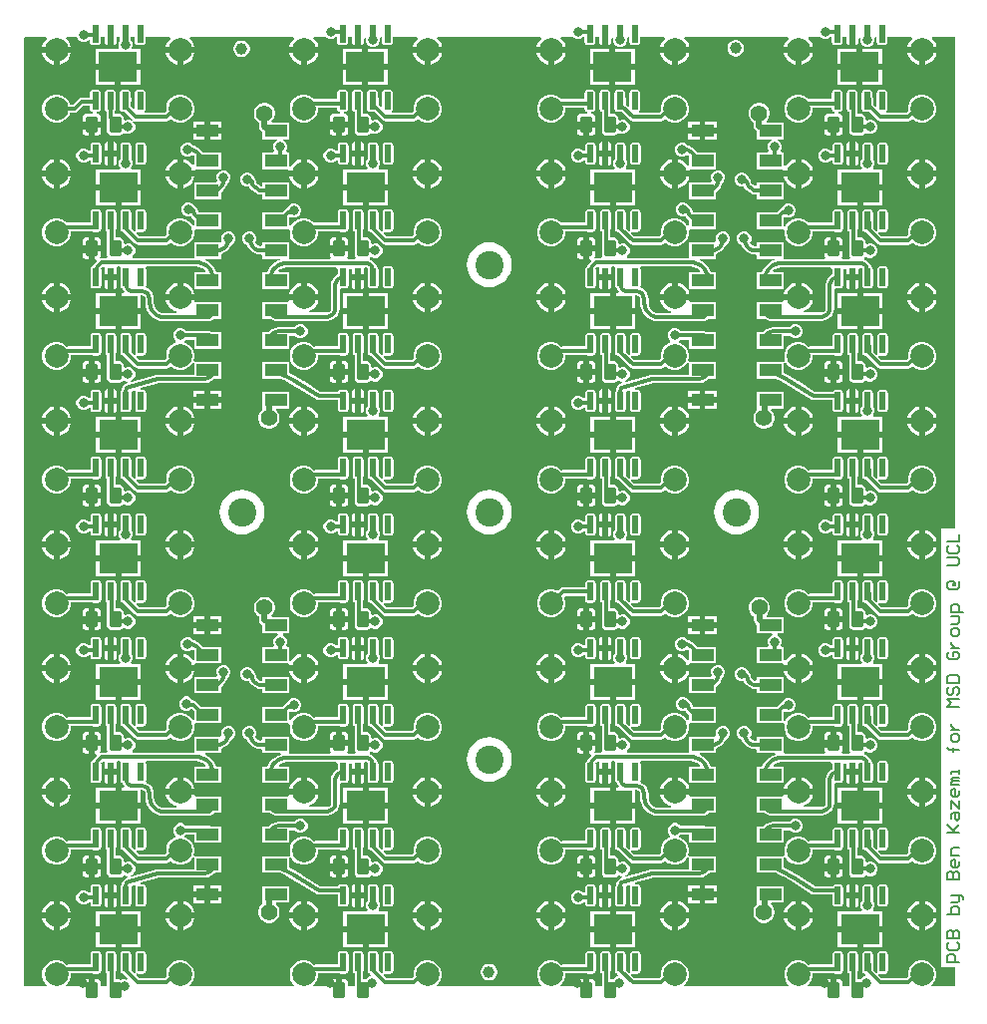
<source format=gtl>
G04*
G04 #@! TF.GenerationSoftware,Altium Limited,Altium Designer,23.3.1 (30)*
G04*
G04 Layer_Physical_Order=1*
G04 Layer_Color=255*
%FSLAX26Y26*%
%MOIN*%
G70*
G04*
G04 #@! TF.SameCoordinates,A73F04FC-B1A5-4ADC-8500-56C492F8F9A9*
G04*
G04*
G04 #@! TF.FilePolarity,Positive*
G04*
G01*
G75*
%ADD13C,0.007874*%
%ADD18C,0.039370*%
G04:AMPARAMS|DCode=19|XSize=59.055mil|YSize=20.866mil|CornerRadius=2.608mil|HoleSize=0mil|Usage=FLASHONLY|Rotation=270.000|XOffset=0mil|YOffset=0mil|HoleType=Round|Shape=RoundedRectangle|*
%AMROUNDEDRECTD19*
21,1,0.059055,0.015650,0,0,270.0*
21,1,0.053839,0.020866,0,0,270.0*
1,1,0.005216,-0.007825,-0.026919*
1,1,0.005216,-0.007825,0.026919*
1,1,0.005216,0.007825,0.026919*
1,1,0.005216,0.007825,-0.026919*
%
%ADD19ROUNDEDRECTD19*%
%ADD20R,0.074803X0.040157*%
G04:AMPARAMS|DCode=21|XSize=40mil|YSize=55mil|CornerRadius=5mil|HoleSize=0mil|Usage=FLASHONLY|Rotation=180.000|XOffset=0mil|YOffset=0mil|HoleType=Round|Shape=RoundedRectangle|*
%AMROUNDEDRECTD21*
21,1,0.040000,0.045000,0,0,180.0*
21,1,0.030000,0.055000,0,0,180.0*
1,1,0.010000,-0.015000,0.022500*
1,1,0.010000,0.015000,0.022500*
1,1,0.010000,0.015000,-0.022500*
1,1,0.010000,-0.015000,-0.022500*
%
%ADD21ROUNDEDRECTD21*%
%ADD28C,0.094488*%
%ADD30C,0.011811*%
%ADD31C,0.019685*%
%ADD32R,0.129921X0.100000*%
%ADD33C,0.078740*%
%ADD34C,0.031496*%
%ADD35C,0.055118*%
G36*
X1223584Y1560008D02*
X1226486Y1560585D01*
X1230656Y1563372D01*
X1233443Y1567542D01*
X1234422Y1572462D01*
Y1583490D01*
X1237972Y1587010D01*
X1239422Y1586998D01*
X1241142Y1584423D01*
Y1575026D01*
X1244738Y1566344D01*
X1251383Y1559699D01*
X1260065Y1556102D01*
X1269463D01*
X1278145Y1559699D01*
X1284790Y1566344D01*
X1288386Y1575026D01*
Y1584423D01*
X1290508Y1587598D01*
X1295229D01*
Y1572462D01*
X1296043Y1568372D01*
X1298360Y1564904D01*
X1301827Y1562588D01*
X1305917Y1561774D01*
X1321566D01*
X1325656Y1562588D01*
X1329124Y1564904D01*
X1331440Y1568372D01*
X1332254Y1572462D01*
Y1587598D01*
X1412282D01*
X1414353Y1582598D01*
X1407345Y1575590D01*
X1400845Y1564332D01*
X1398376Y1555118D01*
X1446851D01*
X1495325D01*
X1492856Y1564332D01*
X1486357Y1575590D01*
X1479348Y1582598D01*
X1481419Y1587598D01*
X1558071D01*
Y-55093D01*
X1512327D01*
Y-1520827D01*
X1558071D01*
Y-1585630D01*
X1480381D01*
X1478310Y-1580630D01*
X1484655Y-1574285D01*
X1490875Y-1563512D01*
X1494095Y-1551496D01*
Y-1539056D01*
X1490875Y-1527041D01*
X1484655Y-1516268D01*
X1475859Y-1507472D01*
X1465086Y-1501252D01*
X1453070Y-1498032D01*
X1440631D01*
X1428615Y-1501252D01*
X1417842Y-1507472D01*
X1409046Y-1516268D01*
X1402826Y-1527041D01*
X1399607Y-1539056D01*
Y-1551496D01*
X1400250Y-1553897D01*
X1395361Y-1558786D01*
X1311922D01*
X1299828Y-1546692D01*
X1302850Y-1542698D01*
X1306940Y-1543511D01*
X1322590D01*
X1326680Y-1542698D01*
X1330147Y-1540381D01*
X1332464Y-1536914D01*
X1333277Y-1532823D01*
Y-1478985D01*
X1332464Y-1474895D01*
X1330147Y-1471428D01*
X1326680Y-1469111D01*
X1322590Y-1468297D01*
X1306940D01*
X1302850Y-1469111D01*
X1299383Y-1471428D01*
X1297066Y-1474895D01*
X1296253Y-1478985D01*
Y-1532823D01*
X1297066Y-1536913D01*
X1293071Y-1539934D01*
X1283341Y-1530204D01*
Y-1510434D01*
X1283277Y-1510111D01*
Y-1478985D01*
X1282464Y-1474895D01*
X1280147Y-1471428D01*
X1276680Y-1469111D01*
X1272590Y-1468297D01*
X1256940D01*
X1252850Y-1469111D01*
X1249383Y-1471428D01*
X1247066Y-1474895D01*
X1246253Y-1478985D01*
Y-1532823D01*
X1247066Y-1536914D01*
X1249383Y-1540381D01*
X1252850Y-1542698D01*
X1255921Y-1543308D01*
X1257924Y-1546353D01*
X1257014Y-1548951D01*
X1255386Y-1551181D01*
X1255144D01*
X1246462Y-1554777D01*
X1239817Y-1561422D01*
X1239246Y-1562799D01*
X1230899D01*
Y-1539255D01*
X1232464Y-1536914D01*
X1233277Y-1532823D01*
Y-1478985D01*
X1232464Y-1474895D01*
X1230147Y-1471428D01*
X1226680Y-1469111D01*
X1222590Y-1468297D01*
X1206940D01*
X1202850Y-1469111D01*
X1199383Y-1471428D01*
X1197066Y-1474895D01*
X1196253Y-1478985D01*
Y-1532823D01*
X1197066Y-1536914D01*
X1199383Y-1540381D01*
X1202801Y-1542664D01*
Y-1584331D01*
X1202457Y-1584427D01*
X1198066Y-1585630D01*
X1181240D01*
Y-1575926D01*
X1180076Y-1570073D01*
X1176760Y-1565111D01*
X1171799Y-1561796D01*
X1165946Y-1560632D01*
X1160788D01*
Y-1598426D01*
X1141103D01*
Y-1560632D01*
X1135946D01*
X1130093Y-1561796D01*
X1125132Y-1565111D01*
X1121816Y-1570073D01*
X1120652Y-1575926D01*
Y-1585630D01*
X1066995D01*
X1064924Y-1580630D01*
X1071269Y-1574285D01*
X1077489Y-1563512D01*
X1080709Y-1551496D01*
Y-1540969D01*
X1150263D01*
X1152850Y-1542698D01*
X1156940Y-1543511D01*
X1172590D01*
X1176680Y-1542698D01*
X1180147Y-1540381D01*
X1182464Y-1536914D01*
X1183277Y-1532823D01*
Y-1478985D01*
X1182464Y-1474895D01*
X1180147Y-1471428D01*
X1176680Y-1469111D01*
X1172590Y-1468297D01*
X1156940D01*
X1152850Y-1469111D01*
X1149383Y-1471428D01*
X1147066Y-1474895D01*
X1146253Y-1478985D01*
Y-1512870D01*
X1069932D01*
X1068214Y-1513212D01*
X1062473Y-1507472D01*
X1051700Y-1501252D01*
X1039684Y-1498032D01*
X1027245D01*
X1015229Y-1501252D01*
X1004456Y-1507472D01*
X995660Y-1516268D01*
X989440Y-1527041D01*
X986221Y-1539056D01*
Y-1551496D01*
X989440Y-1563512D01*
X995660Y-1574285D01*
X1002005Y-1580630D01*
X999934Y-1585630D01*
X653609D01*
X651538Y-1580630D01*
X657883Y-1574285D01*
X664103Y-1563512D01*
X667323Y-1551496D01*
Y-1539056D01*
X664103Y-1527041D01*
X657883Y-1516268D01*
X649087Y-1507472D01*
X638314Y-1501252D01*
X626298Y-1498032D01*
X613859D01*
X601843Y-1501252D01*
X591070Y-1507472D01*
X582274Y-1516268D01*
X576054Y-1527041D01*
X572835Y-1539056D01*
Y-1551496D01*
X573478Y-1553897D01*
X568589Y-1558786D01*
X485150D01*
X473060Y-1546695D01*
X476077Y-1542698D01*
X480167Y-1543511D01*
X495816D01*
X499906Y-1542698D01*
X503374Y-1540381D01*
X505690Y-1536914D01*
X506504Y-1532823D01*
Y-1478985D01*
X505690Y-1474895D01*
X503374Y-1471428D01*
X499906Y-1469111D01*
X495816Y-1468297D01*
X480167D01*
X476077Y-1469111D01*
X472610Y-1471428D01*
X470293Y-1474895D01*
X469479Y-1478985D01*
Y-1532823D01*
X470293Y-1536913D01*
X466295Y-1539929D01*
X456570Y-1530204D01*
Y-1510434D01*
X456504Y-1510103D01*
Y-1478985D01*
X455690Y-1474895D01*
X453374Y-1471428D01*
X449906Y-1469111D01*
X445816Y-1468297D01*
X430167D01*
X426077Y-1469111D01*
X422610Y-1471428D01*
X420293Y-1474895D01*
X419479Y-1478985D01*
Y-1532823D01*
X420293Y-1536914D01*
X422610Y-1540381D01*
X426077Y-1542698D01*
X429149Y-1543309D01*
X431152Y-1546353D01*
X430246Y-1548943D01*
X428614Y-1551181D01*
X428372D01*
X419690Y-1554777D01*
X413045Y-1561422D01*
X412475Y-1562799D01*
X404128D01*
Y-1539252D01*
X405690Y-1536914D01*
X406504Y-1532823D01*
Y-1478985D01*
X405690Y-1474895D01*
X403374Y-1471428D01*
X399906Y-1469111D01*
X395816Y-1468297D01*
X380167D01*
X376077Y-1469111D01*
X372610Y-1471428D01*
X370293Y-1474895D01*
X369479Y-1478985D01*
Y-1532823D01*
X370293Y-1536914D01*
X372610Y-1540381D01*
X376029Y-1542666D01*
Y-1584331D01*
X375685Y-1584427D01*
X371294Y-1585630D01*
X354468D01*
Y-1575926D01*
X353304Y-1570073D01*
X349989Y-1565111D01*
X345027Y-1561796D01*
X339174Y-1560632D01*
X334017D01*
Y-1598426D01*
X314332D01*
Y-1560632D01*
X309174D01*
X303322Y-1561796D01*
X298360Y-1565111D01*
X295045Y-1570073D01*
X293880Y-1575926D01*
Y-1585630D01*
X240223D01*
X238152Y-1580630D01*
X244497Y-1574285D01*
X250717Y-1563512D01*
X253937Y-1551496D01*
Y-1540969D01*
X323490D01*
X326077Y-1542698D01*
X330167Y-1543511D01*
X345816D01*
X349906Y-1542698D01*
X353374Y-1540381D01*
X355690Y-1536914D01*
X356504Y-1532823D01*
Y-1478985D01*
X355690Y-1474895D01*
X353374Y-1471428D01*
X349906Y-1469111D01*
X345816Y-1468297D01*
X330167D01*
X326077Y-1469111D01*
X322610Y-1471428D01*
X320293Y-1474895D01*
X319479Y-1478985D01*
Y-1512870D01*
X243160D01*
X241442Y-1513212D01*
X235701Y-1507472D01*
X224928Y-1501252D01*
X212912Y-1498032D01*
X200473D01*
X188457Y-1501252D01*
X177684Y-1507472D01*
X168888Y-1516268D01*
X162668Y-1527041D01*
X159448Y-1539056D01*
Y-1551496D01*
X162668Y-1563512D01*
X168888Y-1574285D01*
X175233Y-1580630D01*
X173162Y-1585630D01*
X-173163D01*
X-175234Y-1580630D01*
X-168889Y-1574285D01*
X-162669Y-1563512D01*
X-159449Y-1551496D01*
Y-1539056D01*
X-162669Y-1527041D01*
X-168889Y-1516268D01*
X-177685Y-1507472D01*
X-188458Y-1501252D01*
X-200474Y-1498032D01*
X-212913D01*
X-224929Y-1501252D01*
X-235702Y-1507472D01*
X-244498Y-1516268D01*
X-250718Y-1527041D01*
X-253938Y-1539056D01*
Y-1551496D01*
X-253294Y-1553897D01*
X-258183Y-1558786D01*
X-341622D01*
X-353713Y-1546694D01*
X-350695Y-1542698D01*
X-346605Y-1543511D01*
X-330955D01*
X-326865Y-1542698D01*
X-323398Y-1540381D01*
X-321081Y-1536914D01*
X-320267Y-1532823D01*
Y-1478985D01*
X-321081Y-1474895D01*
X-323398Y-1471428D01*
X-326865Y-1469111D01*
X-330955Y-1468297D01*
X-346605D01*
X-350695Y-1469111D01*
X-354162Y-1471428D01*
X-356479Y-1474895D01*
X-357292Y-1478985D01*
Y-1532823D01*
X-356479Y-1536913D01*
X-360476Y-1539931D01*
X-370202Y-1530204D01*
Y-1510434D01*
X-370267Y-1510105D01*
Y-1478985D01*
X-371081Y-1474895D01*
X-373398Y-1471428D01*
X-376865Y-1469111D01*
X-380955Y-1468297D01*
X-396605D01*
X-400695Y-1469111D01*
X-404162Y-1471428D01*
X-406479Y-1474895D01*
X-407292Y-1478985D01*
Y-1532823D01*
X-406479Y-1536914D01*
X-404162Y-1540381D01*
X-400695Y-1542698D01*
X-397623Y-1543309D01*
X-395620Y-1546353D01*
X-396527Y-1548945D01*
X-398158Y-1551181D01*
X-398399D01*
X-407082Y-1554777D01*
X-413727Y-1561422D01*
X-414297Y-1562799D01*
X-422644D01*
Y-1539253D01*
X-421081Y-1536914D01*
X-420267Y-1532823D01*
Y-1478985D01*
X-421081Y-1474895D01*
X-423398Y-1471428D01*
X-426865Y-1469111D01*
X-430955Y-1468297D01*
X-446605D01*
X-450695Y-1469111D01*
X-454162Y-1471428D01*
X-456479Y-1474895D01*
X-457292Y-1478985D01*
Y-1532823D01*
X-456479Y-1536914D01*
X-454162Y-1540381D01*
X-450743Y-1542665D01*
Y-1584331D01*
X-451087Y-1584427D01*
X-455478Y-1585630D01*
X-472304D01*
Y-1575926D01*
X-473468Y-1570073D01*
X-476783Y-1565111D01*
X-481745Y-1561796D01*
X-487598Y-1560632D01*
X-492755D01*
Y-1598426D01*
X-512440D01*
Y-1560632D01*
X-517598D01*
X-523450Y-1561796D01*
X-528412Y-1565111D01*
X-531727Y-1570073D01*
X-532891Y-1575926D01*
Y-1585630D01*
X-586549D01*
X-588620Y-1580630D01*
X-582275Y-1574285D01*
X-576055Y-1563512D01*
X-572835Y-1551496D01*
Y-1540969D01*
X-503282D01*
X-500695Y-1542698D01*
X-496605Y-1543511D01*
X-480955D01*
X-476865Y-1542698D01*
X-473398Y-1540381D01*
X-471081Y-1536914D01*
X-470267Y-1532823D01*
Y-1478985D01*
X-471081Y-1474895D01*
X-473398Y-1471428D01*
X-476865Y-1469111D01*
X-480955Y-1468297D01*
X-496605D01*
X-500695Y-1469111D01*
X-504162Y-1471428D01*
X-506479Y-1474895D01*
X-507292Y-1478985D01*
Y-1512870D01*
X-583612D01*
X-585330Y-1513212D01*
X-591071Y-1507472D01*
X-601844Y-1501252D01*
X-613860Y-1498032D01*
X-626299D01*
X-638315Y-1501252D01*
X-649088Y-1507472D01*
X-657884Y-1516268D01*
X-664104Y-1527041D01*
X-667323Y-1539056D01*
Y-1551496D01*
X-664104Y-1563512D01*
X-657884Y-1574285D01*
X-651539Y-1580630D01*
X-653610Y-1585630D01*
X-999935D01*
X-1002006Y-1580630D01*
X-995661Y-1574285D01*
X-989441Y-1563512D01*
X-986221Y-1551496D01*
Y-1539056D01*
X-989441Y-1527041D01*
X-995661Y-1516268D01*
X-1004457Y-1507472D01*
X-1015230Y-1501252D01*
X-1027246Y-1498032D01*
X-1039685D01*
X-1051701Y-1501252D01*
X-1062474Y-1507472D01*
X-1071270Y-1516268D01*
X-1077490Y-1527041D01*
X-1080709Y-1539056D01*
Y-1551496D01*
X-1080066Y-1553897D01*
X-1084955Y-1558786D01*
X-1168394D01*
X-1180486Y-1546694D01*
X-1177466Y-1542698D01*
X-1173376Y-1543511D01*
X-1157726D01*
X-1153636Y-1542698D01*
X-1150169Y-1540381D01*
X-1147852Y-1536914D01*
X-1147039Y-1532823D01*
Y-1478985D01*
X-1147852Y-1474895D01*
X-1150169Y-1471428D01*
X-1153636Y-1469111D01*
X-1157726Y-1468297D01*
X-1173376D01*
X-1177466Y-1469111D01*
X-1180933Y-1471428D01*
X-1183250Y-1474895D01*
X-1184064Y-1478985D01*
Y-1532823D01*
X-1183250Y-1536913D01*
X-1187247Y-1539932D01*
X-1196974Y-1530204D01*
Y-1510434D01*
X-1197039Y-1510107D01*
Y-1478985D01*
X-1197852Y-1474895D01*
X-1200169Y-1471428D01*
X-1203636Y-1469111D01*
X-1207726Y-1468297D01*
X-1223376D01*
X-1227466Y-1469111D01*
X-1230933Y-1471428D01*
X-1233250Y-1474895D01*
X-1234064Y-1478985D01*
Y-1532823D01*
X-1233250Y-1536914D01*
X-1230933Y-1540381D01*
X-1227466Y-1542698D01*
X-1223376Y-1543511D01*
X-1222593D01*
X-1220958Y-1545958D01*
X-1208145Y-1558772D01*
X-1210977Y-1563010D01*
X-1215774Y-1561024D01*
X-1225171D01*
X-1231051Y-1563459D01*
X-1234369Y-1562799D01*
X-1249416D01*
Y-1539254D01*
X-1247852Y-1536914D01*
X-1247039Y-1532823D01*
Y-1478985D01*
X-1247852Y-1474895D01*
X-1250169Y-1471428D01*
X-1253636Y-1469111D01*
X-1257726Y-1468297D01*
X-1273376D01*
X-1277466Y-1469111D01*
X-1280933Y-1471428D01*
X-1283250Y-1474895D01*
X-1284064Y-1478985D01*
Y-1532823D01*
X-1283250Y-1536914D01*
X-1280933Y-1540381D01*
X-1277515Y-1542665D01*
Y-1584331D01*
X-1277859Y-1584427D01*
X-1282249Y-1585630D01*
X-1299075D01*
Y-1575926D01*
X-1300240Y-1570073D01*
X-1303555Y-1565111D01*
X-1308517Y-1561796D01*
X-1314369Y-1560632D01*
X-1319527D01*
Y-1598426D01*
X-1339212D01*
Y-1560632D01*
X-1344369D01*
X-1350222Y-1561796D01*
X-1355184Y-1565111D01*
X-1358499Y-1570073D01*
X-1359663Y-1575926D01*
Y-1585630D01*
X-1413319D01*
X-1415390Y-1580630D01*
X-1409045Y-1574285D01*
X-1402825Y-1563512D01*
X-1399605Y-1551496D01*
Y-1540969D01*
X-1330053D01*
X-1327466Y-1542698D01*
X-1323376Y-1543511D01*
X-1307726D01*
X-1303636Y-1542698D01*
X-1300169Y-1540381D01*
X-1297852Y-1536914D01*
X-1297039Y-1532823D01*
Y-1478985D01*
X-1297852Y-1474895D01*
X-1300169Y-1471428D01*
X-1303636Y-1469111D01*
X-1307726Y-1468297D01*
X-1323376D01*
X-1327466Y-1469111D01*
X-1330933Y-1471428D01*
X-1333250Y-1474895D01*
X-1334064Y-1478985D01*
Y-1512870D01*
X-1410383D01*
X-1412101Y-1513212D01*
X-1417841Y-1507472D01*
X-1428614Y-1501252D01*
X-1440630Y-1498032D01*
X-1453069D01*
X-1465085Y-1501252D01*
X-1475858Y-1507472D01*
X-1484654Y-1516268D01*
X-1490874Y-1527041D01*
X-1494093Y-1539056D01*
Y-1551496D01*
X-1490874Y-1563512D01*
X-1484654Y-1574285D01*
X-1478309Y-1580630D01*
X-1480380Y-1585630D01*
X-1556188D01*
X-1557132Y1584062D01*
X-1553597Y1587598D01*
X-1481418D01*
X-1479347Y1582598D01*
X-1486355Y1575590D01*
X-1492855Y1564332D01*
X-1495324Y1555118D01*
X-1446849D01*
X-1398375D01*
X-1400844Y1564332D01*
X-1407343Y1575590D01*
X-1414352Y1582598D01*
X-1412281Y1587598D01*
X-1379183D01*
X-1377309Y1583076D01*
X-1370664Y1576431D01*
X-1361982Y1572835D01*
X-1352585D01*
X-1343903Y1576431D01*
X-1340087Y1580247D01*
X-1335087Y1578176D01*
Y1572462D01*
X-1334274Y1568372D01*
X-1331957Y1564904D01*
X-1328489Y1562588D01*
X-1324399Y1561774D01*
X-1308750D01*
X-1304660Y1562588D01*
X-1301193Y1564904D01*
X-1298876Y1568372D01*
X-1298062Y1572462D01*
Y1587598D01*
X-1287255D01*
Y1572462D01*
X-1286276Y1567542D01*
X-1283489Y1563372D01*
X-1279319Y1560585D01*
X-1276417Y1560008D01*
Y1599381D01*
X-1256732D01*
Y1560008D01*
X-1253830Y1560585D01*
X-1249660Y1563372D01*
X-1246873Y1567542D01*
X-1245895Y1572462D01*
Y1587598D01*
X-1235087D01*
Y1577996D01*
X-1236581Y1576502D01*
X-1240177Y1567820D01*
Y1558422D01*
X-1237671Y1552373D01*
X-1240746Y1547373D01*
X-1316535D01*
Y1497216D01*
X-1241575D01*
X-1166614D01*
Y1547373D01*
X-1192364D01*
X-1195439Y1552373D01*
X-1192933Y1558422D01*
Y1567820D01*
X-1196529Y1576502D01*
X-1198062Y1578035D01*
Y1587598D01*
X-1185087D01*
Y1572462D01*
X-1184274Y1568372D01*
X-1181957Y1564904D01*
X-1178489Y1562588D01*
X-1174399Y1561774D01*
X-1158750D01*
X-1154660Y1562588D01*
X-1151193Y1564904D01*
X-1148876Y1568372D01*
X-1148062Y1572462D01*
Y1587598D01*
X-1068034D01*
X-1065963Y1582598D01*
X-1072971Y1575590D01*
X-1079471Y1564332D01*
X-1081940Y1555118D01*
X-1033465D01*
X-984991D01*
X-987460Y1564332D01*
X-993960Y1575590D01*
X-1000968Y1582598D01*
X-998897Y1587598D01*
X-654648D01*
X-652577Y1582598D01*
X-659585Y1575590D01*
X-666085Y1564332D01*
X-668554Y1555118D01*
X-620079D01*
X-571605D01*
X-574074Y1564332D01*
X-580573Y1575590D01*
X-587582Y1582598D01*
X-585511Y1587598D01*
X-546202D01*
X-543893Y1585289D01*
X-535210Y1581693D01*
X-525813D01*
X-517131Y1585289D01*
X-514822Y1587598D01*
X-508316D01*
Y1572462D01*
X-507502Y1568372D01*
X-505185Y1564904D01*
X-501718Y1562588D01*
X-497628Y1561774D01*
X-481978D01*
X-477888Y1562588D01*
X-474421Y1564904D01*
X-472104Y1568372D01*
X-471291Y1572462D01*
Y1587598D01*
X-460483D01*
Y1572462D01*
X-459505Y1567542D01*
X-456718Y1563372D01*
X-452548Y1560585D01*
X-449646Y1560008D01*
Y1599381D01*
X-429961D01*
Y1560008D01*
X-427059Y1560585D01*
X-422888Y1563372D01*
X-420102Y1567542D01*
X-419123Y1572462D01*
Y1583494D01*
X-415571Y1587013D01*
X-414123Y1587000D01*
X-412401Y1584423D01*
Y1575026D01*
X-408805Y1566344D01*
X-402160Y1559699D01*
X-393478Y1556102D01*
X-384081D01*
X-375399Y1559699D01*
X-368754Y1566344D01*
X-365157Y1575026D01*
Y1584423D01*
X-363036Y1587598D01*
X-358316D01*
Y1572462D01*
X-357502Y1568372D01*
X-355185Y1564904D01*
X-351718Y1562588D01*
X-347628Y1561774D01*
X-331978D01*
X-327888Y1562588D01*
X-324421Y1564904D01*
X-322104Y1568372D01*
X-321291Y1572462D01*
Y1587598D01*
X-241262D01*
X-239191Y1582598D01*
X-246199Y1575590D01*
X-252699Y1564332D01*
X-255168Y1555118D01*
X-206693D01*
X-158219D01*
X-160688Y1564332D01*
X-167188Y1575590D01*
X-174196Y1582598D01*
X-172125Y1587598D01*
X172124D01*
X174195Y1582598D01*
X167187Y1575590D01*
X160687Y1564332D01*
X158218Y1555118D01*
X206693D01*
X255167D01*
X252698Y1564332D01*
X246198Y1575590D01*
X239190Y1582598D01*
X241261Y1587598D01*
X280570D01*
X282879Y1585289D01*
X291561Y1581693D01*
X300959D01*
X309641Y1585289D01*
X311950Y1587598D01*
X318456D01*
Y1572462D01*
X319269Y1568372D01*
X321586Y1564904D01*
X325053Y1562588D01*
X329143Y1561774D01*
X344793D01*
X348883Y1562588D01*
X352350Y1564904D01*
X354667Y1568372D01*
X355481Y1572462D01*
Y1587598D01*
X366288D01*
Y1572462D01*
X367267Y1567542D01*
X370053Y1563372D01*
X374224Y1560585D01*
X377126Y1560008D01*
Y1599381D01*
X396811D01*
Y1560008D01*
X399712Y1560585D01*
X403883Y1563372D01*
X406670Y1567542D01*
X407648Y1572462D01*
Y1583496D01*
X411201Y1587014D01*
X412648Y1587000D01*
X414370Y1584423D01*
Y1575026D01*
X417967Y1566344D01*
X424612Y1559699D01*
X433294Y1556102D01*
X442691D01*
X451373Y1559699D01*
X458018Y1566344D01*
X461614Y1575026D01*
Y1584423D01*
X463736Y1587598D01*
X468456D01*
Y1572462D01*
X469269Y1568372D01*
X471586Y1564904D01*
X475053Y1562588D01*
X479143Y1561774D01*
X494793D01*
X498883Y1562588D01*
X502350Y1564904D01*
X504667Y1568372D01*
X505481Y1572462D01*
Y1587598D01*
X585510D01*
X587581Y1582598D01*
X580573Y1575590D01*
X574073Y1564332D01*
X571604Y1555118D01*
X620079D01*
X668553D01*
X666084Y1564332D01*
X659585Y1575590D01*
X652576Y1582598D01*
X654647Y1587598D01*
X998896D01*
X1000967Y1582598D01*
X993959Y1575590D01*
X987459Y1564332D01*
X984990Y1555118D01*
X1033465D01*
X1081939D01*
X1079470Y1564332D01*
X1072970Y1575590D01*
X1065962Y1582598D01*
X1068033Y1587598D01*
X1107342D01*
X1109651Y1585289D01*
X1118333Y1581693D01*
X1127731D01*
X1136413Y1585289D01*
X1138722Y1587598D01*
X1145229D01*
Y1572462D01*
X1146043Y1568372D01*
X1148360Y1564904D01*
X1151827Y1562588D01*
X1155917Y1561774D01*
X1171566D01*
X1175656Y1562588D01*
X1179124Y1564904D01*
X1181440Y1568372D01*
X1182254Y1572462D01*
Y1587598D01*
X1193062D01*
Y1572462D01*
X1194040Y1567542D01*
X1196827Y1563372D01*
X1200997Y1560585D01*
X1203899Y1560008D01*
Y1599381D01*
X1223584D01*
Y1560008D01*
D02*
G37*
%LPC*%
G36*
X827447Y1578740D02*
X820191D01*
X813182Y1576862D01*
X806897Y1573234D01*
X801766Y1568103D01*
X798138Y1561819D01*
X796260Y1554809D01*
Y1547553D01*
X798138Y1540544D01*
X801766Y1534259D01*
X806897Y1529128D01*
X813182Y1525500D01*
X820191Y1523622D01*
X827447D01*
X834456Y1525500D01*
X840740Y1529128D01*
X845872Y1534259D01*
X849500Y1540544D01*
X851378Y1547553D01*
Y1554809D01*
X849500Y1561819D01*
X845872Y1568103D01*
X840740Y1573234D01*
X834456Y1576862D01*
X827447Y1578740D01*
D02*
G37*
G36*
X-824128Y1576772D02*
X-831384D01*
X-838393Y1574893D01*
X-844678Y1571265D01*
X-849809Y1566134D01*
X-853437Y1559850D01*
X-855315Y1552841D01*
Y1545584D01*
X-853437Y1538575D01*
X-849809Y1532291D01*
X-844678Y1527160D01*
X-838393Y1523532D01*
X-831384Y1521654D01*
X-824128D01*
X-817119Y1523532D01*
X-810834Y1527160D01*
X-805703Y1532291D01*
X-802075Y1538575D01*
X-800197Y1545584D01*
Y1552841D01*
X-802075Y1559850D01*
X-805703Y1566134D01*
X-810834Y1571265D01*
X-817119Y1574893D01*
X-824128Y1576772D01*
D02*
G37*
G36*
X1313702Y1547373D02*
X1248584D01*
Y1497216D01*
X1313702D01*
Y1547373D01*
D02*
G37*
G36*
X1228899D02*
X1163781D01*
Y1497216D01*
X1228899D01*
Y1547373D01*
D02*
G37*
G36*
X486929D02*
X421811D01*
Y1497216D01*
X486929D01*
Y1547373D01*
D02*
G37*
G36*
X-339843D02*
X-404961D01*
Y1497216D01*
X-339843D01*
Y1547373D01*
D02*
G37*
G36*
X402126D02*
X337008D01*
Y1497216D01*
X402126D01*
Y1547373D01*
D02*
G37*
G36*
X-424646D02*
X-489764D01*
Y1497216D01*
X-424646D01*
Y1547373D01*
D02*
G37*
G36*
X668553Y1535433D02*
X629921D01*
Y1496801D01*
X639135Y1499270D01*
X650393Y1505770D01*
X659585Y1514962D01*
X666084Y1526220D01*
X668553Y1535433D01*
D02*
G37*
G36*
X255167D02*
X216535D01*
Y1496801D01*
X225749Y1499270D01*
X237006Y1505770D01*
X246198Y1514962D01*
X252698Y1526220D01*
X255167Y1535433D01*
D02*
G37*
G36*
X1495325D02*
X1456693D01*
Y1496801D01*
X1465907Y1499270D01*
X1477165Y1505770D01*
X1486357Y1514962D01*
X1492856Y1526220D01*
X1495325Y1535433D01*
D02*
G37*
G36*
X1081939D02*
X1043307D01*
Y1496801D01*
X1052521Y1499270D01*
X1063778Y1505770D01*
X1072970Y1514962D01*
X1079470Y1526220D01*
X1081939Y1535433D01*
D02*
G37*
G36*
X-158219D02*
X-196851D01*
Y1496801D01*
X-187637Y1499270D01*
X-176380Y1505770D01*
X-167188Y1514962D01*
X-160688Y1526220D01*
X-158219Y1535433D01*
D02*
G37*
G36*
X-571605D02*
X-610237D01*
Y1496801D01*
X-601023Y1499270D01*
X-589765Y1505770D01*
X-580573Y1514962D01*
X-574074Y1526220D01*
X-571605Y1535433D01*
D02*
G37*
G36*
X-1398375D02*
X-1437007D01*
Y1496801D01*
X-1427793Y1499270D01*
X-1416535Y1505770D01*
X-1407343Y1514962D01*
X-1400844Y1526220D01*
X-1398375Y1535433D01*
D02*
G37*
G36*
X-984991D02*
X-1023623D01*
Y1496801D01*
X-1014409Y1499270D01*
X-1003152Y1505770D01*
X-993960Y1514962D01*
X-987460Y1526220D01*
X-984991Y1535433D01*
D02*
G37*
G36*
X-1043308D02*
X-1081940D01*
X-1079471Y1526220D01*
X-1072971Y1514962D01*
X-1063779Y1505770D01*
X-1052522Y1499270D01*
X-1043308Y1496801D01*
Y1535433D01*
D02*
G37*
G36*
X1437008D02*
X1398376D01*
X1400845Y1526220D01*
X1407345Y1514962D01*
X1416537Y1505770D01*
X1427794Y1499270D01*
X1437008Y1496801D01*
Y1535433D01*
D02*
G37*
G36*
X1023622D02*
X984990D01*
X987459Y1526220D01*
X993959Y1514962D01*
X1003151Y1505770D01*
X1014409Y1499270D01*
X1023622Y1496801D01*
Y1535433D01*
D02*
G37*
G36*
X-216536D02*
X-255168D01*
X-252699Y1526220D01*
X-246199Y1514962D01*
X-237007Y1505770D01*
X-225750Y1499270D01*
X-216536Y1496801D01*
Y1535433D01*
D02*
G37*
G36*
X-629922D02*
X-668554D01*
X-666085Y1526220D01*
X-659585Y1514962D01*
X-650393Y1505770D01*
X-639135Y1499270D01*
X-629922Y1496801D01*
Y1535433D01*
D02*
G37*
G36*
X-1456692D02*
X-1495324D01*
X-1492855Y1526220D01*
X-1486355Y1514962D01*
X-1477163Y1505770D01*
X-1465906Y1499270D01*
X-1456692Y1496801D01*
Y1535433D01*
D02*
G37*
G36*
X610236D02*
X571604D01*
X574073Y1526220D01*
X580573Y1514962D01*
X589765Y1505770D01*
X601023Y1499270D01*
X610236Y1496801D01*
Y1535433D01*
D02*
G37*
G36*
X196850D02*
X158218D01*
X160687Y1526220D01*
X167187Y1514962D01*
X176379Y1505770D01*
X187637Y1499270D01*
X196850Y1496801D01*
Y1535433D01*
D02*
G37*
G36*
X1313702Y1477531D02*
X1248584D01*
Y1427373D01*
X1313702D01*
Y1477531D01*
D02*
G37*
G36*
X1228899D02*
X1163781D01*
Y1427373D01*
X1228899D01*
Y1477531D01*
D02*
G37*
G36*
X486929Y1477531D02*
X421811D01*
Y1427373D01*
X486929D01*
Y1477531D01*
D02*
G37*
G36*
X402126D02*
X337008D01*
Y1427373D01*
X402126D01*
Y1477531D01*
D02*
G37*
G36*
X-339843D02*
X-404961D01*
Y1427373D01*
X-339843D01*
Y1477531D01*
D02*
G37*
G36*
X-424646D02*
X-489764D01*
Y1427373D01*
X-424646D01*
Y1477531D01*
D02*
G37*
G36*
X-1166614D02*
X-1231732D01*
Y1427373D01*
X-1166614D01*
Y1477531D01*
D02*
G37*
G36*
X-1251417D02*
X-1316535D01*
Y1427373D01*
X-1251417D01*
Y1477531D01*
D02*
G37*
G36*
X1171566Y1412972D02*
X1155917D01*
X1151827Y1412159D01*
X1148360Y1409842D01*
X1146043Y1406374D01*
X1145229Y1402284D01*
Y1380831D01*
X1069932D01*
X1068214Y1380490D01*
X1062473Y1386230D01*
X1051700Y1392450D01*
X1039684Y1395670D01*
X1027245D01*
X1015229Y1392450D01*
X1004456Y1386230D01*
X995660Y1377434D01*
X989440Y1366661D01*
X986221Y1354646D01*
Y1342206D01*
X989440Y1330190D01*
X995660Y1319417D01*
X1004456Y1310621D01*
X1015229Y1304401D01*
X1027245Y1301182D01*
X1039684D01*
X1051700Y1304401D01*
X1062473Y1310621D01*
X1071269Y1319417D01*
X1077489Y1330190D01*
X1080709Y1342206D01*
Y1352732D01*
X1145229D01*
Y1348446D01*
X1146043Y1344356D01*
X1148360Y1340889D01*
X1151827Y1338572D01*
X1154351Y1338070D01*
X1153858Y1333070D01*
X1135946D01*
X1130093Y1331906D01*
X1125132Y1328590D01*
X1121816Y1323629D01*
X1120652Y1317776D01*
Y1305118D01*
X1150946D01*
X1181240D01*
Y1317776D01*
X1180076Y1323629D01*
X1176760Y1328590D01*
X1171799Y1331906D01*
X1167512Y1332758D01*
X1168005Y1337758D01*
X1171566D01*
X1175656Y1338572D01*
X1179124Y1340889D01*
X1181440Y1344356D01*
X1182254Y1348446D01*
Y1402284D01*
X1181440Y1406374D01*
X1179124Y1409842D01*
X1175656Y1412159D01*
X1171566Y1412972D01*
D02*
G37*
G36*
X344793D02*
X329143D01*
X325053Y1412159D01*
X321586Y1409842D01*
X319269Y1406374D01*
X318456Y1402284D01*
Y1380831D01*
X243160D01*
X241442Y1380489D01*
X235701Y1386230D01*
X224928Y1392450D01*
X212912Y1395670D01*
X200473D01*
X188457Y1392450D01*
X177684Y1386230D01*
X168888Y1377434D01*
X162668Y1366661D01*
X159448Y1354646D01*
Y1342206D01*
X162668Y1330190D01*
X168888Y1319417D01*
X177684Y1310621D01*
X188457Y1304401D01*
X200473Y1301182D01*
X212912D01*
X224928Y1304401D01*
X235701Y1310621D01*
X244497Y1319417D01*
X250717Y1330190D01*
X253937Y1342206D01*
Y1352732D01*
X318456D01*
Y1348446D01*
X319269Y1344356D01*
X321586Y1340889D01*
X325053Y1338572D01*
X327577Y1338070D01*
X327085Y1333070D01*
X309174D01*
X303322Y1331906D01*
X298360Y1328590D01*
X295045Y1323629D01*
X293880Y1317776D01*
Y1305118D01*
X324174D01*
X354468D01*
Y1317776D01*
X353304Y1323629D01*
X349989Y1328590D01*
X345027Y1331906D01*
X340740Y1332758D01*
X341233Y1337758D01*
X344793D01*
X348883Y1338572D01*
X352350Y1340889D01*
X354667Y1344356D01*
X355481Y1348446D01*
Y1402284D01*
X354667Y1406374D01*
X352350Y1409842D01*
X348883Y1412159D01*
X344793Y1412972D01*
D02*
G37*
G36*
X-481978D02*
X-497628D01*
X-501718Y1412159D01*
X-505185Y1409842D01*
X-507502Y1406374D01*
X-508316Y1402284D01*
Y1380831D01*
X-583612D01*
X-585330Y1380489D01*
X-591071Y1386230D01*
X-601844Y1392450D01*
X-613860Y1395670D01*
X-626299D01*
X-638315Y1392450D01*
X-649088Y1386230D01*
X-657884Y1377434D01*
X-664104Y1366661D01*
X-667323Y1354646D01*
Y1342206D01*
X-664104Y1330190D01*
X-657884Y1319417D01*
X-649088Y1310621D01*
X-638315Y1304401D01*
X-626299Y1301182D01*
X-613860D01*
X-601844Y1304401D01*
X-591071Y1310621D01*
X-582275Y1319417D01*
X-576055Y1330190D01*
X-572835Y1342206D01*
Y1352732D01*
X-508316D01*
Y1348446D01*
X-507502Y1344356D01*
X-505185Y1340889D01*
X-501718Y1338572D01*
X-499194Y1338070D01*
X-499687Y1333070D01*
X-517598D01*
X-523450Y1331906D01*
X-528412Y1328590D01*
X-531727Y1323629D01*
X-532891Y1317776D01*
Y1305118D01*
X-502598D01*
X-472304D01*
Y1317776D01*
X-473468Y1323629D01*
X-476783Y1328590D01*
X-481745Y1331906D01*
X-486032Y1332758D01*
X-485539Y1337758D01*
X-481978D01*
X-477888Y1338572D01*
X-474421Y1340889D01*
X-472104Y1344356D01*
X-471291Y1348446D01*
Y1402284D01*
X-472104Y1406374D01*
X-474421Y1409842D01*
X-477888Y1412159D01*
X-481978Y1412972D01*
D02*
G37*
G36*
X-1308750D02*
X-1324399D01*
X-1328489Y1412159D01*
X-1331957Y1409842D01*
X-1334274Y1406374D01*
X-1335087Y1402284D01*
Y1385359D01*
X-1363478D01*
X-1368855Y1384290D01*
X-1373413Y1381244D01*
X-1392182Y1362475D01*
X-1401703D01*
X-1402825Y1366661D01*
X-1409045Y1377434D01*
X-1417841Y1386230D01*
X-1428614Y1392450D01*
X-1440630Y1395670D01*
X-1453069D01*
X-1465085Y1392450D01*
X-1475858Y1386230D01*
X-1484654Y1377434D01*
X-1490874Y1366661D01*
X-1494093Y1354646D01*
Y1342206D01*
X-1490874Y1330190D01*
X-1484654Y1319417D01*
X-1475858Y1310621D01*
X-1465085Y1304401D01*
X-1453069Y1301182D01*
X-1440630D01*
X-1428614Y1304401D01*
X-1417841Y1310621D01*
X-1409045Y1319417D01*
X-1402825Y1330190D01*
X-1401703Y1334376D01*
X-1386362D01*
X-1380986Y1335446D01*
X-1376428Y1338491D01*
X-1357659Y1357260D01*
X-1335087D01*
Y1348446D01*
X-1334274Y1344356D01*
X-1331957Y1340889D01*
X-1328489Y1338572D01*
X-1325966Y1338070D01*
X-1326458Y1333070D01*
X-1344369D01*
X-1350222Y1331906D01*
X-1355184Y1328590D01*
X-1358499Y1323629D01*
X-1359663Y1317776D01*
Y1305118D01*
X-1329369D01*
X-1299075D01*
Y1317776D01*
X-1300240Y1323629D01*
X-1303555Y1328590D01*
X-1308517Y1331906D01*
X-1312803Y1332758D01*
X-1312311Y1337758D01*
X-1308750D01*
X-1304660Y1338572D01*
X-1301193Y1340889D01*
X-1298876Y1344356D01*
X-1298062Y1348446D01*
Y1402284D01*
X-1298876Y1406374D01*
X-1301193Y1409842D01*
X-1304660Y1412159D01*
X-1308750Y1412972D01*
D02*
G37*
G36*
X494793D02*
X479143D01*
X475053Y1412159D01*
X471586Y1409842D01*
X469269Y1406374D01*
X468456Y1402284D01*
Y1358143D01*
X463836Y1356230D01*
X456570Y1363497D01*
Y1383268D01*
X455500Y1388644D01*
X455481Y1388674D01*
Y1402284D01*
X454667Y1406374D01*
X452350Y1409842D01*
X448883Y1412159D01*
X444793Y1412972D01*
X429143D01*
X425053Y1412159D01*
X421586Y1409842D01*
X419269Y1406374D01*
X418456Y1402284D01*
Y1348446D01*
X419269Y1344356D01*
X421586Y1340889D01*
X425053Y1338572D01*
X429143Y1337758D01*
X442570D01*
X469396Y1310931D01*
X473954Y1307886D01*
X477384Y1307203D01*
X479330Y1306816D01*
X574408D01*
X579785Y1307886D01*
X584343Y1310931D01*
X587551Y1314140D01*
X591070Y1310621D01*
X601843Y1304401D01*
X613859Y1301182D01*
X626298D01*
X638314Y1304401D01*
X649087Y1310621D01*
X657883Y1319417D01*
X664103Y1330190D01*
X667323Y1342206D01*
Y1354646D01*
X664103Y1366661D01*
X657883Y1377434D01*
X649087Y1386230D01*
X638314Y1392450D01*
X626298Y1395670D01*
X613859D01*
X601843Y1392450D01*
X591070Y1386230D01*
X582274Y1377434D01*
X576054Y1366661D01*
X572835Y1354646D01*
Y1342206D01*
X573478Y1339805D01*
X568589Y1334915D01*
X502411D01*
X500894Y1339915D01*
X502350Y1340889D01*
X504667Y1344356D01*
X505481Y1348446D01*
Y1402284D01*
X504667Y1406374D01*
X502350Y1409842D01*
X498883Y1412159D01*
X494793Y1412972D01*
D02*
G37*
G36*
X-331978D02*
X-347628D01*
X-351718Y1412159D01*
X-355185Y1409842D01*
X-357502Y1406374D01*
X-358316Y1402284D01*
Y1358143D01*
X-362935Y1356230D01*
X-370202Y1363497D01*
Y1383268D01*
X-371272Y1388644D01*
X-371291Y1388673D01*
Y1402284D01*
X-372104Y1406374D01*
X-374421Y1409842D01*
X-377888Y1412159D01*
X-381978Y1412972D01*
X-397628D01*
X-401718Y1412159D01*
X-405185Y1409842D01*
X-407502Y1406374D01*
X-408316Y1402284D01*
Y1348446D01*
X-407502Y1344356D01*
X-405185Y1340889D01*
X-401718Y1338572D01*
X-397628Y1337758D01*
X-384202D01*
X-357376Y1310931D01*
X-352818Y1307886D01*
X-349387Y1307203D01*
X-347442Y1306816D01*
X-252364D01*
X-246987Y1307886D01*
X-242429Y1310931D01*
X-239221Y1314140D01*
X-235702Y1310621D01*
X-224929Y1304401D01*
X-212913Y1301182D01*
X-200474D01*
X-188458Y1304401D01*
X-177685Y1310621D01*
X-168889Y1319417D01*
X-162669Y1330190D01*
X-159449Y1342206D01*
Y1354646D01*
X-162669Y1366661D01*
X-168889Y1377434D01*
X-177685Y1386230D01*
X-188458Y1392450D01*
X-200474Y1395670D01*
X-212913D01*
X-224929Y1392450D01*
X-235702Y1386230D01*
X-244498Y1377434D01*
X-250718Y1366661D01*
X-253938Y1354646D01*
Y1342206D01*
X-253294Y1339804D01*
X-258183Y1334915D01*
X-324361D01*
X-325877Y1339915D01*
X-324421Y1340889D01*
X-322104Y1344356D01*
X-321291Y1348446D01*
Y1402284D01*
X-322104Y1406374D01*
X-324421Y1409842D01*
X-327888Y1412159D01*
X-331978Y1412972D01*
D02*
G37*
G36*
X1321566D02*
X1305917D01*
X1301827Y1412159D01*
X1298360Y1409842D01*
X1296043Y1406374D01*
X1295229Y1402284D01*
Y1358142D01*
X1290610Y1356228D01*
X1283341Y1363497D01*
Y1383268D01*
X1282272Y1388644D01*
X1282254Y1388671D01*
Y1402284D01*
X1281440Y1406374D01*
X1279124Y1409842D01*
X1275656Y1412159D01*
X1271566Y1412972D01*
X1255917D01*
X1251827Y1412159D01*
X1248360Y1409842D01*
X1246043Y1406374D01*
X1245229Y1402284D01*
Y1348446D01*
X1246043Y1344356D01*
X1248360Y1340889D01*
X1251827Y1338572D01*
X1255917Y1337758D01*
X1269342D01*
X1296168Y1310931D01*
X1300726Y1307886D01*
X1304156Y1307203D01*
X1306102Y1306816D01*
X1401180D01*
X1406556Y1307886D01*
X1411114Y1310931D01*
X1414323Y1314140D01*
X1417842Y1310621D01*
X1428615Y1304401D01*
X1440631Y1301182D01*
X1453070D01*
X1465086Y1304401D01*
X1475859Y1310621D01*
X1484655Y1319417D01*
X1490875Y1330190D01*
X1494095Y1342206D01*
Y1354646D01*
X1490875Y1366661D01*
X1484655Y1377434D01*
X1475859Y1386230D01*
X1465086Y1392450D01*
X1453070Y1395670D01*
X1440631D01*
X1428615Y1392450D01*
X1417842Y1386230D01*
X1409046Y1377434D01*
X1402826Y1366661D01*
X1399607Y1354646D01*
Y1342206D01*
X1400250Y1339805D01*
X1395361Y1334915D01*
X1329184D01*
X1327667Y1339915D01*
X1329124Y1340889D01*
X1331440Y1344356D01*
X1332254Y1348446D01*
Y1402284D01*
X1331440Y1406374D01*
X1329124Y1409842D01*
X1325656Y1412159D01*
X1321566Y1412972D01*
D02*
G37*
G36*
X-1158750D02*
X-1174399D01*
X-1178489Y1412159D01*
X-1181957Y1409842D01*
X-1184274Y1406374D01*
X-1185087Y1402284D01*
Y1351723D01*
X-1190087Y1349652D01*
X-1198062Y1357627D01*
Y1369960D01*
X-1198043Y1369989D01*
X-1196974Y1375365D01*
Y1383268D01*
X-1198043Y1388644D01*
X-1198062Y1388672D01*
Y1402284D01*
X-1198876Y1406374D01*
X-1201193Y1409842D01*
X-1204660Y1412159D01*
X-1208750Y1412972D01*
X-1224399D01*
X-1228489Y1412159D01*
X-1231957Y1409842D01*
X-1234274Y1406374D01*
X-1235087Y1402284D01*
Y1348446D01*
X-1234274Y1344356D01*
X-1231957Y1340889D01*
X-1228489Y1338572D01*
X-1224399Y1337758D01*
X-1217931D01*
X-1193632Y1313459D01*
X-1191401Y1311228D01*
X-1194296Y1307428D01*
X-1197270Y1308659D01*
X-1202978Y1311024D01*
X-1212376D01*
X-1216243Y1309422D01*
X-1221243Y1312763D01*
Y1317776D01*
X-1222242Y1322799D01*
X-1225088Y1327057D01*
X-1229346Y1329903D01*
X-1234369Y1330902D01*
X-1252525D01*
Y1339998D01*
X-1251193Y1340889D01*
X-1248876Y1344356D01*
X-1248062Y1348446D01*
Y1402284D01*
X-1248876Y1406374D01*
X-1251193Y1409842D01*
X-1254660Y1412159D01*
X-1258750Y1412972D01*
X-1274399D01*
X-1278489Y1412159D01*
X-1281957Y1409842D01*
X-1284274Y1406374D01*
X-1285087Y1402284D01*
Y1348446D01*
X-1284274Y1344356D01*
X-1281957Y1340889D01*
X-1280624Y1339998D01*
Y1319981D01*
X-1279555Y1314604D01*
X-1277496Y1311523D01*
Y1272776D01*
X-1276496Y1267753D01*
X-1273651Y1263494D01*
X-1269393Y1260649D01*
X-1264369Y1259650D01*
X-1234369D01*
X-1229346Y1260649D01*
X-1225088Y1263494D01*
X-1224751Y1263998D01*
X-1221122Y1267317D01*
X-1217831Y1266039D01*
X-1212376Y1263780D01*
X-1202978D01*
X-1194296Y1267376D01*
X-1187651Y1274021D01*
X-1184055Y1282703D01*
Y1292100D01*
X-1187651Y1300782D01*
X-1190918Y1304049D01*
X-1193161Y1306292D01*
X-1189974Y1310176D01*
X-1186546Y1307886D01*
X-1181170Y1306816D01*
X-1079135D01*
X-1073759Y1307886D01*
X-1069201Y1310931D01*
X-1065993Y1314140D01*
X-1062474Y1310621D01*
X-1051701Y1304401D01*
X-1039685Y1301182D01*
X-1027246D01*
X-1015230Y1304401D01*
X-1004457Y1310621D01*
X-995661Y1319417D01*
X-989441Y1330190D01*
X-986221Y1342206D01*
Y1354646D01*
X-989441Y1366661D01*
X-995661Y1377434D01*
X-1004457Y1386230D01*
X-1015230Y1392450D01*
X-1027246Y1395670D01*
X-1039685D01*
X-1051701Y1392450D01*
X-1062474Y1386230D01*
X-1071270Y1377434D01*
X-1077490Y1366661D01*
X-1080709Y1354646D01*
Y1342206D01*
X-1080066Y1339804D01*
X-1084955Y1334915D01*
X-1151132D01*
X-1152649Y1339915D01*
X-1151193Y1340889D01*
X-1148876Y1344356D01*
X-1148062Y1348446D01*
Y1402284D01*
X-1148876Y1406374D01*
X-1151193Y1409842D01*
X-1154660Y1412159D01*
X-1158750Y1412972D01*
D02*
G37*
G36*
X760039Y1304882D02*
X722480D01*
Y1284645D01*
X760039D01*
Y1304882D01*
D02*
G37*
G36*
X702795D02*
X665236D01*
Y1284645D01*
X702795D01*
Y1304882D01*
D02*
G37*
G36*
X-894488D02*
X-932047D01*
Y1284645D01*
X-894488D01*
Y1304882D01*
D02*
G37*
G36*
X-951732D02*
X-989291D01*
Y1284645D01*
X-951732D01*
Y1304882D01*
D02*
G37*
G36*
X1221566Y1412972D02*
X1205917D01*
X1201827Y1412159D01*
X1198360Y1409842D01*
X1196043Y1406374D01*
X1195229Y1402284D01*
Y1348446D01*
X1196043Y1344356D01*
X1198360Y1340889D01*
X1201827Y1338572D01*
X1202801Y1338378D01*
Y1309370D01*
X1202801Y1309369D01*
X1202801Y1309369D01*
X1202820Y1309272D01*
Y1272776D01*
X1203819Y1267753D01*
X1206664Y1263494D01*
X1210923Y1260649D01*
X1215946Y1259650D01*
X1245946D01*
X1250969Y1260649D01*
X1255228Y1263494D01*
X1255564Y1263998D01*
X1259194Y1267317D01*
X1262484Y1266039D01*
X1267939Y1263780D01*
X1277337D01*
X1286019Y1267376D01*
X1292664Y1274021D01*
X1296260Y1282703D01*
Y1292100D01*
X1292664Y1300782D01*
X1286019Y1307427D01*
X1277337Y1311024D01*
X1267939D01*
X1264072Y1309422D01*
X1259072Y1312763D01*
Y1317776D01*
X1258073Y1322799D01*
X1255228Y1327057D01*
X1250969Y1329903D01*
X1245946Y1330902D01*
X1230899D01*
Y1343546D01*
X1231440Y1344356D01*
X1232254Y1348446D01*
Y1402284D01*
X1231440Y1406374D01*
X1229124Y1409842D01*
X1225656Y1412159D01*
X1221566Y1412972D01*
D02*
G37*
G36*
X394793D02*
X379143D01*
X375053Y1412159D01*
X371586Y1409842D01*
X369269Y1406374D01*
X368456Y1402284D01*
Y1348446D01*
X369269Y1344356D01*
X371586Y1340889D01*
X375053Y1338572D01*
X376029Y1338378D01*
Y1309370D01*
X376029Y1309369D01*
X376029Y1309369D01*
X376048Y1309272D01*
Y1272776D01*
X377047Y1267753D01*
X379893Y1263494D01*
X384151Y1260649D01*
X389174Y1259650D01*
X419174D01*
X424197Y1260649D01*
X428456Y1263494D01*
X428792Y1263998D01*
X432422Y1267317D01*
X435712Y1266039D01*
X441168Y1263780D01*
X450565D01*
X459247Y1267376D01*
X465892Y1274021D01*
X469488Y1282703D01*
Y1292100D01*
X465892Y1300782D01*
X459247Y1307427D01*
X450565Y1311024D01*
X441168D01*
X437300Y1309422D01*
X432300Y1312763D01*
Y1317776D01*
X431301Y1322799D01*
X428456Y1327057D01*
X424197Y1329903D01*
X419174Y1330902D01*
X404128D01*
Y1343549D01*
X404667Y1344356D01*
X405481Y1348446D01*
Y1402284D01*
X404667Y1406374D01*
X402350Y1409842D01*
X398883Y1412159D01*
X394793Y1412972D01*
D02*
G37*
G36*
X-431978D02*
X-447628D01*
X-451718Y1412159D01*
X-455185Y1409842D01*
X-457502Y1406374D01*
X-458316Y1402284D01*
Y1348446D01*
X-457502Y1344356D01*
X-455185Y1340889D01*
X-451718Y1338572D01*
X-450743Y1338378D01*
Y1309370D01*
X-450743Y1309369D01*
X-450743Y1309369D01*
X-450724Y1309272D01*
Y1272776D01*
X-449725Y1267753D01*
X-446879Y1263494D01*
X-442621Y1260649D01*
X-437598Y1259650D01*
X-407598D01*
X-402574Y1260649D01*
X-398316Y1263494D01*
X-397979Y1263998D01*
X-394350Y1267317D01*
X-391060Y1266039D01*
X-385604Y1263780D01*
X-376207D01*
X-367525Y1267376D01*
X-360880Y1274021D01*
X-357283Y1282703D01*
Y1292100D01*
X-360880Y1300782D01*
X-367525Y1307427D01*
X-376207Y1311024D01*
X-385604D01*
X-389471Y1309422D01*
X-394471Y1312763D01*
Y1317776D01*
X-395471Y1322799D01*
X-398316Y1327057D01*
X-402574Y1329903D01*
X-407598Y1330902D01*
X-422644D01*
Y1343548D01*
X-422104Y1344356D01*
X-421291Y1348446D01*
Y1402284D01*
X-422104Y1406374D01*
X-424421Y1409842D01*
X-427888Y1412159D01*
X-431978Y1412972D01*
D02*
G37*
G36*
X1181240Y1285433D02*
X1160788D01*
Y1257482D01*
X1165946D01*
X1171799Y1258646D01*
X1176760Y1261961D01*
X1180076Y1266923D01*
X1181240Y1272776D01*
Y1285433D01*
D02*
G37*
G36*
X1141103D02*
X1120652D01*
Y1272776D01*
X1121816Y1266923D01*
X1125132Y1261961D01*
X1130093Y1258646D01*
X1135946Y1257482D01*
X1141103D01*
Y1285433D01*
D02*
G37*
G36*
X354468D02*
X334017D01*
Y1257482D01*
X339174D01*
X345027Y1258646D01*
X349989Y1261961D01*
X353304Y1266923D01*
X354468Y1272776D01*
Y1285433D01*
D02*
G37*
G36*
X314332D02*
X293880D01*
Y1272776D01*
X295045Y1266923D01*
X298360Y1261961D01*
X303322Y1258646D01*
X309174Y1257482D01*
X314332D01*
Y1285433D01*
D02*
G37*
G36*
X-472304D02*
X-492755D01*
Y1257482D01*
X-487598D01*
X-481745Y1258646D01*
X-476783Y1261961D01*
X-473468Y1266923D01*
X-472304Y1272776D01*
Y1285433D01*
D02*
G37*
G36*
X-512440D02*
X-532891D01*
Y1272776D01*
X-531727Y1266923D01*
X-528412Y1261961D01*
X-523450Y1258646D01*
X-517598Y1257482D01*
X-512440D01*
Y1285433D01*
D02*
G37*
G36*
X-1299075D02*
X-1319527D01*
Y1257482D01*
X-1314369D01*
X-1308517Y1258646D01*
X-1303555Y1261961D01*
X-1300240Y1266923D01*
X-1299075Y1272776D01*
Y1285433D01*
D02*
G37*
G36*
X-1339212D02*
X-1359663D01*
Y1272776D01*
X-1358499Y1266923D01*
X-1355184Y1261961D01*
X-1350222Y1258646D01*
X-1344369Y1257482D01*
X-1339212D01*
Y1285433D01*
D02*
G37*
G36*
X760039Y1264960D02*
X722480D01*
Y1244724D01*
X760039D01*
Y1264960D01*
D02*
G37*
G36*
X702795D02*
X665236D01*
Y1244724D01*
X702795D01*
Y1264960D01*
D02*
G37*
G36*
X-894488D02*
X-932047D01*
Y1244724D01*
X-894488D01*
Y1264960D01*
D02*
G37*
G36*
X-951732D02*
X-989291D01*
Y1244724D01*
X-951732D01*
Y1264960D01*
D02*
G37*
G36*
X1224608Y1237799D02*
Y1208268D01*
X1235445D01*
Y1225345D01*
X1234466Y1230265D01*
X1231680Y1234435D01*
X1227509Y1237222D01*
X1224608Y1237799D01*
D02*
G37*
G36*
X-428937D02*
Y1208268D01*
X-418100D01*
Y1225345D01*
X-419078Y1230265D01*
X-421865Y1234435D01*
X-426036Y1237222D01*
X-428937Y1237799D01*
D02*
G37*
G36*
X-1255709D02*
Y1208268D01*
X-1244871D01*
Y1225345D01*
X-1245850Y1230265D01*
X-1248636Y1234435D01*
X-1252807Y1237222D01*
X-1255709Y1237799D01*
D02*
G37*
G36*
X-448622D02*
X-451524Y1237222D01*
X-455695Y1234435D01*
X-458481Y1230265D01*
X-459460Y1225345D01*
Y1208268D01*
X-448622D01*
Y1237799D01*
D02*
G37*
G36*
X1204922D02*
X1202021Y1237222D01*
X1197850Y1234435D01*
X1195063Y1230265D01*
X1194085Y1225345D01*
Y1208268D01*
X1204922D01*
Y1237799D01*
D02*
G37*
G36*
X-1275394D02*
X-1278295Y1237222D01*
X-1282466Y1234435D01*
X-1285253Y1230265D01*
X-1286231Y1225345D01*
Y1208268D01*
X-1275394D01*
Y1237799D01*
D02*
G37*
G36*
X397834D02*
Y1208268D01*
X408672D01*
Y1225345D01*
X407693Y1230265D01*
X404906Y1234435D01*
X400736Y1237222D01*
X397834Y1237799D01*
D02*
G37*
G36*
X378149Y1237799D02*
X375247Y1237222D01*
X371077Y1234435D01*
X368290Y1230265D01*
X367312Y1225345D01*
Y1208268D01*
X378149D01*
Y1237799D01*
D02*
G37*
G36*
X345816Y1236033D02*
X330167D01*
X326077Y1235219D01*
X322610Y1232902D01*
X320293Y1229435D01*
X319479Y1225345D01*
Y1208726D01*
X314479Y1207117D01*
X309641Y1211955D01*
X300959Y1215551D01*
X291561D01*
X282879Y1211955D01*
X276234Y1205310D01*
X272638Y1196628D01*
Y1187230D01*
X276234Y1178548D01*
X282879Y1171903D01*
X291561Y1168307D01*
X300959D01*
X309641Y1171903D01*
X314479Y1176742D01*
X319479Y1175132D01*
Y1171506D01*
X320293Y1167417D01*
X322610Y1163949D01*
X326077Y1161632D01*
X330167Y1160819D01*
X345816D01*
X349906Y1161632D01*
X353374Y1163949D01*
X355690Y1167417D01*
X356504Y1171506D01*
Y1225345D01*
X355690Y1229435D01*
X353374Y1232902D01*
X349906Y1235219D01*
X345816Y1236033D01*
D02*
G37*
G36*
X-480955D02*
X-496605D01*
X-500695Y1235219D01*
X-504162Y1232902D01*
X-506479Y1229435D01*
X-507292Y1225345D01*
Y1208725D01*
X-512292Y1207116D01*
X-517131Y1211955D01*
X-525813Y1215551D01*
X-535210D01*
X-543893Y1211955D01*
X-550538Y1205310D01*
X-554134Y1196628D01*
Y1187230D01*
X-550538Y1178548D01*
X-543893Y1171903D01*
X-535210Y1168307D01*
X-525813D01*
X-517131Y1171903D01*
X-512292Y1176742D01*
X-507292Y1175133D01*
Y1171506D01*
X-506479Y1167417D01*
X-504162Y1163949D01*
X-500695Y1161632D01*
X-496605Y1160819D01*
X-480955D01*
X-476865Y1161632D01*
X-473398Y1163949D01*
X-471081Y1167417D01*
X-470267Y1171506D01*
Y1225345D01*
X-471081Y1229435D01*
X-473398Y1232902D01*
X-476865Y1235219D01*
X-480955Y1236033D01*
D02*
G37*
G36*
X-1307726D02*
X-1323376D01*
X-1327466Y1235219D01*
X-1330933Y1232902D01*
X-1333250Y1229435D01*
X-1334064Y1225345D01*
Y1208724D01*
X-1339064Y1207116D01*
X-1343903Y1211955D01*
X-1352585Y1215551D01*
X-1361982D01*
X-1370664Y1211955D01*
X-1377309Y1205310D01*
X-1380906Y1196628D01*
Y1187230D01*
X-1377309Y1178548D01*
X-1370664Y1171903D01*
X-1361982Y1168307D01*
X-1352585D01*
X-1343903Y1171903D01*
X-1339064Y1176742D01*
X-1334064Y1175134D01*
Y1171506D01*
X-1333250Y1167417D01*
X-1330933Y1163949D01*
X-1327466Y1161632D01*
X-1323376Y1160819D01*
X-1307726D01*
X-1303636Y1161632D01*
X-1300169Y1163949D01*
X-1297852Y1167417D01*
X-1297039Y1171506D01*
Y1225345D01*
X-1297852Y1229435D01*
X-1300169Y1232902D01*
X-1303636Y1235219D01*
X-1307726Y1236033D01*
D02*
G37*
G36*
X1172590D02*
X1156940D01*
X1152850Y1235219D01*
X1149383Y1232902D01*
X1147066Y1229435D01*
X1146253Y1225345D01*
Y1208722D01*
X1141253Y1207115D01*
X1136413Y1211955D01*
X1127731Y1215551D01*
X1118333D01*
X1109651Y1211955D01*
X1103006Y1205310D01*
X1099410Y1196628D01*
Y1187230D01*
X1103006Y1178548D01*
X1109651Y1171903D01*
X1118333Y1168307D01*
X1127731D01*
X1136413Y1171903D01*
X1141253Y1176743D01*
X1146253Y1175136D01*
Y1171506D01*
X1147066Y1167417D01*
X1149383Y1163949D01*
X1152850Y1161632D01*
X1156940Y1160819D01*
X1172590D01*
X1176680Y1161632D01*
X1180147Y1163949D01*
X1182464Y1167417D01*
X1183277Y1171506D01*
Y1225345D01*
X1182464Y1229435D01*
X1180147Y1232902D01*
X1176680Y1235219D01*
X1172590Y1236033D01*
D02*
G37*
G36*
X1322590D02*
X1306940D01*
X1302850Y1235219D01*
X1299383Y1232902D01*
X1297066Y1229435D01*
X1296253Y1225345D01*
Y1171506D01*
X1297066Y1167417D01*
X1299383Y1163949D01*
X1302850Y1161632D01*
X1306940Y1160819D01*
X1322590D01*
X1326680Y1161632D01*
X1330147Y1163949D01*
X1332464Y1167417D01*
X1333277Y1171506D01*
Y1225345D01*
X1332464Y1229435D01*
X1330147Y1232902D01*
X1326680Y1235219D01*
X1322590Y1236033D01*
D02*
G37*
G36*
X495816D02*
X480167D01*
X476077Y1235219D01*
X472610Y1232902D01*
X470293Y1229435D01*
X469479Y1225345D01*
Y1171506D01*
X470293Y1167417D01*
X472610Y1163949D01*
X476077Y1161632D01*
X480167Y1160819D01*
X495816D01*
X499906Y1161632D01*
X503374Y1163949D01*
X505690Y1167417D01*
X506504Y1171506D01*
Y1225345D01*
X505690Y1229435D01*
X503374Y1232902D01*
X499906Y1235219D01*
X495816Y1236033D01*
D02*
G37*
G36*
X-330955D02*
X-346605D01*
X-350695Y1235219D01*
X-354162Y1232902D01*
X-356479Y1229435D01*
X-357292Y1225345D01*
Y1171506D01*
X-356479Y1167417D01*
X-354162Y1163949D01*
X-350695Y1161632D01*
X-346605Y1160819D01*
X-330955D01*
X-326865Y1161632D01*
X-323398Y1163949D01*
X-321081Y1167417D01*
X-320267Y1171506D01*
Y1225345D01*
X-321081Y1229435D01*
X-323398Y1232902D01*
X-326865Y1235219D01*
X-330955Y1236033D01*
D02*
G37*
G36*
X-1157726D02*
X-1173376D01*
X-1177466Y1235219D01*
X-1180933Y1232902D01*
X-1183250Y1229435D01*
X-1184064Y1225345D01*
Y1171506D01*
X-1183250Y1167417D01*
X-1180933Y1163949D01*
X-1177466Y1161632D01*
X-1173376Y1160819D01*
X-1157726D01*
X-1153636Y1161632D01*
X-1150169Y1163949D01*
X-1147852Y1167417D01*
X-1147039Y1171506D01*
Y1225345D01*
X-1147852Y1229435D01*
X-1150169Y1232902D01*
X-1153636Y1235219D01*
X-1157726Y1236033D01*
D02*
G37*
G36*
X-1003175Y1236220D02*
X-1012573D01*
X-1021255Y1232624D01*
X-1027900Y1225979D01*
X-1031496Y1217297D01*
Y1207900D01*
X-1027900Y1199218D01*
X-1021255Y1192573D01*
X-1012573Y1188976D01*
X-1003175D01*
X-994493Y1192573D01*
X-991584Y1195482D01*
X-987165Y1192829D01*
Y1160436D01*
X-992165Y1159096D01*
X-993960Y1162204D01*
X-1003152Y1171396D01*
X-1014409Y1177895D01*
X-1023623Y1180364D01*
Y1141732D01*
X-984991D01*
X-985299Y1142883D01*
X-982256Y1146850D01*
X-896614D01*
Y1202756D01*
X-957566D01*
X-964899Y1212312D01*
X-975144Y1220174D01*
X-987075Y1225116D01*
X-987514Y1225173D01*
X-987848Y1225979D01*
X-994493Y1232624D01*
X-1003175Y1236220D01*
D02*
G37*
G36*
X378149Y1188583D02*
X367312D01*
Y1171506D01*
X368290Y1166587D01*
X371077Y1162417D01*
X375247Y1159630D01*
X378149Y1159053D01*
Y1188583D01*
D02*
G37*
G36*
X1235445Y1188583D02*
X1224608D01*
Y1159053D01*
X1227509Y1159630D01*
X1231680Y1162417D01*
X1234466Y1166587D01*
X1235445Y1171506D01*
Y1188583D01*
D02*
G37*
G36*
X-418100D02*
X-428937D01*
Y1159053D01*
X-426036Y1159630D01*
X-421865Y1162417D01*
X-419078Y1166587D01*
X-418100Y1171506D01*
Y1188583D01*
D02*
G37*
G36*
X-1244871D02*
X-1255709D01*
Y1159053D01*
X-1252807Y1159630D01*
X-1248636Y1162417D01*
X-1245850Y1166587D01*
X-1244871Y1171506D01*
Y1188583D01*
D02*
G37*
G36*
X-448622D02*
X-459460D01*
Y1171506D01*
X-458481Y1166587D01*
X-455695Y1162417D01*
X-451524Y1159630D01*
X-448622Y1159053D01*
Y1188583D01*
D02*
G37*
G36*
X-1275394D02*
X-1286231D01*
Y1171506D01*
X-1285253Y1166587D01*
X-1282466Y1162417D01*
X-1278295Y1159630D01*
X-1275394Y1159053D01*
Y1188583D01*
D02*
G37*
G36*
X1204922D02*
X1194085D01*
Y1171506D01*
X1195063Y1166587D01*
X1197850Y1162417D01*
X1202021Y1159630D01*
X1204922Y1159053D01*
Y1188583D01*
D02*
G37*
G36*
X408672Y1188583D02*
X397834D01*
Y1159053D01*
X400736Y1159630D01*
X404906Y1162417D01*
X407693Y1166587D01*
X408672Y1171506D01*
Y1188583D01*
D02*
G37*
G36*
X650368Y1236220D02*
X640971D01*
X632289Y1232624D01*
X625644Y1225979D01*
X622048Y1217297D01*
Y1207900D01*
X625644Y1199218D01*
X632289Y1192573D01*
X640971Y1188976D01*
X650368D01*
X659050Y1192573D01*
X662888Y1196410D01*
X667362Y1193421D01*
Y1158732D01*
X662362Y1157393D01*
X659585Y1162204D01*
X650393Y1171396D01*
X639135Y1177895D01*
X629921Y1180364D01*
Y1141732D01*
X668553D01*
X668521Y1141850D01*
X672358Y1146850D01*
X757913D01*
Y1202756D01*
X695978D01*
X688645Y1212312D01*
X678400Y1220174D01*
X666469Y1225116D01*
X666029Y1225173D01*
X665695Y1225979D01*
X659050Y1232624D01*
X650368Y1236220D01*
D02*
G37*
G36*
X1456693Y1180364D02*
Y1141732D01*
X1495325D01*
X1492856Y1150946D01*
X1486357Y1162204D01*
X1477165Y1171396D01*
X1465907Y1177895D01*
X1456693Y1180364D01*
D02*
G37*
G36*
X1043307D02*
Y1141732D01*
X1081939D01*
X1079470Y1150946D01*
X1072970Y1162204D01*
X1063778Y1171396D01*
X1052521Y1177895D01*
X1043307Y1180364D01*
D02*
G37*
G36*
X216535D02*
Y1141732D01*
X255167D01*
X252698Y1150946D01*
X246198Y1162204D01*
X237006Y1171396D01*
X225749Y1177895D01*
X216535Y1180364D01*
D02*
G37*
G36*
X-196851D02*
Y1141732D01*
X-158219D01*
X-160688Y1150946D01*
X-167188Y1162204D01*
X-176380Y1171396D01*
X-187637Y1177895D01*
X-196851Y1180364D01*
D02*
G37*
G36*
X-610237D02*
Y1141732D01*
X-571605D01*
X-574074Y1150946D01*
X-580573Y1162204D01*
X-589765Y1171396D01*
X-601023Y1177895D01*
X-610237Y1180364D01*
D02*
G37*
G36*
X-1437007D02*
Y1141732D01*
X-1398375D01*
X-1400844Y1150946D01*
X-1407343Y1162204D01*
X-1416535Y1171396D01*
X-1427793Y1177895D01*
X-1437007Y1180364D01*
D02*
G37*
G36*
X1437008D02*
X1427794Y1177895D01*
X1416537Y1171396D01*
X1407345Y1162204D01*
X1400845Y1150946D01*
X1398376Y1141732D01*
X1437008D01*
Y1180364D01*
D02*
G37*
G36*
X907222Y1369094D02*
X897893D01*
X888881Y1366680D01*
X880801Y1362015D01*
X874204Y1355418D01*
X869539Y1347338D01*
X867125Y1338326D01*
Y1328997D01*
X869539Y1319985D01*
X874204Y1311905D01*
X880801Y1305308D01*
X884494Y1303176D01*
Y1290157D01*
X885869Y1283245D01*
X889785Y1277384D01*
X895213Y1273758D01*
Y1246850D01*
X943613D01*
X944608Y1241850D01*
X941344Y1240498D01*
X934699Y1233853D01*
X931103Y1225171D01*
Y1215774D01*
X934424Y1207756D01*
X932502Y1202756D01*
X895213D01*
Y1146850D01*
X981185D01*
X985022Y1141850D01*
X984990Y1141732D01*
X1023622D01*
Y1180364D01*
X1014409Y1177895D01*
X1003151Y1171396D01*
X993959Y1162204D01*
X990764Y1156670D01*
X985764Y1158009D01*
Y1202756D01*
X976947D01*
X975026Y1207756D01*
X978347Y1215774D01*
Y1225171D01*
X974750Y1233853D01*
X968106Y1240498D01*
X964841Y1241850D01*
X965836Y1246850D01*
X985764D01*
Y1302756D01*
X928832D01*
X926761Y1307756D01*
X930911Y1311905D01*
X935576Y1319985D01*
X937990Y1328997D01*
Y1338326D01*
X935576Y1347338D01*
X930911Y1355418D01*
X924314Y1362015D01*
X916234Y1366680D01*
X907222Y1369094D01*
D02*
G37*
G36*
X610236Y1180364D02*
X601023Y1177895D01*
X589765Y1171396D01*
X580573Y1162204D01*
X574073Y1150946D01*
X571604Y1141732D01*
X610236D01*
Y1180364D01*
D02*
G37*
G36*
X-216536D02*
X-225750Y1177895D01*
X-237007Y1171396D01*
X-246199Y1162204D01*
X-252699Y1150946D01*
X-255168Y1141732D01*
X-216536D01*
Y1180364D01*
D02*
G37*
G36*
X-747304Y1369094D02*
X-756633D01*
X-765645Y1366680D01*
X-773725Y1362015D01*
X-780322Y1355418D01*
X-784987Y1347338D01*
X-787402Y1338326D01*
Y1328997D01*
X-784987Y1319985D01*
X-780322Y1311905D01*
X-773725Y1305308D01*
X-770032Y1303176D01*
Y1290157D01*
X-768657Y1283245D01*
X-764741Y1277384D01*
X-759315Y1271958D01*
Y1246850D01*
X-709930D01*
X-708936Y1241850D01*
X-712200Y1240498D01*
X-718845Y1233853D01*
X-722441Y1225171D01*
Y1215774D01*
X-719120Y1207756D01*
X-721042Y1202756D01*
X-759315D01*
Y1146850D01*
X-672359D01*
X-668492Y1141963D01*
X-668554Y1141732D01*
X-629922D01*
Y1180364D01*
X-639135Y1177895D01*
X-650393Y1171396D01*
X-659585Y1162204D01*
X-663764Y1154966D01*
X-668764Y1156306D01*
Y1202756D01*
X-676596D01*
X-678518Y1207756D01*
X-675197Y1215774D01*
Y1225171D01*
X-678793Y1233853D01*
X-685438Y1240498D01*
X-688702Y1241850D01*
X-687707Y1246850D01*
X-668764D01*
Y1302756D01*
X-725693D01*
X-727765Y1307756D01*
X-723615Y1311905D01*
X-718950Y1319985D01*
X-716535Y1328997D01*
Y1338326D01*
X-718950Y1347338D01*
X-723615Y1355418D01*
X-730212Y1362015D01*
X-738292Y1366680D01*
X-747304Y1369094D01*
D02*
G37*
G36*
X-1043308Y1180364D02*
X-1052522Y1177895D01*
X-1063779Y1171396D01*
X-1072971Y1162204D01*
X-1079471Y1150946D01*
X-1081940Y1141732D01*
X-1043308D01*
Y1180364D01*
D02*
G37*
G36*
X-1456692D02*
X-1465906Y1177895D01*
X-1477163Y1171396D01*
X-1486355Y1162204D01*
X-1492855Y1150946D01*
X-1495324Y1141732D01*
X-1456692D01*
Y1180364D01*
D02*
G37*
G36*
X196850D02*
X187637Y1177895D01*
X176379Y1171396D01*
X167187Y1162204D01*
X160687Y1150946D01*
X158218Y1141732D01*
X196850D01*
Y1180364D01*
D02*
G37*
G36*
X-1207726Y1236033D02*
X-1223376D01*
X-1227466Y1235219D01*
X-1230933Y1232902D01*
X-1233250Y1229435D01*
X-1234064Y1225345D01*
Y1181233D01*
X-1235577Y1179719D01*
X-1239173Y1171037D01*
Y1161640D01*
X-1235577Y1152958D01*
X-1233657Y1151037D01*
X-1235570Y1146418D01*
X-1315512D01*
Y1096260D01*
X-1240551D01*
X-1165591D01*
Y1146418D01*
X-1195532D01*
X-1197446Y1151037D01*
X-1195525Y1152958D01*
X-1191929Y1161640D01*
Y1171037D01*
X-1195525Y1179719D01*
X-1197039Y1181233D01*
Y1225345D01*
X-1197852Y1229435D01*
X-1200169Y1232902D01*
X-1203636Y1235219D01*
X-1207726Y1236033D01*
D02*
G37*
G36*
X-380955D02*
X-396605D01*
X-400695Y1235219D01*
X-404162Y1232902D01*
X-406479Y1229435D01*
X-407292Y1225345D01*
Y1181232D01*
X-408805Y1179719D01*
X-412401Y1171037D01*
Y1161640D01*
X-408805Y1152958D01*
X-406885Y1151037D01*
X-408798Y1146418D01*
X-488740D01*
Y1096260D01*
X-413780D01*
X-338819D01*
Y1146418D01*
X-368760D01*
X-370674Y1151037D01*
X-368754Y1152958D01*
X-365157Y1161640D01*
Y1171037D01*
X-368754Y1179719D01*
X-370267Y1181233D01*
Y1225345D01*
X-371081Y1229435D01*
X-373398Y1232902D01*
X-376865Y1235219D01*
X-380955Y1236033D01*
D02*
G37*
G36*
X1272590D02*
X1256940D01*
X1252850Y1235219D01*
X1249383Y1232902D01*
X1247066Y1229435D01*
X1246253Y1225345D01*
Y1181234D01*
X1244738Y1179719D01*
X1241142Y1171037D01*
Y1161640D01*
X1244738Y1152958D01*
X1246659Y1151037D01*
X1244745Y1146418D01*
X1164804D01*
Y1096260D01*
X1239765D01*
X1314726D01*
Y1146418D01*
X1284783D01*
X1282870Y1151037D01*
X1284790Y1152958D01*
X1288386Y1161640D01*
Y1171037D01*
X1284790Y1179719D01*
X1283277Y1181232D01*
Y1225345D01*
X1282464Y1229435D01*
X1280147Y1232902D01*
X1276680Y1235219D01*
X1272590Y1236033D01*
D02*
G37*
G36*
X445816D02*
X430167D01*
X426077Y1235219D01*
X422610Y1232902D01*
X420293Y1229435D01*
X419479Y1225345D01*
Y1181232D01*
X417967Y1179719D01*
X414370Y1171037D01*
Y1161640D01*
X417967Y1152958D01*
X419887Y1151037D01*
X417974Y1146418D01*
X338031D01*
Y1096260D01*
X412991D01*
X487952D01*
Y1146418D01*
X458011D01*
X456098Y1151037D01*
X458018Y1152958D01*
X461614Y1161640D01*
Y1171037D01*
X458018Y1179719D01*
X456504Y1181234D01*
Y1225345D01*
X455690Y1229435D01*
X453374Y1232902D01*
X449906Y1235219D01*
X445816Y1236033D01*
D02*
G37*
G36*
X668553Y1122047D02*
X629921D01*
Y1083415D01*
X639135Y1085884D01*
X650393Y1092384D01*
X659585Y1101576D01*
X666084Y1112834D01*
X668553Y1122047D01*
D02*
G37*
G36*
X255167D02*
X216535D01*
Y1083415D01*
X225749Y1085884D01*
X237006Y1092384D01*
X246198Y1101576D01*
X252698Y1112834D01*
X255167Y1122047D01*
D02*
G37*
G36*
X-158219D02*
X-196851D01*
Y1083415D01*
X-187637Y1085884D01*
X-176380Y1092384D01*
X-167188Y1101576D01*
X-160688Y1112834D01*
X-158219Y1122047D01*
D02*
G37*
G36*
X-571605D02*
X-610237D01*
Y1083415D01*
X-601023Y1085884D01*
X-589765Y1092384D01*
X-580573Y1101576D01*
X-574074Y1112834D01*
X-571605Y1122047D01*
D02*
G37*
G36*
X-984991D02*
X-1023623D01*
Y1083415D01*
X-1014409Y1085884D01*
X-1003152Y1092384D01*
X-993960Y1101576D01*
X-987460Y1112834D01*
X-984991Y1122047D01*
D02*
G37*
G36*
X-1398375D02*
X-1437007D01*
Y1083415D01*
X-1427793Y1085884D01*
X-1416535Y1092384D01*
X-1407343Y1101576D01*
X-1400844Y1112834D01*
X-1398375Y1122047D01*
D02*
G37*
G36*
X1495325D02*
X1456693D01*
Y1083415D01*
X1465907Y1085884D01*
X1477165Y1092384D01*
X1486357Y1101576D01*
X1492856Y1112834D01*
X1495325Y1122047D01*
D02*
G37*
G36*
X1081939D02*
X1043307D01*
Y1083415D01*
X1052521Y1085884D01*
X1063778Y1092384D01*
X1072970Y1101576D01*
X1079470Y1112834D01*
X1081939Y1122047D01*
D02*
G37*
G36*
X1437008D02*
X1398376D01*
X1400845Y1112834D01*
X1407345Y1101576D01*
X1416537Y1092384D01*
X1427794Y1085884D01*
X1437008Y1083415D01*
Y1122047D01*
D02*
G37*
G36*
X1023622D02*
X984990D01*
X987459Y1112834D01*
X993959Y1101576D01*
X1003151Y1092384D01*
X1014409Y1085884D01*
X1023622Y1083415D01*
Y1122047D01*
D02*
G37*
G36*
X-216536D02*
X-255168D01*
X-252699Y1112834D01*
X-246199Y1101576D01*
X-237007Y1092384D01*
X-225750Y1085884D01*
X-216536Y1083415D01*
Y1122047D01*
D02*
G37*
G36*
X-629922D02*
X-668554D01*
X-666085Y1112834D01*
X-659585Y1101576D01*
X-650393Y1092384D01*
X-639135Y1085884D01*
X-629922Y1083415D01*
Y1122047D01*
D02*
G37*
G36*
X-1043308D02*
X-1081940D01*
X-1079471Y1112834D01*
X-1072971Y1101576D01*
X-1063779Y1092384D01*
X-1052522Y1085884D01*
X-1043308Y1083415D01*
Y1122047D01*
D02*
G37*
G36*
X-1456692D02*
X-1495324D01*
X-1492855Y1112834D01*
X-1486355Y1101576D01*
X-1477163Y1092384D01*
X-1465906Y1085884D01*
X-1456692Y1083415D01*
Y1122047D01*
D02*
G37*
G36*
X610236D02*
X571604D01*
X574073Y1112834D01*
X580573Y1101576D01*
X589765Y1092384D01*
X601023Y1085884D01*
X610236Y1083415D01*
Y1122047D01*
D02*
G37*
G36*
X196850D02*
X158218D01*
X160687Y1112834D01*
X167187Y1101576D01*
X176379Y1092384D01*
X187637Y1085884D01*
X196850Y1083415D01*
Y1122047D01*
D02*
G37*
G36*
X849187Y1134842D02*
X839790D01*
X831108Y1131246D01*
X824463Y1124601D01*
X820866Y1115919D01*
Y1106522D01*
X824463Y1097840D01*
X831108Y1091195D01*
X839790Y1087599D01*
X849187D01*
X850852Y1088288D01*
X851798Y1086005D01*
X859812Y1075560D01*
X870257Y1067545D01*
X882420Y1062507D01*
X895213Y1060823D01*
Y1046850D01*
X985764D01*
Y1102756D01*
X895213D01*
Y1093999D01*
X890212Y1089896D01*
X886912Y1090552D01*
X879654Y1095402D01*
X874805Y1102659D01*
X873817Y1107624D01*
X873342Y1107545D01*
X872721Y1110664D01*
X869676Y1115221D01*
X867497Y1117401D01*
X864514Y1124601D01*
X857869Y1131246D01*
X849187Y1134842D01*
D02*
G37*
G36*
X769463Y1142716D02*
X760065D01*
X751383Y1139120D01*
X744738Y1132475D01*
X741142Y1123793D01*
Y1114396D01*
X743893Y1107756D01*
X741163Y1102756D01*
X667362D01*
Y1046850D01*
X757913D01*
Y1068837D01*
X765277Y1074487D01*
X772692Y1084150D01*
X777353Y1095404D01*
X777818Y1098933D01*
X778145Y1099069D01*
X784790Y1105714D01*
X788386Y1114396D01*
Y1123793D01*
X784790Y1132475D01*
X778145Y1139120D01*
X769463Y1142716D01*
D02*
G37*
G36*
X-804356Y1134842D02*
X-813754D01*
X-822436Y1131246D01*
X-829081Y1124601D01*
X-832677Y1115919D01*
Y1106522D01*
X-829081Y1097840D01*
X-822436Y1091195D01*
X-813754Y1087599D01*
X-804356D01*
X-802692Y1088288D01*
X-801746Y1086005D01*
X-793731Y1075560D01*
X-783287Y1067545D01*
X-771123Y1062507D01*
X-759315Y1060953D01*
Y1046850D01*
X-668764D01*
Y1102756D01*
X-759315D01*
Y1093038D01*
X-763180Y1089866D01*
X-766632Y1090552D01*
X-773889Y1095402D01*
X-778739Y1102659D01*
X-779726Y1107624D01*
X-780202Y1107545D01*
X-780822Y1110664D01*
X-782959Y1113861D01*
X-783867Y1115221D01*
X-786047Y1117401D01*
X-789029Y1124601D01*
X-795674Y1131246D01*
X-804356Y1134842D01*
D02*
G37*
G36*
X-884081Y1142716D02*
X-893478D01*
X-902160Y1139120D01*
X-908805Y1132475D01*
X-912402Y1123793D01*
Y1114396D01*
X-909651Y1107756D01*
X-912380Y1102756D01*
X-987165D01*
Y1046850D01*
X-896614D01*
Y1068082D01*
X-888267Y1074487D01*
X-880852Y1084150D01*
X-876191Y1095404D01*
X-875726Y1098933D01*
X-875399Y1099069D01*
X-868754Y1105714D01*
X-865158Y1114396D01*
Y1123793D01*
X-868754Y1132475D01*
X-875399Y1139120D01*
X-884081Y1142716D01*
D02*
G37*
G36*
X1314726Y1076575D02*
X1249608D01*
Y1026418D01*
X1314726D01*
Y1076575D01*
D02*
G37*
G36*
X1229923D02*
X1164804D01*
Y1026418D01*
X1229923D01*
Y1076575D01*
D02*
G37*
G36*
X487952Y1076575D02*
X422834D01*
Y1026418D01*
X487952D01*
Y1076575D01*
D02*
G37*
G36*
X403149D02*
X338031D01*
Y1026418D01*
X403149D01*
Y1076575D01*
D02*
G37*
G36*
X-338819Y1076575D02*
X-403937D01*
Y1026418D01*
X-338819D01*
Y1076575D01*
D02*
G37*
G36*
X-423622D02*
X-488740D01*
Y1026418D01*
X-423622D01*
Y1076575D01*
D02*
G37*
G36*
X-1165591D02*
X-1230709D01*
Y1026418D01*
X-1165591D01*
Y1076575D01*
D02*
G37*
G36*
X-1250394D02*
X-1315512D01*
Y1026418D01*
X-1250394D01*
Y1076575D01*
D02*
G37*
G36*
X-1307726Y1012017D02*
X-1323376D01*
X-1327466Y1011203D01*
X-1330933Y1008887D01*
X-1333250Y1005419D01*
X-1334064Y1001329D01*
Y967445D01*
X-1410383D01*
X-1412100Y967104D01*
X-1417841Y972845D01*
X-1428614Y979064D01*
X-1440630Y982284D01*
X-1453069D01*
X-1465085Y979064D01*
X-1475858Y972845D01*
X-1484654Y964048D01*
X-1490874Y953275D01*
X-1494093Y941260D01*
Y928820D01*
X-1490874Y916804D01*
X-1484654Y906031D01*
X-1475858Y897235D01*
X-1465085Y891015D01*
X-1453069Y887796D01*
X-1440630D01*
X-1428614Y891015D01*
X-1417841Y897235D01*
X-1409045Y906031D01*
X-1402825Y916804D01*
X-1399605Y928820D01*
Y939346D01*
X-1330055D01*
X-1327466Y937617D01*
X-1323376Y936803D01*
X-1307726D01*
X-1303636Y937617D01*
X-1300169Y939933D01*
X-1297852Y943401D01*
X-1297039Y947491D01*
Y1001329D01*
X-1297852Y1005419D01*
X-1300169Y1008887D01*
X-1303636Y1011203D01*
X-1307726Y1012017D01*
D02*
G37*
G36*
X345816D02*
X330167D01*
X326077Y1011203D01*
X322610Y1008887D01*
X320293Y1005419D01*
X319479Y1001329D01*
Y967445D01*
X243160D01*
X241442Y967104D01*
X235701Y972845D01*
X224928Y979064D01*
X212912Y982284D01*
X200473D01*
X188457Y979064D01*
X177684Y972845D01*
X168888Y964048D01*
X162668Y953275D01*
X159448Y941260D01*
Y928820D01*
X162668Y916804D01*
X168888Y906031D01*
X177684Y897235D01*
X188457Y891015D01*
X200473Y887796D01*
X212912D01*
X224928Y891015D01*
X235701Y897235D01*
X244497Y906031D01*
X250717Y916804D01*
X253937Y928820D01*
Y939346D01*
X323488D01*
X326077Y937617D01*
X330167Y936803D01*
X345816D01*
X349906Y937617D01*
X353374Y939933D01*
X355690Y943401D01*
X356504Y947491D01*
Y1001329D01*
X355690Y1005419D01*
X353374Y1008887D01*
X349906Y1011203D01*
X345816Y1012017D01*
D02*
G37*
G36*
X-1002191Y1035433D02*
X-1011588D01*
X-1020271Y1031837D01*
X-1026916Y1025192D01*
X-1030512Y1016510D01*
Y1007112D01*
X-1026916Y998430D01*
X-1020271Y991785D01*
X-1011588Y988189D01*
X-1002191D01*
X-997207Y990253D01*
X-995569Y986297D01*
X-987459Y975729D01*
X-987165Y975504D01*
Y959334D01*
X-992165Y957994D01*
X-995661Y964048D01*
X-1004457Y972845D01*
X-1015230Y979064D01*
X-1027246Y982284D01*
X-1039685D01*
X-1051701Y979064D01*
X-1062474Y972845D01*
X-1071270Y964048D01*
X-1077490Y953275D01*
X-1080709Y941260D01*
Y928820D01*
X-1080066Y926418D01*
X-1084955Y921529D01*
X-1168394D01*
X-1180482Y933618D01*
X-1177466Y937617D01*
X-1173376Y936803D01*
X-1157726D01*
X-1153636Y937617D01*
X-1150169Y939933D01*
X-1147852Y943401D01*
X-1147039Y947491D01*
Y1001329D01*
X-1147852Y1005419D01*
X-1150169Y1008887D01*
X-1153636Y1011203D01*
X-1157726Y1012017D01*
X-1173376D01*
X-1177466Y1011203D01*
X-1180933Y1008887D01*
X-1183250Y1005419D01*
X-1184064Y1001329D01*
Y947491D01*
X-1183250Y943401D01*
X-1187249Y940386D01*
X-1196974Y950111D01*
Y969882D01*
X-1197039Y970208D01*
Y1001329D01*
X-1197852Y1005419D01*
X-1200169Y1008887D01*
X-1203636Y1011203D01*
X-1207726Y1012017D01*
X-1223376D01*
X-1227466Y1011203D01*
X-1230933Y1008887D01*
X-1233250Y1005419D01*
X-1234064Y1001329D01*
Y947491D01*
X-1233250Y943401D01*
X-1230933Y939933D01*
X-1227466Y937617D01*
X-1223376Y936803D01*
X-1222592D01*
X-1220958Y934358D01*
X-1184148Y897545D01*
X-1179590Y894500D01*
X-1176159Y893817D01*
X-1174214Y893430D01*
X-1079135D01*
X-1073759Y894500D01*
X-1069201Y897545D01*
X-1065993Y900754D01*
X-1062474Y897235D01*
X-1051701Y891015D01*
X-1039685Y887796D01*
X-1027246D01*
X-1015230Y891015D01*
X-1004457Y897235D01*
X-995661Y906031D01*
X-989441Y916804D01*
X-986221Y928820D01*
Y941260D01*
X-986380Y941850D01*
X-982543Y946850D01*
X-896614D01*
Y1002756D01*
X-972426D01*
X-972602Y1003020D01*
X-973626Y1008169D01*
X-974099Y1008092D01*
X-974726Y1011242D01*
X-977106Y1014804D01*
X-977771Y1015800D01*
X-980258Y1018287D01*
X-980258Y1018287D01*
X-983717Y1021746D01*
X-986095Y1023334D01*
X-986864Y1025192D01*
X-993509Y1031837D01*
X-1002191Y1035433D01*
D02*
G37*
G36*
X651352D02*
X641955D01*
X633273Y1031837D01*
X626628Y1025192D01*
X623032Y1016510D01*
Y1007112D01*
X626628Y998430D01*
X633273Y991785D01*
X641955Y988189D01*
X651352D01*
X656336Y990253D01*
X657975Y986297D01*
X666084Y975729D01*
X667362Y974749D01*
Y957630D01*
X662362Y956291D01*
X657883Y964048D01*
X649087Y972845D01*
X638314Y979064D01*
X626298Y982284D01*
X613859D01*
X601843Y979064D01*
X591070Y972845D01*
X582274Y964048D01*
X576054Y953275D01*
X572835Y941260D01*
Y928820D01*
X573478Y926419D01*
X568589Y921529D01*
X485150D01*
X473063Y933617D01*
X476077Y937617D01*
X480167Y936803D01*
X495816D01*
X499906Y937617D01*
X503374Y939933D01*
X505690Y943401D01*
X506504Y947491D01*
Y1001329D01*
X505690Y1005419D01*
X503374Y1008887D01*
X499906Y1011203D01*
X495816Y1012017D01*
X480167D01*
X476077Y1011203D01*
X472610Y1008887D01*
X470293Y1005419D01*
X469479Y1001329D01*
Y947491D01*
X470293Y943401D01*
X466292Y940388D01*
X456570Y950111D01*
Y969882D01*
X456504Y970212D01*
Y1001329D01*
X455690Y1005419D01*
X453374Y1008887D01*
X449906Y1011203D01*
X445816Y1012017D01*
X430167D01*
X426077Y1011203D01*
X422610Y1008887D01*
X420293Y1005419D01*
X419479Y1001329D01*
Y947491D01*
X420293Y943401D01*
X422610Y939933D01*
X426077Y937617D01*
X430167Y936803D01*
X430952D01*
X432585Y934358D01*
X469396Y897545D01*
X473954Y894500D01*
X477384Y893817D01*
X479330Y893430D01*
X574408D01*
X579785Y894500D01*
X584343Y897545D01*
X587551Y900754D01*
X591070Y897235D01*
X601843Y891015D01*
X613859Y887796D01*
X626298D01*
X638314Y891015D01*
X649087Y897235D01*
X657883Y906031D01*
X664103Y916804D01*
X667323Y928820D01*
Y941260D01*
X667140Y941942D01*
X671001Y946850D01*
X757913D01*
Y1002756D01*
X681118D01*
X680942Y1003020D01*
X679917Y1008169D01*
X679445Y1008092D01*
X678818Y1011242D01*
X676438Y1014804D01*
X675773Y1015800D01*
X673286Y1018287D01*
X673285Y1018287D01*
X669827Y1021746D01*
X667449Y1023334D01*
X666680Y1025192D01*
X660035Y1031837D01*
X651352Y1035433D01*
D02*
G37*
G36*
X-330955Y1012017D02*
X-346605D01*
X-350695Y1011203D01*
X-354162Y1008887D01*
X-356479Y1005419D01*
X-357292Y1001329D01*
Y947491D01*
X-356479Y943401D01*
X-360478Y940387D01*
X-370202Y950111D01*
Y969882D01*
X-370267Y970210D01*
Y1001329D01*
X-371081Y1005419D01*
X-373398Y1008887D01*
X-376865Y1011203D01*
X-380955Y1012017D01*
X-396605D01*
X-400695Y1011203D01*
X-404162Y1008887D01*
X-406479Y1005419D01*
X-407292Y1001329D01*
Y947491D01*
X-406479Y943401D01*
X-404162Y939933D01*
X-400695Y937617D01*
X-396605Y936803D01*
X-395820D01*
X-394186Y934358D01*
X-357376Y897545D01*
X-352818Y894500D01*
X-349387Y893817D01*
X-347442Y893430D01*
X-252364D01*
X-246987Y894500D01*
X-242429Y897545D01*
X-239221Y900754D01*
X-235702Y897235D01*
X-224929Y891015D01*
X-212913Y887796D01*
X-200474D01*
X-188458Y891015D01*
X-177685Y897235D01*
X-168889Y906031D01*
X-162669Y916804D01*
X-159449Y928820D01*
Y941260D01*
X-162669Y953275D01*
X-168889Y964048D01*
X-177685Y972845D01*
X-188458Y979064D01*
X-200474Y982284D01*
X-212913D01*
X-224929Y979064D01*
X-235702Y972845D01*
X-244498Y964048D01*
X-250718Y953275D01*
X-253938Y941260D01*
Y928820D01*
X-253294Y926418D01*
X-258183Y921529D01*
X-341622D01*
X-353709Y933617D01*
X-350695Y937617D01*
X-346605Y936803D01*
X-330955D01*
X-326865Y937617D01*
X-323398Y939933D01*
X-321081Y943401D01*
X-320267Y947491D01*
Y1001329D01*
X-321081Y1005419D01*
X-323398Y1008887D01*
X-326865Y1011203D01*
X-330955Y1012017D01*
D02*
G37*
G36*
X1322590D02*
X1306940D01*
X1302850Y1011203D01*
X1299383Y1008887D01*
X1297066Y1005419D01*
X1296253Y1001329D01*
Y947491D01*
X1297066Y943401D01*
X1293069Y940383D01*
X1283341Y950111D01*
Y969882D01*
X1283277Y970204D01*
Y1001329D01*
X1282464Y1005419D01*
X1280147Y1008887D01*
X1276680Y1011203D01*
X1272590Y1012017D01*
X1256940D01*
X1252850Y1011203D01*
X1249383Y1008887D01*
X1247066Y1005419D01*
X1246253Y1001329D01*
Y947491D01*
X1247066Y943401D01*
X1249383Y939933D01*
X1252850Y937617D01*
X1256940Y936803D01*
X1257723D01*
X1259357Y934358D01*
X1296168Y897545D01*
X1300726Y894500D01*
X1304156Y893817D01*
X1306102Y893430D01*
X1401180D01*
X1406556Y894500D01*
X1411114Y897545D01*
X1414323Y900754D01*
X1417842Y897235D01*
X1428615Y891015D01*
X1440631Y887796D01*
X1453070D01*
X1465086Y891015D01*
X1475859Y897235D01*
X1484655Y906031D01*
X1490875Y916804D01*
X1494095Y928820D01*
Y941260D01*
X1490875Y953275D01*
X1484655Y964048D01*
X1475859Y972845D01*
X1465086Y979064D01*
X1453070Y982284D01*
X1440631D01*
X1428615Y979064D01*
X1417842Y972845D01*
X1409046Y964048D01*
X1402826Y953275D01*
X1399607Y941260D01*
Y928820D01*
X1400250Y926419D01*
X1395361Y921529D01*
X1311922D01*
X1299832Y933620D01*
X1302850Y937617D01*
X1306940Y936803D01*
X1322590D01*
X1326680Y937617D01*
X1330147Y939933D01*
X1332464Y943401D01*
X1333277Y947491D01*
Y1001329D01*
X1332464Y1005419D01*
X1330147Y1008887D01*
X1326680Y1011203D01*
X1322590Y1012017D01*
D02*
G37*
G36*
X1004699Y1032480D02*
X995302D01*
X986620Y1028884D01*
X979975Y1022239D01*
X976766Y1014492D01*
X974111Y1013964D01*
X969553Y1010919D01*
X961390Y1002756D01*
X895213D01*
Y946850D01*
X982542D01*
X986456Y942137D01*
X986221Y941260D01*
Y928820D01*
X989440Y916804D01*
X995660Y906031D01*
X1004456Y897235D01*
X1015229Y891015D01*
X1027245Y887796D01*
X1039684D01*
X1051700Y891015D01*
X1062473Y897235D01*
X1071269Y906031D01*
X1077489Y916804D01*
X1080709Y928820D01*
Y939346D01*
X1150261D01*
X1152850Y937617D01*
X1156940Y936803D01*
X1172590D01*
X1176680Y937617D01*
X1180147Y939933D01*
X1182464Y943401D01*
X1183277Y947491D01*
Y1001329D01*
X1182464Y1005419D01*
X1180147Y1008887D01*
X1176680Y1011203D01*
X1172590Y1012017D01*
X1156940D01*
X1152850Y1011203D01*
X1149383Y1008887D01*
X1147066Y1005419D01*
X1146253Y1001329D01*
Y967445D01*
X1069932D01*
X1068214Y967104D01*
X1062473Y972845D01*
X1051700Y979064D01*
X1039684Y982284D01*
X1027245D01*
X1015229Y979064D01*
X1004456Y972845D01*
X995660Y964048D01*
X990764Y955568D01*
X985764Y956908D01*
Y985003D01*
X990673Y987154D01*
X995302Y985236D01*
X1004699D01*
X1013381Y988832D01*
X1020026Y995477D01*
X1023622Y1004160D01*
Y1013557D01*
X1020026Y1022239D01*
X1013381Y1028884D01*
X1004699Y1032480D01*
D02*
G37*
G36*
X-648845D02*
X-658242D01*
X-666924Y1028884D01*
X-673569Y1022239D01*
X-676778Y1014492D01*
X-679432Y1013964D01*
X-683990Y1010919D01*
X-692154Y1002756D01*
X-759315D01*
Y946850D01*
X-671002D01*
X-666966Y942595D01*
X-667323Y941260D01*
Y928820D01*
X-664104Y916804D01*
X-657884Y906031D01*
X-649088Y897235D01*
X-638315Y891015D01*
X-626299Y887796D01*
X-613860D01*
X-601844Y891015D01*
X-591071Y897235D01*
X-582275Y906031D01*
X-576055Y916804D01*
X-572835Y928820D01*
Y939346D01*
X-503283D01*
X-500695Y937617D01*
X-496605Y936803D01*
X-480955D01*
X-476865Y937617D01*
X-473398Y939933D01*
X-471081Y943401D01*
X-470267Y947491D01*
Y1001329D01*
X-471081Y1005419D01*
X-473398Y1008887D01*
X-476865Y1011203D01*
X-480955Y1012017D01*
X-496605D01*
X-500695Y1011203D01*
X-504162Y1008887D01*
X-506479Y1005419D01*
X-507292Y1001329D01*
Y967445D01*
X-583612D01*
X-585330Y967104D01*
X-591071Y972845D01*
X-601844Y979064D01*
X-613860Y982284D01*
X-626299D01*
X-638315Y979064D01*
X-649088Y972845D01*
X-657884Y964048D01*
X-661390Y957976D01*
X-668005Y956518D01*
X-668764Y957052D01*
Y986407D01*
X-668236Y986935D01*
X-666744D01*
X-663770Y987526D01*
X-658242Y985236D01*
X-648845D01*
X-640163Y988832D01*
X-633518Y995477D01*
X-629921Y1004160D01*
Y1013557D01*
X-633518Y1022239D01*
X-640163Y1028884D01*
X-648845Y1032480D01*
D02*
G37*
G36*
X-1314369Y919684D02*
X-1319527D01*
Y891732D01*
X-1299075D01*
Y904390D01*
X-1300240Y910243D01*
X-1303555Y915204D01*
X-1308517Y918520D01*
X-1314369Y919684D01*
D02*
G37*
G36*
X-487598D02*
X-492755D01*
Y891732D01*
X-472304D01*
Y904390D01*
X-473468Y910243D01*
X-476783Y915204D01*
X-481745Y918520D01*
X-487598Y919684D01*
D02*
G37*
G36*
X339174D02*
X334017D01*
Y891732D01*
X354468D01*
Y904390D01*
X353304Y910243D01*
X349989Y915204D01*
X345027Y918520D01*
X339174Y919684D01*
D02*
G37*
G36*
X1165946D02*
X1160788D01*
Y891732D01*
X1181240D01*
Y904390D01*
X1180076Y910243D01*
X1176760Y915204D01*
X1171799Y918520D01*
X1165946Y919684D01*
D02*
G37*
G36*
X1141103D02*
X1135946D01*
X1130093Y918520D01*
X1125132Y915204D01*
X1121816Y910243D01*
X1120652Y904390D01*
Y891732D01*
X1141103D01*
Y919684D01*
D02*
G37*
G36*
X-1339212D02*
X-1344369D01*
X-1350222Y918520D01*
X-1355184Y915204D01*
X-1358499Y910243D01*
X-1359663Y904390D01*
Y891732D01*
X-1339212D01*
Y919684D01*
D02*
G37*
G36*
X-512440D02*
X-517598D01*
X-523450Y918520D01*
X-528412Y915204D01*
X-531727Y910243D01*
X-532891Y904390D01*
Y891732D01*
X-512440D01*
Y919684D01*
D02*
G37*
G36*
X314332D02*
X309174D01*
X303322Y918520D01*
X298360Y915204D01*
X295045Y910243D01*
X293880Y904390D01*
Y891732D01*
X314332D01*
Y919684D01*
D02*
G37*
G36*
X395816Y1012017D02*
X380167D01*
X376077Y1011203D01*
X372610Y1008887D01*
X370293Y1005419D01*
X369479Y1001329D01*
Y947491D01*
X370293Y943401D01*
X372610Y939933D01*
X376029Y937649D01*
Y895984D01*
X376029Y895983D01*
X376029Y895983D01*
X376048Y895886D01*
Y859390D01*
X376985Y854679D01*
X376981Y854259D01*
X374166Y849679D01*
X368111D01*
Y849788D01*
X356651Y848279D01*
X355480Y847795D01*
X352166Y851834D01*
X353304Y853537D01*
X354468Y859390D01*
Y872047D01*
X334017D01*
Y844096D01*
X338071D01*
X339638Y841174D01*
X339946Y839232D01*
X336802Y836820D01*
X329766Y827650D01*
X327471Y822111D01*
X326077Y821833D01*
X322610Y819517D01*
X320293Y816049D01*
X319479Y811959D01*
Y758121D01*
X320293Y754031D01*
X322610Y750563D01*
X326077Y748247D01*
X330167Y747433D01*
X345816D01*
X349906Y748247D01*
X353374Y750563D01*
X355690Y754031D01*
X356504Y758121D01*
Y811959D01*
X355785Y815574D01*
X356691Y816931D01*
X361930Y820431D01*
X365067Y821055D01*
X368232Y816954D01*
X368231Y816580D01*
X367312Y811959D01*
Y794883D01*
X387991D01*
X408672D01*
Y811959D01*
X407752Y816580D01*
X407751Y816974D01*
X410565Y821580D01*
X417975D01*
X420647Y816580D01*
X420293Y816049D01*
X419479Y811959D01*
Y758121D01*
X420293Y754031D01*
X422610Y750563D01*
X426077Y748247D01*
X427166Y748030D01*
X429069Y743437D01*
X433216Y738032D01*
X430750Y733032D01*
X422834D01*
Y682875D01*
X487952D01*
Y724139D01*
X493111D01*
Y724112D01*
X497140Y723310D01*
X500556Y721028D01*
X502838Y717612D01*
X502878Y717413D01*
X503326Y712598D01*
X504359Y710105D01*
X504652Y708635D01*
Y699803D01*
X504622D01*
X505819Y687648D01*
X509365Y675959D01*
X515122Y665187D01*
X522871Y655745D01*
X532313Y647996D01*
X543085Y642238D01*
X554774Y638692D01*
X566929Y637495D01*
Y637525D01*
X708859D01*
Y637474D01*
X718572Y638753D01*
X727622Y642502D01*
X733289Y646850D01*
X757913D01*
Y702756D01*
X672147D01*
X668310Y707756D01*
X668553Y708661D01*
X620079D01*
X571604D01*
X574073Y699448D01*
X580573Y688190D01*
X589765Y678998D01*
X601023Y672498D01*
X608016Y670624D01*
X607358Y665624D01*
X566929D01*
X566739Y665587D01*
X558067Y666728D01*
X549809Y670149D01*
X542717Y675591D01*
X537275Y682682D01*
X533855Y690941D01*
X532713Y699613D01*
X532751Y699803D01*
Y712598D01*
X532770D01*
X531624Y718359D01*
X531094Y719152D01*
X530508Y723603D01*
X526640Y732941D01*
X520488Y740960D01*
X512469Y747113D01*
X507117Y749330D01*
X505690Y754031D01*
X506504Y758121D01*
Y811959D01*
X505690Y816049D01*
X505336Y816580D01*
X508008Y821580D01*
X671654D01*
X672168Y821683D01*
X683754Y820157D01*
X695029Y815487D01*
X704712Y808058D01*
X705339Y807240D01*
X703128Y802756D01*
X667362D01*
Y746850D01*
X757913D01*
Y802756D01*
X740992D01*
X740732Y803613D01*
X733823Y816540D01*
X724524Y827870D01*
X713194Y837168D01*
X704435Y841850D01*
X705688Y846850D01*
X757913D01*
Y863380D01*
X768930Y867944D01*
X780033Y876463D01*
X788552Y887566D01*
X790631Y892586D01*
X794877Y894344D01*
X801522Y900989D01*
X805118Y909671D01*
Y919069D01*
X801522Y927751D01*
X794877Y934396D01*
X786195Y937992D01*
X776798D01*
X768115Y934396D01*
X761471Y927751D01*
X757874Y919069D01*
Y909671D01*
X758824Y907378D01*
X755327Y902756D01*
X667362D01*
Y849679D01*
X461470D01*
X460572Y851419D01*
X459937Y854679D01*
X465892Y860635D01*
X469488Y869317D01*
Y878714D01*
X465892Y887396D01*
X459247Y894042D01*
X450565Y897638D01*
X441168D01*
X437300Y896036D01*
X432300Y899377D01*
Y904390D01*
X431301Y909413D01*
X428456Y913672D01*
X424197Y916517D01*
X419174Y917516D01*
X404128D01*
Y941062D01*
X405690Y943401D01*
X406504Y947491D01*
Y1001329D01*
X405690Y1005419D01*
X403374Y1008887D01*
X399906Y1011203D01*
X395816Y1012017D01*
D02*
G37*
G36*
X-1257726D02*
X-1273376D01*
X-1277466Y1011203D01*
X-1280933Y1008887D01*
X-1283250Y1005419D01*
X-1284064Y1001329D01*
Y947491D01*
X-1283250Y943401D01*
X-1280933Y939933D01*
X-1277515Y937649D01*
Y895984D01*
X-1277515Y895983D01*
X-1277515Y895983D01*
X-1277496Y895886D01*
Y859390D01*
X-1276559Y854679D01*
X-1276563Y854259D01*
X-1279378Y849679D01*
X-1285433D01*
Y849788D01*
X-1296893Y848279D01*
X-1298063Y847795D01*
X-1301378Y851834D01*
X-1300240Y853537D01*
X-1299075Y859390D01*
Y872047D01*
X-1319527D01*
Y844096D01*
X-1315473D01*
X-1313906Y841174D01*
X-1313597Y839232D01*
X-1316741Y836820D01*
X-1323778Y827650D01*
X-1326072Y822111D01*
X-1327466Y821833D01*
X-1330933Y819517D01*
X-1333250Y816049D01*
X-1334064Y811959D01*
Y758121D01*
X-1333250Y754031D01*
X-1330933Y750563D01*
X-1327466Y748247D01*
X-1323376Y747433D01*
X-1307726D01*
X-1303636Y748247D01*
X-1300169Y750563D01*
X-1297852Y754031D01*
X-1297039Y758121D01*
Y811959D01*
X-1297758Y815575D01*
X-1296852Y816931D01*
X-1291613Y820431D01*
X-1288475Y821056D01*
X-1285311Y816954D01*
X-1285312Y816580D01*
X-1286231Y811959D01*
Y794883D01*
X-1265551D01*
X-1244871D01*
Y811959D01*
X-1245790Y816580D01*
X-1245792Y816974D01*
X-1242978Y821580D01*
X-1235568D01*
X-1232895Y816580D01*
X-1233250Y816049D01*
X-1234064Y811959D01*
Y758121D01*
X-1233250Y754031D01*
X-1230933Y750563D01*
X-1227466Y748247D01*
X-1226378Y748030D01*
X-1224475Y743437D01*
X-1220328Y738032D01*
X-1222794Y733032D01*
X-1230709D01*
Y682875D01*
X-1165591D01*
Y724139D01*
X-1160433D01*
Y724112D01*
X-1156404Y723310D01*
X-1152988Y721028D01*
X-1150706Y717612D01*
X-1150666Y717413D01*
X-1150217Y712598D01*
X-1149185Y710105D01*
X-1148892Y708635D01*
Y699803D01*
X-1148922D01*
X-1147725Y687648D01*
X-1144179Y675959D01*
X-1138421Y665187D01*
X-1130672Y655745D01*
X-1121231Y647996D01*
X-1110458Y642238D01*
X-1098770Y638692D01*
X-1086614Y637495D01*
Y637525D01*
X-944684D01*
Y637474D01*
X-934972Y638753D01*
X-925922Y642502D01*
X-920255Y646850D01*
X-896614D01*
Y702756D01*
X-982467D01*
X-985510Y706722D01*
X-984991Y708661D01*
X-1033465D01*
X-1081940D01*
X-1079471Y699448D01*
X-1072971Y688190D01*
X-1063779Y678998D01*
X-1052522Y672498D01*
X-1045528Y670624D01*
X-1046186Y665624D01*
X-1086614D01*
X-1086804Y665587D01*
X-1095477Y666728D01*
X-1103735Y670149D01*
X-1110827Y675591D01*
X-1116268Y682682D01*
X-1119689Y690941D01*
X-1120831Y699613D01*
X-1120793Y699803D01*
Y712598D01*
X-1120774D01*
X-1121920Y718359D01*
X-1122449Y719152D01*
X-1123035Y723603D01*
X-1126903Y732941D01*
X-1133056Y740960D01*
X-1141075Y747113D01*
X-1146426Y749329D01*
X-1147852Y754031D01*
X-1147039Y758121D01*
Y811959D01*
X-1147852Y816049D01*
X-1148207Y816580D01*
X-1145534Y821580D01*
X-981889D01*
X-981375Y821683D01*
X-969790Y820157D01*
X-958514Y815487D01*
X-948832Y808058D01*
X-948205Y807240D01*
X-950416Y802756D01*
X-987165D01*
Y746850D01*
X-896614D01*
Y802756D01*
X-912551D01*
X-912811Y803613D01*
X-919721Y816540D01*
X-929019Y827870D01*
X-940350Y837168D01*
X-949109Y841850D01*
X-947856Y846850D01*
X-896614D01*
Y862973D01*
X-884613Y867944D01*
X-873511Y876463D01*
X-864991Y887566D01*
X-862912Y892586D01*
X-858667Y894344D01*
X-852021Y900989D01*
X-848425Y909671D01*
Y919069D01*
X-852021Y927751D01*
X-858667Y934396D01*
X-867349Y937992D01*
X-876746D01*
X-885428Y934396D01*
X-892073Y927751D01*
X-895669Y919069D01*
Y909671D01*
X-894516Y906886D01*
X-898217Y902756D01*
X-987165D01*
Y849679D01*
X-1192074D01*
X-1192971Y851419D01*
X-1193607Y854679D01*
X-1187651Y860635D01*
X-1184055Y869317D01*
Y878714D01*
X-1187651Y887396D01*
X-1194296Y894042D01*
X-1202978Y897638D01*
X-1212376D01*
X-1216243Y896036D01*
X-1221243Y899377D01*
Y904390D01*
X-1222242Y909413D01*
X-1225088Y913672D01*
X-1229346Y916517D01*
X-1234369Y917516D01*
X-1249416D01*
Y941061D01*
X-1247852Y943401D01*
X-1247039Y947491D01*
Y1001329D01*
X-1247852Y1005419D01*
X-1250169Y1008887D01*
X-1253636Y1011203D01*
X-1257726Y1012017D01*
D02*
G37*
G36*
X1222590D02*
X1206940D01*
X1202850Y1011203D01*
X1199383Y1008887D01*
X1197066Y1005419D01*
X1196253Y1001329D01*
Y947491D01*
X1197066Y943401D01*
X1199383Y939933D01*
X1202801Y937650D01*
Y895984D01*
X1202801Y895983D01*
X1202801Y895983D01*
X1202820Y895886D01*
Y859390D01*
X1203819Y854367D01*
X1206241Y850742D01*
X1205517Y848078D01*
X1204199Y845742D01*
X1180835D01*
X1178208Y850742D01*
X1180076Y853537D01*
X1181240Y859390D01*
Y872047D01*
X1150946D01*
X1120652D01*
Y859390D01*
X1121816Y853537D01*
X1123684Y850742D01*
X1121057Y845742D01*
X990305D01*
X985764Y846850D01*
X985764Y850742D01*
Y902756D01*
X895213D01*
Y891710D01*
X890212Y889090D01*
X881943Y890735D01*
X874046Y896012D01*
X872388Y900989D01*
X875985Y909671D01*
Y919069D01*
X872388Y927751D01*
X865743Y934396D01*
X857061Y937992D01*
X847664D01*
X838982Y934396D01*
X832337Y927751D01*
X828740Y919069D01*
Y909671D01*
X832337Y900989D01*
X838982Y894344D01*
X843227Y892586D01*
X845307Y887566D01*
X853826Y876463D01*
X864929Y867944D01*
X877858Y862588D01*
X891733Y860762D01*
X895213Y857203D01*
Y846850D01*
X953005D01*
X953747Y841850D01*
X949042Y840423D01*
X936799Y833879D01*
X926068Y825073D01*
X917262Y814342D01*
X911069Y802756D01*
X895213D01*
Y746850D01*
X985764D01*
Y802756D01*
X950855D01*
X949158Y807756D01*
X954751Y812048D01*
X965069Y816322D01*
X975730Y817725D01*
X976141Y817643D01*
X1142575D01*
X1146389Y812643D01*
X1146253Y811959D01*
Y794428D01*
X1144711Y793789D01*
X1136404Y787416D01*
X1130031Y779109D01*
X1126024Y769436D01*
X1124657Y759056D01*
X1124730D01*
Y681102D01*
X1124745Y681026D01*
X1123730Y675921D01*
X1120795Y671528D01*
X1116402Y668593D01*
X1111297Y667578D01*
X1111221Y667593D01*
X1053532D01*
X1052521Y672498D01*
X1063778Y678998D01*
X1072970Y688190D01*
X1079470Y699448D01*
X1081939Y708661D01*
X1033465D01*
X984990D01*
X985233Y707756D01*
X981396Y702756D01*
X895213D01*
Y646850D01*
X919708D01*
X923135Y644221D01*
X931706Y640671D01*
X940905Y639460D01*
Y639494D01*
X1111221D01*
Y639407D01*
X1122012Y640828D01*
X1132068Y644993D01*
X1140704Y651619D01*
X1147330Y660255D01*
X1151495Y670311D01*
X1152916Y681102D01*
X1152829D01*
Y743153D01*
X1156940Y747433D01*
X1172590D01*
X1176680Y748247D01*
X1180147Y750563D01*
X1182464Y754031D01*
X1183277Y758121D01*
Y811959D01*
X1183247Y812113D01*
X1186394Y816090D01*
X1191009Y816151D01*
X1194161Y812339D01*
X1194085Y811959D01*
Y794883D01*
X1214765D01*
X1235445D01*
Y811959D01*
X1235309Y812643D01*
X1239412Y817643D01*
X1242575D01*
X1246711Y814265D01*
X1246253Y811959D01*
Y758121D01*
X1247066Y754031D01*
X1249383Y750563D01*
X1252850Y748247D01*
X1256940Y747433D01*
X1272590D01*
X1276680Y748247D01*
X1280147Y750563D01*
X1282464Y754031D01*
X1283277Y758121D01*
Y811959D01*
X1282464Y816049D01*
X1280147Y819517D01*
X1276680Y821833D01*
X1276568Y821856D01*
X1274061Y827909D01*
X1268382Y835311D01*
X1260980Y840990D01*
X1254561Y843649D01*
X1253838Y849180D01*
X1255228Y850108D01*
X1255564Y850612D01*
X1259194Y853931D01*
X1262484Y852653D01*
X1267939Y850394D01*
X1277337D01*
X1286019Y853990D01*
X1292664Y860635D01*
X1296260Y869317D01*
Y878714D01*
X1292664Y887396D01*
X1286019Y894042D01*
X1277337Y897638D01*
X1267939D01*
X1264072Y896036D01*
X1259072Y899377D01*
Y904390D01*
X1258073Y909413D01*
X1255228Y913672D01*
X1250969Y916517D01*
X1245946Y917516D01*
X1230899D01*
Y941059D01*
X1232464Y943401D01*
X1233277Y947491D01*
Y1001329D01*
X1232464Y1005419D01*
X1230147Y1008887D01*
X1226680Y1011203D01*
X1222590Y1012017D01*
D02*
G37*
G36*
X-430955D02*
X-446605D01*
X-450695Y1011203D01*
X-454162Y1008887D01*
X-456479Y1005419D01*
X-457292Y1001329D01*
Y947491D01*
X-456479Y943401D01*
X-454162Y939933D01*
X-450743Y937649D01*
Y895984D01*
X-450743Y895983D01*
X-450743Y895983D01*
X-450724Y895886D01*
Y859390D01*
X-449725Y854367D01*
X-447303Y850742D01*
X-448026Y848078D01*
X-449345Y845742D01*
X-472709D01*
X-475335Y850742D01*
X-473468Y853537D01*
X-472304Y859390D01*
Y872047D01*
X-502598D01*
X-532891D01*
Y859390D01*
X-531727Y853537D01*
X-529860Y850742D01*
X-532487Y845742D01*
X-664223D01*
X-668764Y846850D01*
X-668764Y850742D01*
Y902756D01*
X-759315D01*
Y892367D01*
X-764315Y889286D01*
X-771601Y890735D01*
X-779498Y896012D01*
X-781155Y900989D01*
X-777559Y909671D01*
Y919069D01*
X-781155Y927751D01*
X-787800Y934396D01*
X-796482Y937992D01*
X-805880D01*
X-814562Y934396D01*
X-821207Y927751D01*
X-824803Y919069D01*
Y909671D01*
X-821207Y900989D01*
X-814562Y894344D01*
X-810316Y892586D01*
X-808237Y887566D01*
X-799718Y876463D01*
X-788615Y867944D01*
X-775686Y862588D01*
X-761811Y860762D01*
X-759315Y856795D01*
Y846850D01*
X-700538D01*
X-699797Y841850D01*
X-704501Y840423D01*
X-716744Y833879D01*
X-727475Y825073D01*
X-736282Y814342D01*
X-742475Y802756D01*
X-759315D01*
Y746850D01*
X-668764D01*
Y802756D01*
X-702689D01*
X-704386Y807756D01*
X-698792Y812048D01*
X-688475Y816322D01*
X-677814Y817725D01*
X-677402Y817643D01*
X-510969D01*
X-507156Y812643D01*
X-507292Y811959D01*
Y794428D01*
X-508833Y793789D01*
X-517139Y787416D01*
X-523513Y779109D01*
X-527520Y769436D01*
X-528886Y759056D01*
X-528813D01*
Y681102D01*
X-528798Y681026D01*
X-529814Y675921D01*
X-532749Y671528D01*
X-537141Y668593D01*
X-542247Y667578D01*
X-542323Y667593D01*
X-600012D01*
X-601023Y672498D01*
X-589765Y678998D01*
X-580573Y688190D01*
X-574074Y699448D01*
X-571605Y708661D01*
X-620079D01*
X-668554D01*
X-668255Y707545D01*
X-672148Y702756D01*
X-759315D01*
Y646850D01*
X-733835D01*
X-730409Y644221D01*
X-721837Y640671D01*
X-712639Y639460D01*
Y639494D01*
X-542323D01*
Y639407D01*
X-531531Y640828D01*
X-521475Y644993D01*
X-512840Y651619D01*
X-506214Y660255D01*
X-502048Y670311D01*
X-500628Y681102D01*
X-500714D01*
Y743153D01*
X-496604Y747433D01*
X-480955D01*
X-476865Y748247D01*
X-473398Y750563D01*
X-471081Y754031D01*
X-470267Y758121D01*
Y811959D01*
X-470298Y812113D01*
X-467151Y816090D01*
X-462536Y816151D01*
X-459384Y812339D01*
X-459460Y811959D01*
Y794883D01*
X-438780D01*
X-418100D01*
Y811959D01*
X-418236Y812643D01*
X-414132Y817643D01*
X-410969D01*
X-406835Y814260D01*
X-407292Y811959D01*
Y758121D01*
X-406479Y754031D01*
X-404162Y750563D01*
X-400695Y748247D01*
X-396605Y747433D01*
X-380955D01*
X-376865Y748247D01*
X-373398Y750563D01*
X-371081Y754031D01*
X-370267Y758121D01*
Y811959D01*
X-371081Y816049D01*
X-373398Y819517D01*
X-376865Y821833D01*
X-376975Y821855D01*
X-379483Y827909D01*
X-385162Y835311D01*
X-392564Y840990D01*
X-398983Y843649D01*
X-399706Y849180D01*
X-398316Y850108D01*
X-397979Y850612D01*
X-394350Y853931D01*
X-391060Y852653D01*
X-385604Y850394D01*
X-376207D01*
X-367525Y853990D01*
X-360880Y860635D01*
X-357283Y869317D01*
Y878714D01*
X-360880Y887396D01*
X-367525Y894042D01*
X-376207Y897638D01*
X-385604D01*
X-389471Y896036D01*
X-394471Y899377D01*
Y904390D01*
X-395471Y909413D01*
X-398316Y913672D01*
X-402574Y916517D01*
X-407598Y917516D01*
X-422644D01*
Y941061D01*
X-421081Y943401D01*
X-420267Y947491D01*
Y1001329D01*
X-421081Y1005419D01*
X-423398Y1008887D01*
X-426865Y1011203D01*
X-430955Y1012017D01*
D02*
G37*
G36*
X314332Y872047D02*
X293880D01*
Y859390D01*
X295045Y853537D01*
X298360Y848576D01*
X303322Y845260D01*
X309174Y844096D01*
X314332D01*
Y872047D01*
D02*
G37*
G36*
X-1339212D02*
X-1359663D01*
Y859390D01*
X-1358499Y853537D01*
X-1355184Y848576D01*
X-1350222Y845260D01*
X-1344369Y844096D01*
X-1339212D01*
Y872047D01*
D02*
G37*
G36*
X0Y901945D02*
X-14666Y900501D01*
X-28768Y896223D01*
X-41764Y889276D01*
X-53156Y879927D01*
X-62505Y868536D01*
X-69451Y855539D01*
X-73729Y841437D01*
X-75174Y826772D01*
X-73729Y812106D01*
X-69451Y798004D01*
X-62505Y785007D01*
X-53156Y773616D01*
X-41764Y764267D01*
X-28768Y757320D01*
X-14666Y753042D01*
X0Y751598D01*
X14666Y753042D01*
X28768Y757320D01*
X41764Y764267D01*
X53156Y773616D01*
X62505Y785007D01*
X69451Y798004D01*
X73729Y812106D01*
X75174Y826772D01*
X73729Y841437D01*
X69451Y855539D01*
X62505Y868536D01*
X53156Y879927D01*
X41764Y889276D01*
X28768Y896223D01*
X14666Y900501D01*
X0Y901945D01*
D02*
G37*
G36*
X1322590Y822647D02*
X1306940D01*
X1302850Y821833D01*
X1299383Y819517D01*
X1297066Y816049D01*
X1296253Y811959D01*
Y758121D01*
X1297066Y754031D01*
X1299383Y750563D01*
X1302850Y748247D01*
X1306940Y747433D01*
X1322590D01*
X1326680Y748247D01*
X1330147Y750563D01*
X1332464Y754031D01*
X1333277Y758121D01*
Y811959D01*
X1332464Y816049D01*
X1330147Y819517D01*
X1326680Y821833D01*
X1322590Y822647D01*
D02*
G37*
G36*
X-330955D02*
X-346605D01*
X-350695Y821833D01*
X-354162Y819517D01*
X-356479Y816049D01*
X-357292Y811959D01*
Y758121D01*
X-356479Y754031D01*
X-354162Y750563D01*
X-350695Y748247D01*
X-346605Y747433D01*
X-330955D01*
X-326865Y748247D01*
X-323398Y750563D01*
X-321081Y754031D01*
X-320267Y758121D01*
Y811959D01*
X-321081Y816049D01*
X-323398Y819517D01*
X-326865Y821833D01*
X-330955Y822647D01*
D02*
G37*
G36*
X378149Y775197D02*
X367312D01*
Y758121D01*
X368290Y753201D01*
X371077Y749031D01*
X375247Y746244D01*
X378149Y745667D01*
Y775197D01*
D02*
G37*
G36*
X1204922Y775198D02*
X1194085D01*
Y758121D01*
X1195063Y753201D01*
X1197850Y749031D01*
X1202021Y746244D01*
X1204922Y745667D01*
Y775198D01*
D02*
G37*
G36*
X-448622D02*
X-459460D01*
Y758121D01*
X-458481Y753201D01*
X-455695Y749031D01*
X-451524Y746244D01*
X-448622Y745667D01*
Y775198D01*
D02*
G37*
G36*
X-1275394D02*
X-1286231D01*
Y758121D01*
X-1285253Y753201D01*
X-1282466Y749031D01*
X-1278295Y746244D01*
X-1275394Y745667D01*
Y775198D01*
D02*
G37*
G36*
X-418100D02*
X-428937D01*
Y745667D01*
X-426036Y746244D01*
X-421865Y749031D01*
X-419078Y753201D01*
X-418100Y758121D01*
Y775198D01*
D02*
G37*
G36*
X-1244871D02*
X-1255709D01*
Y745667D01*
X-1252807Y746244D01*
X-1248636Y749031D01*
X-1245850Y753201D01*
X-1244871Y758121D01*
Y775198D01*
D02*
G37*
G36*
X1235445D02*
X1224607D01*
Y745667D01*
X1227509Y746244D01*
X1231680Y749031D01*
X1234466Y753201D01*
X1235445Y758121D01*
Y775198D01*
D02*
G37*
G36*
X408672Y775197D02*
X397834D01*
Y745667D01*
X400736Y746244D01*
X404906Y749031D01*
X407693Y753201D01*
X408672Y758121D01*
Y775197D01*
D02*
G37*
G36*
X1456693Y766978D02*
Y728346D01*
X1495325D01*
X1492856Y737560D01*
X1486357Y748818D01*
X1477165Y758010D01*
X1465907Y764509D01*
X1456693Y766978D01*
D02*
G37*
G36*
X1043307D02*
Y728346D01*
X1081939D01*
X1079470Y737560D01*
X1072970Y748818D01*
X1063778Y758010D01*
X1052521Y764509D01*
X1043307Y766978D01*
D02*
G37*
G36*
X629921D02*
Y728346D01*
X668553D01*
X666084Y737560D01*
X659585Y748818D01*
X650393Y758010D01*
X639135Y764509D01*
X629921Y766978D01*
D02*
G37*
G36*
X216535D02*
Y728346D01*
X255167D01*
X252698Y737560D01*
X246198Y748818D01*
X237006Y758010D01*
X225749Y764509D01*
X216535Y766978D01*
D02*
G37*
G36*
X-196851D02*
Y728346D01*
X-158219D01*
X-160688Y737560D01*
X-167188Y748818D01*
X-176380Y758010D01*
X-187637Y764509D01*
X-196851Y766978D01*
D02*
G37*
G36*
X-610237D02*
Y728346D01*
X-571605D01*
X-574074Y737560D01*
X-580573Y748818D01*
X-589765Y758010D01*
X-601023Y764509D01*
X-610237Y766978D01*
D02*
G37*
G36*
X-1023623D02*
Y728346D01*
X-984991D01*
X-987460Y737560D01*
X-993960Y748818D01*
X-1003152Y758010D01*
X-1014409Y764509D01*
X-1023623Y766978D01*
D02*
G37*
G36*
X-1437007D02*
Y728346D01*
X-1398375D01*
X-1400844Y737560D01*
X-1407343Y748818D01*
X-1416535Y758010D01*
X-1427793Y764509D01*
X-1437007Y766978D01*
D02*
G37*
G36*
X1437008D02*
X1427794Y764509D01*
X1416537Y758010D01*
X1407345Y748818D01*
X1400845Y737560D01*
X1398376Y728346D01*
X1437008D01*
Y766978D01*
D02*
G37*
G36*
X1023622D02*
X1014409Y764509D01*
X1003151Y758010D01*
X993959Y748818D01*
X987459Y737560D01*
X984990Y728346D01*
X1023622D01*
Y766978D01*
D02*
G37*
G36*
X610236D02*
X601023Y764509D01*
X589765Y758010D01*
X580573Y748818D01*
X574073Y737560D01*
X571604Y728346D01*
X610236D01*
Y766978D01*
D02*
G37*
G36*
X196850D02*
X187637Y764509D01*
X176379Y758010D01*
X167187Y748818D01*
X160687Y737560D01*
X158218Y728346D01*
X196850D01*
Y766978D01*
D02*
G37*
G36*
X-216536D02*
X-225750Y764509D01*
X-237007Y758010D01*
X-246199Y748818D01*
X-252699Y737560D01*
X-255168Y728346D01*
X-216536D01*
Y766978D01*
D02*
G37*
G36*
X-629922D02*
X-639135Y764509D01*
X-650393Y758010D01*
X-659585Y748818D01*
X-666085Y737560D01*
X-668554Y728346D01*
X-629922D01*
Y766978D01*
D02*
G37*
G36*
X-1043308D02*
X-1052522Y764509D01*
X-1063779Y758010D01*
X-1072971Y748818D01*
X-1079471Y737560D01*
X-1081940Y728346D01*
X-1043308D01*
Y766978D01*
D02*
G37*
G36*
X-1456692D02*
X-1465906Y764509D01*
X-1477163Y758010D01*
X-1486355Y748818D01*
X-1492855Y737560D01*
X-1495324Y728346D01*
X-1456692D01*
Y766978D01*
D02*
G37*
G36*
X1314726Y733032D02*
X1249608D01*
Y682875D01*
X1314726D01*
Y733032D01*
D02*
G37*
G36*
X-338819D02*
X-403937D01*
Y682875D01*
X-338819D01*
Y733032D01*
D02*
G37*
G36*
X1229922D02*
X1164804D01*
Y682875D01*
X1229922D01*
Y733032D01*
D02*
G37*
G36*
X-1250394D02*
X-1315512D01*
Y682875D01*
X-1250394D01*
Y733032D01*
D02*
G37*
G36*
X-423622D02*
X-488740D01*
Y682875D01*
X-423622D01*
Y733032D01*
D02*
G37*
G36*
X403149D02*
X338031D01*
Y682875D01*
X403149D01*
Y733032D01*
D02*
G37*
G36*
X255167Y708661D02*
X216535D01*
Y670029D01*
X225749Y672498D01*
X237006Y678998D01*
X246198Y688190D01*
X252698Y699448D01*
X255167Y708661D01*
D02*
G37*
G36*
X1495325D02*
X1456693D01*
Y670029D01*
X1465907Y672498D01*
X1477165Y678998D01*
X1486357Y688190D01*
X1492856Y699448D01*
X1495325Y708661D01*
D02*
G37*
G36*
X-158219D02*
X-196851D01*
Y670029D01*
X-187637Y672498D01*
X-176380Y678998D01*
X-167188Y688190D01*
X-160688Y699448D01*
X-158219Y708661D01*
D02*
G37*
G36*
X-1398375D02*
X-1437007D01*
Y670029D01*
X-1427793Y672498D01*
X-1416535Y678998D01*
X-1407343Y688190D01*
X-1400844Y699448D01*
X-1398375Y708661D01*
D02*
G37*
G36*
X1437008D02*
X1398376D01*
X1400845Y699448D01*
X1407345Y688190D01*
X1416537Y678998D01*
X1427794Y672498D01*
X1437008Y670029D01*
Y708661D01*
D02*
G37*
G36*
X-216536D02*
X-255168D01*
X-252699Y699448D01*
X-246199Y688190D01*
X-237007Y678998D01*
X-225750Y672498D01*
X-216536Y670029D01*
Y708661D01*
D02*
G37*
G36*
X-1456692D02*
X-1495324D01*
X-1492855Y699448D01*
X-1486355Y688190D01*
X-1477163Y678998D01*
X-1465906Y672498D01*
X-1456692Y670029D01*
Y708661D01*
D02*
G37*
G36*
X196850D02*
X158218D01*
X160687Y699448D01*
X167187Y688190D01*
X176379Y678998D01*
X187637Y672498D01*
X196850Y670029D01*
Y708661D01*
D02*
G37*
G36*
X1027337Y627953D02*
X1017939D01*
X1009257Y624356D01*
X1003281Y618380D01*
X948779D01*
Y618482D01*
X937525Y617001D01*
X927038Y612657D01*
X918032Y605746D01*
X915737Y602756D01*
X895213D01*
Y546850D01*
X985764D01*
Y590281D01*
X1003281D01*
X1009257Y584305D01*
X1017939Y580709D01*
X1027337D01*
X1036019Y584305D01*
X1042664Y590950D01*
X1046260Y599632D01*
Y609029D01*
X1042664Y617712D01*
X1036019Y624356D01*
X1027337Y627953D01*
D02*
G37*
G36*
X-626207D02*
X-635604D01*
X-644286Y624356D01*
X-650263Y618380D01*
X-704764D01*
Y618482D01*
X-716019Y617001D01*
X-726506Y612657D01*
X-735511Y605746D01*
X-737806Y602756D01*
X-759315D01*
Y546850D01*
X-668764D01*
Y590281D01*
X-650263D01*
X-644286Y584305D01*
X-635604Y580709D01*
X-626207D01*
X-617525Y584305D01*
X-610880Y590950D01*
X-607284Y599632D01*
Y609029D01*
X-610880Y617712D01*
X-617525Y624356D01*
X-626207Y627953D01*
D02*
G37*
G36*
X1314726Y663190D02*
X1249608D01*
Y613032D01*
X1314726D01*
Y663190D01*
D02*
G37*
G36*
X1229922D02*
X1164804D01*
Y613032D01*
X1229922D01*
Y663190D01*
D02*
G37*
G36*
X487952Y663189D02*
X422834D01*
Y613032D01*
X487952D01*
Y663189D01*
D02*
G37*
G36*
X403149D02*
X338031D01*
Y613032D01*
X403149D01*
Y663189D01*
D02*
G37*
G36*
X-338819Y663190D02*
X-403937D01*
Y613032D01*
X-338819D01*
Y663190D01*
D02*
G37*
G36*
X-423622D02*
X-488740D01*
Y613032D01*
X-423622D01*
Y663190D01*
D02*
G37*
G36*
X-1165591D02*
X-1230709D01*
Y613032D01*
X-1165591D01*
Y663190D01*
D02*
G37*
G36*
X-1250394D02*
X-1315512D01*
Y613032D01*
X-1250394D01*
Y663190D01*
D02*
G37*
G36*
X-1307726Y598631D02*
X-1323376D01*
X-1327466Y597818D01*
X-1330933Y595501D01*
X-1333250Y592034D01*
X-1334064Y587944D01*
Y554059D01*
X-1410383D01*
X-1412100Y553718D01*
X-1417841Y559458D01*
X-1428614Y565678D01*
X-1440630Y568898D01*
X-1453069D01*
X-1465085Y565678D01*
X-1475858Y559458D01*
X-1484654Y550662D01*
X-1490874Y539889D01*
X-1494093Y527874D01*
Y515434D01*
X-1490874Y503418D01*
X-1484654Y492645D01*
X-1475858Y483849D01*
X-1465085Y477629D01*
X-1453069Y474410D01*
X-1440630D01*
X-1428614Y477629D01*
X-1417841Y483849D01*
X-1409045Y492645D01*
X-1402825Y503418D01*
X-1399605Y515434D01*
Y525961D01*
X-1330054D01*
X-1327466Y524231D01*
X-1323376Y523417D01*
X-1307726D01*
X-1303636Y524231D01*
X-1300169Y526548D01*
X-1297852Y530015D01*
X-1297039Y534105D01*
Y587944D01*
X-1297852Y592034D01*
X-1300169Y595501D01*
X-1303636Y597818D01*
X-1307726Y598631D01*
D02*
G37*
G36*
X1172590D02*
X1156940D01*
X1152850Y597818D01*
X1149383Y595501D01*
X1147066Y592034D01*
X1146253Y587944D01*
Y554059D01*
X1069932D01*
X1068214Y553718D01*
X1062473Y559458D01*
X1051700Y565678D01*
X1039684Y568898D01*
X1027245D01*
X1015229Y565678D01*
X1004456Y559458D01*
X995660Y550662D01*
X989440Y539889D01*
X986221Y527874D01*
Y515434D01*
X987661Y510058D01*
X987272Y505366D01*
X987271Y505366D01*
Y505366D01*
X984441Y502756D01*
X982045Y502756D01*
X982045Y502756D01*
X981994Y502756D01*
X895213D01*
Y446850D01*
X956249D01*
X966652Y443113D01*
X989253Y430013D01*
X989253Y430013D01*
X1018180Y413247D01*
X1077318Y376417D01*
X1078404Y376007D01*
X1079369Y375363D01*
X1080944Y375049D01*
X1082447Y374482D01*
X1083607Y374520D01*
X1084745Y374293D01*
X1146253D01*
Y344735D01*
X1147066Y340645D01*
X1149383Y337178D01*
X1152850Y334861D01*
X1156940Y334048D01*
X1172590D01*
X1176680Y334861D01*
X1180147Y337178D01*
X1182464Y340645D01*
X1183277Y344735D01*
Y398574D01*
X1182464Y402664D01*
X1180147Y406131D01*
X1176680Y408448D01*
X1172590Y409261D01*
X1156940D01*
X1152850Y408448D01*
X1149383Y406131D01*
X1147066Y402664D01*
X1147012Y402392D01*
X1088762D01*
X1032844Y437217D01*
X1032632Y437297D01*
X1032462Y437447D01*
X1003343Y454324D01*
X985764Y464513D01*
Y498303D01*
X985764Y498320D01*
X985764Y498320D01*
X985764Y499786D01*
X989756Y500856D01*
X992912Y497405D01*
X995660Y492645D01*
X1004456Y483849D01*
X1015229Y477629D01*
X1027245Y474410D01*
X1039684D01*
X1051700Y477629D01*
X1062473Y483849D01*
X1071269Y492645D01*
X1077489Y503418D01*
X1080709Y515434D01*
Y525961D01*
X1150262D01*
X1152850Y524231D01*
X1156940Y523417D01*
X1172590D01*
X1176680Y524231D01*
X1180147Y526548D01*
X1182464Y530015D01*
X1183277Y534105D01*
Y587944D01*
X1182464Y592034D01*
X1180147Y595501D01*
X1176680Y597818D01*
X1172590Y598631D01*
D02*
G37*
G36*
X345816D02*
X330167D01*
X326077Y597818D01*
X322610Y595501D01*
X320293Y592034D01*
X319479Y587944D01*
Y554059D01*
X243160D01*
X241442Y553718D01*
X235701Y559458D01*
X224928Y565678D01*
X212912Y568898D01*
X200473D01*
X188457Y565678D01*
X177684Y559458D01*
X168888Y550662D01*
X162668Y539889D01*
X159448Y527874D01*
Y515434D01*
X162668Y503418D01*
X168888Y492645D01*
X177684Y483849D01*
X188457Y477629D01*
X200473Y474410D01*
X212912D01*
X224928Y477629D01*
X235701Y483849D01*
X244497Y492645D01*
X250717Y503418D01*
X253937Y515434D01*
Y525961D01*
X323488D01*
X326077Y524231D01*
X330167Y523417D01*
X345816D01*
X349906Y524231D01*
X353374Y526548D01*
X355690Y530015D01*
X356504Y534105D01*
Y587944D01*
X355690Y592034D01*
X353374Y595501D01*
X349906Y597818D01*
X345816Y598631D01*
D02*
G37*
G36*
X-480955D02*
X-496605D01*
X-500695Y597818D01*
X-504162Y595501D01*
X-506479Y592034D01*
X-507292Y587944D01*
Y554059D01*
X-583612D01*
X-585330Y553718D01*
X-591071Y559458D01*
X-601844Y565678D01*
X-613860Y568898D01*
X-626299D01*
X-638315Y565678D01*
X-649088Y559458D01*
X-657884Y550662D01*
X-664104Y539889D01*
X-667323Y527874D01*
Y515434D01*
X-665372Y508151D01*
X-665157Y507348D01*
X-666093Y505796D01*
X-668008Y503005D01*
X-669102Y502756D01*
X-673330Y502756D01*
X-673331Y502756D01*
X-673411Y502756D01*
X-759315D01*
Y446850D01*
X-697295D01*
X-686892Y443113D01*
X-664291Y430013D01*
X-664290Y430013D01*
X-635364Y413247D01*
X-576226Y376417D01*
X-575140Y376007D01*
X-574175Y375363D01*
X-572600Y375049D01*
X-571096Y374482D01*
X-569937Y374520D01*
X-568798Y374293D01*
X-507292D01*
Y344735D01*
X-506479Y340645D01*
X-504162Y337178D01*
X-500695Y334861D01*
X-496605Y334048D01*
X-480955D01*
X-476865Y334861D01*
X-473398Y337178D01*
X-471081Y340645D01*
X-470267Y344735D01*
Y398574D01*
X-471081Y402664D01*
X-473398Y406131D01*
X-476865Y408448D01*
X-480955Y409261D01*
X-496605D01*
X-500695Y408448D01*
X-504162Y406131D01*
X-506479Y402664D01*
X-506533Y402392D01*
X-564781D01*
X-620699Y437217D01*
X-620911Y437297D01*
X-621081Y437447D01*
X-650200Y454324D01*
X-668764Y465084D01*
Y497896D01*
X-668764Y498012D01*
X-668764Y498012D01*
X-668764Y498549D01*
X-667942Y502170D01*
X-666302Y502703D01*
X-663246Y501932D01*
X-657884Y492645D01*
X-649088Y483849D01*
X-638315Y477629D01*
X-626299Y474410D01*
X-613860D01*
X-601844Y477629D01*
X-591071Y483849D01*
X-582275Y492645D01*
X-576055Y503418D01*
X-572835Y515434D01*
Y525961D01*
X-503283D01*
X-500695Y524231D01*
X-496605Y523417D01*
X-480955D01*
X-476865Y524231D01*
X-473398Y526548D01*
X-471081Y530015D01*
X-470267Y534105D01*
Y587944D01*
X-471081Y592034D01*
X-473398Y595501D01*
X-476865Y597818D01*
X-480955Y598631D01*
D02*
G37*
G36*
X-330955D02*
X-346605D01*
X-350695Y597818D01*
X-354162Y595501D01*
X-356479Y592034D01*
X-357292Y587944D01*
Y534105D01*
X-356479Y530015D01*
X-360478Y527001D01*
X-370202Y536725D01*
Y556496D01*
X-370267Y556824D01*
Y587944D01*
X-371081Y592034D01*
X-373398Y595501D01*
X-376865Y597818D01*
X-380955Y598631D01*
X-396605D01*
X-400695Y597818D01*
X-404162Y595501D01*
X-406479Y592034D01*
X-407292Y587944D01*
Y534105D01*
X-406479Y530015D01*
X-404162Y526548D01*
X-400695Y524231D01*
X-396605Y523417D01*
X-395820D01*
X-394186Y520972D01*
X-357376Y484159D01*
X-352818Y481114D01*
X-349387Y480432D01*
X-347442Y480045D01*
X-252364D01*
X-246987Y481114D01*
X-242429Y484159D01*
X-239221Y487368D01*
X-235702Y483849D01*
X-224929Y477629D01*
X-212913Y474410D01*
X-200474D01*
X-188458Y477629D01*
X-177685Y483849D01*
X-168889Y492645D01*
X-162669Y503418D01*
X-159449Y515434D01*
Y527874D01*
X-162669Y539889D01*
X-168889Y550662D01*
X-177685Y559458D01*
X-188458Y565678D01*
X-200474Y568898D01*
X-212913D01*
X-224929Y565678D01*
X-235702Y559458D01*
X-244498Y550662D01*
X-250718Y539889D01*
X-253938Y527874D01*
Y515434D01*
X-253294Y513033D01*
X-258183Y508144D01*
X-341622D01*
X-353710Y520232D01*
X-350695Y524231D01*
X-346605Y523417D01*
X-330955D01*
X-326865Y524231D01*
X-323398Y526548D01*
X-321081Y530015D01*
X-320267Y534105D01*
Y587944D01*
X-321081Y592034D01*
X-323398Y595501D01*
X-326865Y597818D01*
X-330955Y598631D01*
D02*
G37*
G36*
X1322590D02*
X1306940D01*
X1302850Y597818D01*
X1299383Y595501D01*
X1297066Y592034D01*
X1296253Y587944D01*
Y534105D01*
X1297066Y530015D01*
X1293069Y526997D01*
X1283341Y536725D01*
Y556496D01*
X1283277Y556818D01*
Y587944D01*
X1282464Y592034D01*
X1280147Y595501D01*
X1276680Y597818D01*
X1272590Y598631D01*
X1256940D01*
X1252850Y597818D01*
X1249383Y595501D01*
X1247066Y592034D01*
X1246253Y587944D01*
Y534105D01*
X1247066Y530015D01*
X1249383Y526548D01*
X1252850Y524231D01*
X1256940Y523417D01*
X1257723D01*
X1259357Y520972D01*
X1296168Y484159D01*
X1300726Y481114D01*
X1304156Y480432D01*
X1306102Y480045D01*
X1401180D01*
X1406556Y481114D01*
X1411114Y484159D01*
X1414323Y487368D01*
X1417842Y483849D01*
X1428615Y477629D01*
X1440631Y474410D01*
X1453070D01*
X1465086Y477629D01*
X1475859Y483849D01*
X1484655Y492645D01*
X1490875Y503418D01*
X1494095Y515434D01*
Y527874D01*
X1490875Y539889D01*
X1484655Y550662D01*
X1475859Y559458D01*
X1465086Y565678D01*
X1453070Y568898D01*
X1440631D01*
X1428615Y565678D01*
X1417842Y559458D01*
X1409046Y550662D01*
X1402826Y539889D01*
X1399607Y527874D01*
Y515434D01*
X1400250Y513033D01*
X1395361Y508144D01*
X1311922D01*
X1299831Y520235D01*
X1302850Y524231D01*
X1306940Y523417D01*
X1322590D01*
X1326680Y524231D01*
X1330147Y526548D01*
X1332464Y530015D01*
X1333277Y534105D01*
Y587944D01*
X1332464Y592034D01*
X1330147Y595501D01*
X1326680Y597818D01*
X1322590Y598631D01*
D02*
G37*
G36*
X624778Y614173D02*
X615380D01*
X606698Y610577D01*
X600053Y603932D01*
X596457Y595250D01*
Y585852D01*
X600053Y577170D01*
X605412Y571811D01*
X604567Y566408D01*
X601843Y565678D01*
X591070Y559458D01*
X582274Y550662D01*
X576054Y539889D01*
X572835Y527874D01*
Y515434D01*
X573478Y513033D01*
X568589Y508144D01*
X485150D01*
X473063Y520231D01*
X476077Y524231D01*
X480167Y523417D01*
X495816D01*
X499906Y524231D01*
X503374Y526548D01*
X505690Y530015D01*
X506504Y534105D01*
Y587944D01*
X505690Y592034D01*
X503374Y595501D01*
X499906Y597818D01*
X495816Y598631D01*
X480167D01*
X476077Y597818D01*
X472610Y595501D01*
X470293Y592034D01*
X469479Y587944D01*
Y534105D01*
X470293Y530015D01*
X466293Y527002D01*
X456570Y536725D01*
Y556496D01*
X456504Y556826D01*
Y587944D01*
X455690Y592034D01*
X453374Y595501D01*
X449906Y597818D01*
X445816Y598631D01*
X430167D01*
X426077Y597818D01*
X422610Y595501D01*
X420293Y592034D01*
X419479Y587944D01*
Y534105D01*
X420293Y530015D01*
X422610Y526548D01*
X426077Y524231D01*
X430167Y523417D01*
X430951D01*
X432585Y520972D01*
X469396Y484159D01*
X473954Y481114D01*
X477384Y480432D01*
X479330Y480045D01*
X574408D01*
X579785Y481114D01*
X584343Y484159D01*
X587551Y487368D01*
X591070Y483849D01*
X601843Y477629D01*
X613859Y474410D01*
X626298D01*
X638314Y477629D01*
X649087Y483849D01*
X657883Y492645D01*
X660797Y497692D01*
X665112Y499666D01*
X665112Y499666D01*
X665112D01*
X667362Y499063D01*
X667362Y498476D01*
Y459916D01*
X546998D01*
X546266Y459770D01*
X540317Y458987D01*
X540051Y458877D01*
X539598Y458834D01*
X456738Y434153D01*
X455063Y438871D01*
X459247Y440604D01*
X465892Y447249D01*
X469488Y455931D01*
Y465329D01*
X465892Y474011D01*
X459247Y480656D01*
X450565Y484252D01*
X441168D01*
X437300Y482650D01*
X432300Y485991D01*
Y491004D01*
X431301Y496027D01*
X428456Y500286D01*
X424197Y503131D01*
X419174Y504130D01*
X404128D01*
Y527676D01*
X405690Y530015D01*
X406504Y534105D01*
Y587944D01*
X405690Y592034D01*
X403374Y595501D01*
X399906Y597818D01*
X395816Y598631D01*
X380167D01*
X376077Y597818D01*
X372610Y595501D01*
X370293Y592034D01*
X369479Y587944D01*
Y534105D01*
X370293Y530015D01*
X372610Y526548D01*
X376029Y524263D01*
Y482598D01*
X376029Y482598D01*
X376029Y482597D01*
X376048Y482500D01*
Y446004D01*
X377047Y440981D01*
X379893Y436722D01*
X384151Y433877D01*
X389174Y432878D01*
X419174D01*
X424197Y433877D01*
X428456Y436722D01*
X428792Y437226D01*
X432422Y440546D01*
X435712Y439267D01*
X441168Y437008D01*
X443086D01*
X445747Y432008D01*
X445305Y431352D01*
X438361Y428476D01*
X432399Y423901D01*
X427824Y417938D01*
X424947Y410994D01*
X424471Y407375D01*
X422610Y406131D01*
X420293Y402664D01*
X419479Y398574D01*
Y344735D01*
X420293Y340645D01*
X422610Y337178D01*
X426077Y334861D01*
X430167Y334048D01*
X445816D01*
X449906Y334861D01*
X453374Y337178D01*
X455690Y340645D01*
X456504Y344735D01*
Y398574D01*
X456265Y399774D01*
X456622Y403376D01*
X459670Y405707D01*
X467963Y408177D01*
X471119Y403900D01*
X470293Y402664D01*
X469479Y398574D01*
Y344735D01*
X470293Y340645D01*
X472610Y337178D01*
X476077Y334861D01*
X480167Y334048D01*
X495816D01*
X499906Y334861D01*
X503374Y337178D01*
X505690Y340645D01*
X506504Y344735D01*
Y398574D01*
X505690Y402664D01*
X503374Y406131D01*
X499906Y408448D01*
X495816Y409261D01*
X489117D01*
X488388Y414261D01*
X542423Y430357D01*
X546997Y431383D01*
X547710Y431678D01*
X552367Y431817D01*
X703150D01*
Y431716D01*
X714353Y433191D01*
X724792Y437515D01*
X733757Y444394D01*
X735641Y446850D01*
X757913D01*
Y502756D01*
X670519Y502756D01*
X669102Y502756D01*
X667676Y504155D01*
D01*
X665392Y508230D01*
X667323Y515434D01*
Y527874D01*
X664103Y539889D01*
X657883Y550662D01*
X649087Y559458D01*
X638314Y565678D01*
X635591Y566408D01*
X634745Y571811D01*
X639436Y576502D01*
X667362D01*
Y546850D01*
X757913D01*
Y602756D01*
X726370D01*
X724390Y603576D01*
X716984Y604551D01*
X716733Y604601D01*
X639436D01*
X633460Y610577D01*
X624778Y614173D01*
D02*
G37*
G36*
X-1028766D02*
X-1038163D01*
X-1046845Y610577D01*
X-1053490Y603932D01*
X-1057087Y595250D01*
Y585852D01*
X-1053490Y577170D01*
X-1048131Y571811D01*
X-1048977Y566408D01*
X-1051701Y565678D01*
X-1062474Y559458D01*
X-1071270Y550662D01*
X-1077490Y539889D01*
X-1080709Y527874D01*
Y515434D01*
X-1080066Y513032D01*
X-1084955Y508144D01*
X-1168394D01*
X-1180483Y520233D01*
X-1177466Y524231D01*
X-1173376Y523417D01*
X-1157726D01*
X-1153636Y524231D01*
X-1150169Y526548D01*
X-1147852Y530015D01*
X-1147039Y534105D01*
Y587944D01*
X-1147852Y592034D01*
X-1150169Y595501D01*
X-1153636Y597818D01*
X-1157726Y598631D01*
X-1173376D01*
X-1177466Y597818D01*
X-1180933Y595501D01*
X-1183250Y592034D01*
X-1184064Y587944D01*
Y534105D01*
X-1183250Y530015D01*
X-1187249Y527000D01*
X-1196974Y536725D01*
Y556496D01*
X-1197039Y556822D01*
Y587944D01*
X-1197852Y592034D01*
X-1200169Y595501D01*
X-1203636Y597818D01*
X-1207726Y598631D01*
X-1223376D01*
X-1227466Y597818D01*
X-1230933Y595501D01*
X-1233250Y592034D01*
X-1234064Y587944D01*
Y534105D01*
X-1233250Y530015D01*
X-1230933Y526548D01*
X-1227466Y524231D01*
X-1223376Y523417D01*
X-1222592D01*
X-1220958Y520972D01*
X-1184148Y484159D01*
X-1179590Y481114D01*
X-1176159Y480432D01*
X-1174214Y480045D01*
X-1079135D01*
X-1073759Y481114D01*
X-1069201Y484159D01*
X-1065993Y487368D01*
X-1062474Y483849D01*
X-1051701Y477629D01*
X-1039685Y474410D01*
X-1027246D01*
X-1015230Y477629D01*
X-1004457Y483849D01*
X-995661Y492645D01*
X-992165Y498699D01*
X-987165Y497359D01*
Y459916D01*
X-1106546D01*
X-1107277Y459770D01*
X-1113226Y458987D01*
X-1113493Y458877D01*
X-1113946Y458834D01*
X-1196806Y434153D01*
X-1198481Y438871D01*
X-1194296Y440604D01*
X-1187651Y447249D01*
X-1184055Y455931D01*
Y465329D01*
X-1187651Y474011D01*
X-1194296Y480656D01*
X-1202978Y484252D01*
X-1212376D01*
X-1216243Y482650D01*
X-1221243Y485991D01*
Y491004D01*
X-1222242Y496027D01*
X-1225088Y500286D01*
X-1229346Y503131D01*
X-1234369Y504130D01*
X-1249416D01*
Y527675D01*
X-1247852Y530015D01*
X-1247039Y534105D01*
Y587944D01*
X-1247852Y592034D01*
X-1250169Y595501D01*
X-1253636Y597818D01*
X-1257726Y598631D01*
X-1273376D01*
X-1277466Y597818D01*
X-1280933Y595501D01*
X-1283250Y592034D01*
X-1284064Y587944D01*
Y534105D01*
X-1283250Y530015D01*
X-1280933Y526548D01*
X-1277515Y524264D01*
Y482598D01*
X-1277515Y482598D01*
X-1277515Y482597D01*
X-1277496Y482500D01*
Y446004D01*
X-1276496Y440981D01*
X-1273651Y436722D01*
X-1269393Y433877D01*
X-1264369Y432878D01*
X-1234369D01*
X-1229346Y433877D01*
X-1225088Y436722D01*
X-1224751Y437226D01*
X-1221122Y440546D01*
X-1217831Y439267D01*
X-1212376Y437008D01*
X-1210458D01*
X-1207797Y432008D01*
X-1208239Y431352D01*
X-1215182Y428476D01*
X-1221145Y423901D01*
X-1225720Y417938D01*
X-1228596Y410994D01*
X-1229073Y407374D01*
X-1230933Y406131D01*
X-1233250Y402664D01*
X-1234064Y398574D01*
Y344735D01*
X-1233250Y340645D01*
X-1230933Y337178D01*
X-1227466Y334861D01*
X-1223376Y334048D01*
X-1207726D01*
X-1203636Y334861D01*
X-1200169Y337178D01*
X-1197852Y340645D01*
X-1197039Y344735D01*
Y398574D01*
X-1197277Y399774D01*
X-1196921Y403375D01*
X-1193872Y405707D01*
X-1185579Y408178D01*
X-1182424Y403901D01*
X-1183250Y402664D01*
X-1184064Y398574D01*
Y344735D01*
X-1183250Y340645D01*
X-1180933Y337178D01*
X-1177466Y334861D01*
X-1173376Y334048D01*
X-1157726D01*
X-1153636Y334861D01*
X-1150169Y337178D01*
X-1147852Y340645D01*
X-1147039Y344735D01*
Y398574D01*
X-1147852Y402664D01*
X-1150169Y406131D01*
X-1153636Y408448D01*
X-1157726Y409261D01*
X-1164427D01*
X-1165156Y414261D01*
X-1111121Y430357D01*
X-1106546Y431383D01*
X-1105834Y431678D01*
X-1101177Y431817D01*
X-950393D01*
Y431716D01*
X-939191Y433191D01*
X-928751Y437515D01*
X-919787Y444394D01*
X-917902Y446850D01*
X-896614D01*
Y502756D01*
X-984442D01*
X-988418Y507237D01*
X-986221Y515434D01*
Y527874D01*
X-989441Y539889D01*
X-995661Y550662D01*
X-1004457Y559458D01*
X-1015230Y565678D01*
X-1017953Y566408D01*
X-1018798Y571811D01*
X-1014107Y576502D01*
X-987165D01*
Y546850D01*
X-896614D01*
Y602756D01*
X-927174D01*
X-929154Y603576D01*
X-936559Y604551D01*
X-936811Y604601D01*
X-1014107D01*
X-1020084Y610577D01*
X-1028766Y614173D01*
D02*
G37*
G36*
X-1314369Y506298D02*
X-1319527D01*
Y478347D01*
X-1299075D01*
Y491004D01*
X-1300240Y496857D01*
X-1303555Y501818D01*
X-1308517Y505134D01*
X-1314369Y506298D01*
D02*
G37*
G36*
X-487598D02*
X-492755D01*
Y478347D01*
X-472304D01*
Y491004D01*
X-473468Y496857D01*
X-476783Y501818D01*
X-481745Y505134D01*
X-487598Y506298D01*
D02*
G37*
G36*
X339174D02*
X334017D01*
Y478347D01*
X354468D01*
Y491004D01*
X353304Y496857D01*
X349989Y501818D01*
X345027Y505134D01*
X339174Y506298D01*
D02*
G37*
G36*
X1165946D02*
X1160788D01*
Y478347D01*
X1181240D01*
Y491004D01*
X1180076Y496857D01*
X1176760Y501818D01*
X1171799Y505134D01*
X1165946Y506298D01*
D02*
G37*
G36*
X1141103D02*
X1135946D01*
X1130093Y505134D01*
X1125132Y501818D01*
X1121816Y496857D01*
X1120652Y491004D01*
Y478347D01*
X1141103D01*
Y506298D01*
D02*
G37*
G36*
X-1339212D02*
X-1344369D01*
X-1350222Y505134D01*
X-1355184Y501818D01*
X-1358499Y496857D01*
X-1359663Y491004D01*
Y478347D01*
X-1339212D01*
Y506298D01*
D02*
G37*
G36*
X-512440D02*
X-517598D01*
X-523450Y505134D01*
X-528412Y501818D01*
X-531727Y496857D01*
X-532891Y491004D01*
Y478347D01*
X-512440D01*
Y506298D01*
D02*
G37*
G36*
X314332D02*
X309174D01*
X303322Y505134D01*
X298360Y501818D01*
X295045Y496857D01*
X293880Y491004D01*
Y478347D01*
X314332D01*
Y506298D01*
D02*
G37*
G36*
X1222590Y598631D02*
X1206940D01*
X1202850Y597818D01*
X1199383Y595501D01*
X1197066Y592034D01*
X1196253Y587944D01*
Y534105D01*
X1197066Y530015D01*
X1199383Y526548D01*
X1202801Y524264D01*
Y482598D01*
X1202801Y482598D01*
X1202801Y482597D01*
X1202820Y482500D01*
Y446004D01*
X1203819Y440981D01*
X1206664Y436722D01*
X1210923Y433877D01*
X1215946Y432878D01*
X1245946D01*
X1250969Y433877D01*
X1255228Y436722D01*
X1255564Y437226D01*
X1259194Y440546D01*
X1262484Y439267D01*
X1267939Y437008D01*
X1277337D01*
X1286019Y440604D01*
X1292664Y447249D01*
X1296260Y455931D01*
Y465329D01*
X1292664Y474011D01*
X1286019Y480656D01*
X1277337Y484252D01*
X1267939D01*
X1264072Y482650D01*
X1259072Y485991D01*
Y491004D01*
X1258073Y496027D01*
X1255228Y500286D01*
X1250969Y503131D01*
X1245946Y504130D01*
X1230899D01*
Y527674D01*
X1232464Y530015D01*
X1233277Y534105D01*
Y587944D01*
X1232464Y592034D01*
X1230147Y595501D01*
X1226680Y597818D01*
X1222590Y598631D01*
D02*
G37*
G36*
X-430955D02*
X-446605D01*
X-450695Y597818D01*
X-454162Y595501D01*
X-456479Y592034D01*
X-457292Y587944D01*
Y534105D01*
X-456479Y530015D01*
X-454162Y526548D01*
X-450743Y524263D01*
Y482598D01*
X-450743Y482598D01*
X-450743Y482597D01*
X-450724Y482500D01*
Y446004D01*
X-449725Y440981D01*
X-446879Y436722D01*
X-442621Y433877D01*
X-437598Y432878D01*
X-407598D01*
X-402574Y433877D01*
X-398316Y436722D01*
X-397979Y437226D01*
X-394350Y440546D01*
X-391060Y439267D01*
X-385604Y437008D01*
X-376207D01*
X-367525Y440604D01*
X-360880Y447249D01*
X-357283Y455931D01*
Y465329D01*
X-360880Y474011D01*
X-367525Y480656D01*
X-376207Y484252D01*
X-385604D01*
X-389471Y482650D01*
X-394471Y485991D01*
Y491004D01*
X-395471Y496027D01*
X-398316Y500286D01*
X-402574Y503131D01*
X-407598Y504130D01*
X-422644D01*
Y527676D01*
X-421081Y530015D01*
X-420267Y534105D01*
Y587944D01*
X-421081Y592034D01*
X-423398Y595501D01*
X-426865Y597818D01*
X-430955Y598631D01*
D02*
G37*
G36*
X1181240Y458662D02*
X1160788D01*
Y430710D01*
X1165946D01*
X1171799Y431874D01*
X1176760Y435190D01*
X1180076Y440151D01*
X1181240Y446004D01*
Y458662D01*
D02*
G37*
G36*
X1141103D02*
X1120652D01*
Y446004D01*
X1121816Y440151D01*
X1125132Y435190D01*
X1130093Y431874D01*
X1135946Y430710D01*
X1141103D01*
Y458662D01*
D02*
G37*
G36*
X354468D02*
X334017D01*
Y430710D01*
X339174D01*
X345027Y431874D01*
X349989Y435190D01*
X353304Y440151D01*
X354468Y446004D01*
Y458662D01*
D02*
G37*
G36*
X314332D02*
X293880D01*
Y446004D01*
X295045Y440151D01*
X298360Y435190D01*
X303322Y431874D01*
X309174Y430710D01*
X314332D01*
Y458662D01*
D02*
G37*
G36*
X-472304D02*
X-492755D01*
Y430710D01*
X-487598D01*
X-481745Y431874D01*
X-476783Y435190D01*
X-473468Y440151D01*
X-472304Y446004D01*
Y458662D01*
D02*
G37*
G36*
X-512440D02*
X-532891D01*
Y446004D01*
X-531727Y440151D01*
X-528412Y435190D01*
X-523450Y431874D01*
X-517598Y430710D01*
X-512440D01*
Y458662D01*
D02*
G37*
G36*
X-1299075D02*
X-1319527D01*
Y430710D01*
X-1314369D01*
X-1308517Y431874D01*
X-1303555Y435190D01*
X-1300240Y440151D01*
X-1299075Y446004D01*
Y458662D01*
D02*
G37*
G36*
X-1339212D02*
X-1359663D01*
Y446004D01*
X-1358499Y440151D01*
X-1355184Y435190D01*
X-1350222Y431874D01*
X-1344369Y430710D01*
X-1339212D01*
Y458662D01*
D02*
G37*
G36*
X760039Y404882D02*
X722480D01*
Y384645D01*
X760039D01*
Y404882D01*
D02*
G37*
G36*
X702795D02*
X665236D01*
Y384645D01*
X702795D01*
Y404882D01*
D02*
G37*
G36*
X-894488D02*
X-932047D01*
Y384645D01*
X-894488D01*
Y404882D01*
D02*
G37*
G36*
X-951732D02*
X-989291D01*
Y384645D01*
X-951732D01*
Y404882D01*
D02*
G37*
G36*
X1224607Y411028D02*
Y381497D01*
X1235445D01*
Y398574D01*
X1234466Y403493D01*
X1231680Y407664D01*
X1227509Y410450D01*
X1224607Y411028D01*
D02*
G37*
G36*
X-428938D02*
Y381497D01*
X-418100D01*
Y398574D01*
X-419078Y403493D01*
X-421865Y407664D01*
X-426036Y410450D01*
X-428938Y411028D01*
D02*
G37*
G36*
X-1255709D02*
Y381497D01*
X-1244871D01*
Y398574D01*
X-1245850Y403493D01*
X-1248636Y407664D01*
X-1252807Y410450D01*
X-1255709Y411028D01*
D02*
G37*
G36*
X1204922Y411027D02*
X1202021Y410450D01*
X1197850Y407664D01*
X1195063Y403493D01*
X1194085Y398574D01*
Y381497D01*
X1204922D01*
Y411027D01*
D02*
G37*
G36*
X-448623D02*
X-451524Y410450D01*
X-455695Y407664D01*
X-458481Y403493D01*
X-459460Y398574D01*
Y381497D01*
X-448623D01*
Y411027D01*
D02*
G37*
G36*
X-1275394D02*
X-1278295Y410450D01*
X-1282466Y407664D01*
X-1285253Y403493D01*
X-1286231Y398574D01*
Y381497D01*
X-1275394D01*
Y411027D01*
D02*
G37*
G36*
X397834Y411028D02*
Y381497D01*
X408672D01*
Y398574D01*
X407693Y403493D01*
X404906Y407664D01*
X400736Y410450D01*
X397834Y411028D01*
D02*
G37*
G36*
X378149Y411027D02*
X375247Y410450D01*
X371077Y407664D01*
X368290Y403493D01*
X367312Y398574D01*
Y381497D01*
X378149D01*
Y411027D01*
D02*
G37*
G36*
X345816Y409261D02*
X330167D01*
X326077Y408448D01*
X322610Y406131D01*
X320293Y402664D01*
X319479Y398574D01*
Y381954D01*
X314479Y380345D01*
X309641Y385183D01*
X300959Y388779D01*
X291561D01*
X282879Y385183D01*
X276234Y378538D01*
X272638Y369856D01*
Y360459D01*
X276234Y351776D01*
X282879Y345132D01*
X291561Y341535D01*
X300959D01*
X309641Y345132D01*
X314479Y349970D01*
X319479Y348360D01*
Y344735D01*
X320293Y340645D01*
X322610Y337178D01*
X326077Y334861D01*
X330167Y334048D01*
X345816D01*
X349906Y334861D01*
X353374Y337178D01*
X355690Y340645D01*
X356504Y344735D01*
Y398574D01*
X355690Y402664D01*
X353374Y406131D01*
X349906Y408448D01*
X345816Y409261D01*
D02*
G37*
G36*
X-1307726D02*
X-1323376D01*
X-1327466Y408448D01*
X-1330933Y406131D01*
X-1333250Y402664D01*
X-1334064Y398574D01*
Y381952D01*
X-1339064Y380344D01*
X-1343903Y385183D01*
X-1352585Y388779D01*
X-1361982D01*
X-1370664Y385183D01*
X-1377309Y378538D01*
X-1380906Y369856D01*
Y360459D01*
X-1377309Y351776D01*
X-1370664Y345132D01*
X-1361982Y341535D01*
X-1352585D01*
X-1343903Y345132D01*
X-1339064Y349971D01*
X-1334064Y348362D01*
Y344735D01*
X-1333250Y340645D01*
X-1330933Y337178D01*
X-1327466Y334861D01*
X-1323376Y334048D01*
X-1307726D01*
X-1303636Y334861D01*
X-1300169Y337178D01*
X-1297852Y340645D01*
X-1297039Y344735D01*
Y398574D01*
X-1297852Y402664D01*
X-1300169Y406131D01*
X-1303636Y408448D01*
X-1307726Y409261D01*
D02*
G37*
G36*
X760039Y364960D02*
X722480D01*
Y344724D01*
X760039D01*
Y364960D01*
D02*
G37*
G36*
X702795D02*
X665236D01*
Y344724D01*
X702795D01*
Y364960D01*
D02*
G37*
G36*
X-894488D02*
X-932047D01*
Y344724D01*
X-894488D01*
Y364960D01*
D02*
G37*
G36*
X-951732D02*
X-989291D01*
Y344724D01*
X-951732D01*
Y364960D01*
D02*
G37*
G36*
X1322590Y409261D02*
X1306940D01*
X1302850Y408448D01*
X1299383Y406131D01*
X1297066Y402664D01*
X1296253Y398574D01*
Y344735D01*
X1297066Y340645D01*
X1299383Y337178D01*
X1302850Y334861D01*
X1306940Y334048D01*
X1322590D01*
X1326680Y334861D01*
X1330147Y337178D01*
X1332464Y340645D01*
X1333277Y344735D01*
Y398574D01*
X1332464Y402664D01*
X1330147Y406131D01*
X1326680Y408448D01*
X1322590Y409261D01*
D02*
G37*
G36*
X-330955D02*
X-346605D01*
X-350695Y408448D01*
X-354162Y406131D01*
X-356479Y402664D01*
X-357292Y398574D01*
Y344735D01*
X-356479Y340645D01*
X-354162Y337178D01*
X-350695Y334861D01*
X-346605Y334048D01*
X-330955D01*
X-326865Y334861D01*
X-323398Y337178D01*
X-321081Y340645D01*
X-320267Y344735D01*
Y398574D01*
X-321081Y402664D01*
X-323398Y406131D01*
X-326865Y408448D01*
X-330955Y409261D01*
D02*
G37*
G36*
X378149Y361812D02*
X367312D01*
Y344735D01*
X368290Y339816D01*
X371077Y335645D01*
X375247Y332858D01*
X378149Y332281D01*
Y361812D01*
D02*
G37*
G36*
X1204922Y361812D02*
X1194085D01*
Y344735D01*
X1195063Y339816D01*
X1197850Y335645D01*
X1202021Y332858D01*
X1204922Y332281D01*
Y361812D01*
D02*
G37*
G36*
X-448623D02*
X-459460D01*
Y344735D01*
X-458481Y339816D01*
X-455695Y335645D01*
X-451524Y332858D01*
X-448623Y332281D01*
Y361812D01*
D02*
G37*
G36*
X-1275394D02*
X-1286231D01*
Y344735D01*
X-1285253Y339816D01*
X-1282466Y335645D01*
X-1278295Y332858D01*
X-1275394Y332281D01*
Y361812D01*
D02*
G37*
G36*
X1235445D02*
X1224607D01*
Y332281D01*
X1227509Y332858D01*
X1231680Y335645D01*
X1234466Y339816D01*
X1235445Y344735D01*
Y361812D01*
D02*
G37*
G36*
X-418100D02*
X-428938D01*
Y332281D01*
X-426036Y332858D01*
X-421865Y335645D01*
X-419078Y339816D01*
X-418100Y344735D01*
Y361812D01*
D02*
G37*
G36*
X-1244871D02*
X-1255709D01*
Y332281D01*
X-1252807Y332858D01*
X-1248636Y335645D01*
X-1245850Y339816D01*
X-1244871Y344735D01*
Y361812D01*
D02*
G37*
G36*
X408672Y361812D02*
X397834D01*
Y332281D01*
X400736Y332858D01*
X404906Y335645D01*
X407693Y339816D01*
X408672Y344735D01*
Y361812D01*
D02*
G37*
G36*
X1456693Y353592D02*
Y314960D01*
X1495325D01*
X1492856Y324174D01*
X1486357Y335432D01*
X1477165Y344624D01*
X1465907Y351123D01*
X1456693Y353592D01*
D02*
G37*
G36*
X1043307D02*
Y314960D01*
X1081939D01*
X1079470Y324174D01*
X1072970Y335432D01*
X1063778Y344624D01*
X1052521Y351123D01*
X1043307Y353592D01*
D02*
G37*
G36*
X629921D02*
Y314960D01*
X668553D01*
X666084Y324174D01*
X659585Y335432D01*
X650393Y344624D01*
X639135Y351123D01*
X629921Y353592D01*
D02*
G37*
G36*
X216535D02*
Y314960D01*
X255167D01*
X252698Y324174D01*
X246198Y335432D01*
X237006Y344624D01*
X225749Y351123D01*
X216535Y353592D01*
D02*
G37*
G36*
X-196851D02*
Y314960D01*
X-158219D01*
X-160688Y324174D01*
X-167188Y335432D01*
X-176380Y344624D01*
X-187637Y351123D01*
X-196851Y353592D01*
D02*
G37*
G36*
X-610237D02*
Y314960D01*
X-571605D01*
X-574074Y324174D01*
X-580573Y335432D01*
X-589765Y344624D01*
X-601023Y351123D01*
X-610237Y353592D01*
D02*
G37*
G36*
X-1023623D02*
Y314960D01*
X-984991D01*
X-987460Y324174D01*
X-993960Y335432D01*
X-1003152Y344624D01*
X-1014409Y351123D01*
X-1023623Y353592D01*
D02*
G37*
G36*
X-1437007D02*
Y314960D01*
X-1398375D01*
X-1400844Y324174D01*
X-1407343Y335432D01*
X-1416535Y344624D01*
X-1427793Y351123D01*
X-1437007Y353592D01*
D02*
G37*
G36*
X-216536D02*
X-225750Y351123D01*
X-237007Y344624D01*
X-246199Y335432D01*
X-252699Y324174D01*
X-255168Y314960D01*
X-216536D01*
Y353592D01*
D02*
G37*
G36*
X-629922D02*
X-639135Y351123D01*
X-650393Y344624D01*
X-659585Y335432D01*
X-666085Y324174D01*
X-668554Y314960D01*
X-629922D01*
Y353592D01*
D02*
G37*
G36*
X-1456692D02*
X-1465906Y351123D01*
X-1477163Y344624D01*
X-1486355Y335432D01*
X-1492855Y324174D01*
X-1495324Y314960D01*
X-1456692D01*
Y353592D01*
D02*
G37*
G36*
X-1043308D02*
X-1052522Y351123D01*
X-1063779Y344624D01*
X-1072971Y335432D01*
X-1079471Y324174D01*
X-1081940Y314960D01*
X-1043308D01*
Y353592D01*
D02*
G37*
G36*
X1437008D02*
X1427794Y351123D01*
X1416537Y344624D01*
X1407345Y335432D01*
X1400845Y324174D01*
X1398376Y314960D01*
X1437008D01*
Y353592D01*
D02*
G37*
G36*
X1023622D02*
X1014409Y351123D01*
X1003151Y344624D01*
X993959Y335432D01*
X987459Y324174D01*
X984990Y314960D01*
X1023622D01*
Y353592D01*
D02*
G37*
G36*
X610236D02*
X601023Y351123D01*
X589765Y344624D01*
X580573Y335432D01*
X574073Y324174D01*
X571604Y314960D01*
X610236D01*
Y353592D01*
D02*
G37*
G36*
X196850D02*
X187637Y351123D01*
X176379Y344624D01*
X167187Y335432D01*
X160687Y324174D01*
X158218Y314960D01*
X196850D01*
Y353592D01*
D02*
G37*
G36*
X985764Y402756D02*
X895213D01*
Y346850D01*
X895212Y346850D01*
X895123Y341887D01*
X889952Y336717D01*
X885287Y328637D01*
X882872Y319625D01*
Y310296D01*
X885287Y301284D01*
X889952Y293204D01*
X896549Y286607D01*
X904629Y281942D01*
X913641Y279528D01*
X922970D01*
X931982Y281942D01*
X940062Y286607D01*
X946659Y293204D01*
X951324Y301284D01*
X953739Y310296D01*
Y319625D01*
X951324Y328637D01*
X946659Y336717D01*
X941526Y341850D01*
X943596Y346850D01*
X985764D01*
Y402756D01*
D02*
G37*
G36*
X-668764D02*
X-759315D01*
Y346850D01*
X-759315Y346850D01*
X-759404Y341887D01*
X-764574Y336717D01*
X-769239Y328637D01*
X-771654Y319625D01*
Y310296D01*
X-769239Y301284D01*
X-764574Y293204D01*
X-757977Y286607D01*
X-749897Y281942D01*
X-740885Y279528D01*
X-731556D01*
X-722544Y281942D01*
X-714464Y286607D01*
X-707867Y293204D01*
X-703202Y301284D01*
X-700788Y310296D01*
Y319625D01*
X-703202Y328637D01*
X-707867Y336717D01*
X-713000Y341850D01*
X-710930Y346850D01*
X-668764D01*
Y402756D01*
D02*
G37*
G36*
X-1165591Y319647D02*
X-1230709D01*
Y269489D01*
X-1165591D01*
Y319647D01*
D02*
G37*
G36*
X-1250394D02*
X-1315512D01*
Y269489D01*
X-1250394D01*
Y319647D01*
D02*
G37*
G36*
X-380955Y409261D02*
X-396605D01*
X-400695Y408448D01*
X-404162Y406131D01*
X-406479Y402664D01*
X-407292Y398574D01*
Y354461D01*
X-408805Y352947D01*
X-412401Y344265D01*
Y334868D01*
X-408805Y326186D01*
X-406885Y324266D01*
X-408799Y319647D01*
X-488740D01*
Y269489D01*
X-413780D01*
X-338819D01*
Y319647D01*
X-368760D01*
X-370674Y324266D01*
X-368754Y326186D01*
X-365157Y334868D01*
Y344265D01*
X-368754Y352947D01*
X-370267Y354461D01*
Y398574D01*
X-371081Y402664D01*
X-373398Y406131D01*
X-376865Y408448D01*
X-380955Y409261D01*
D02*
G37*
G36*
X1272590D02*
X1256940D01*
X1252850Y408448D01*
X1249383Y406131D01*
X1247066Y402664D01*
X1246253Y398574D01*
Y354462D01*
X1244738Y352947D01*
X1241142Y344265D01*
Y334868D01*
X1244738Y326186D01*
X1246658Y324266D01*
X1244745Y319647D01*
X1164804D01*
Y269489D01*
X1239765D01*
X1314726D01*
Y319647D01*
X1284784D01*
X1282870Y324266D01*
X1284790Y326186D01*
X1288386Y334868D01*
Y344265D01*
X1284790Y352947D01*
X1283277Y354460D01*
Y398574D01*
X1282464Y402664D01*
X1280147Y406131D01*
X1276680Y408448D01*
X1272590Y409261D01*
D02*
G37*
G36*
X487952Y319647D02*
X422834D01*
Y269489D01*
X487952D01*
Y319647D01*
D02*
G37*
G36*
X403149D02*
X338031D01*
Y269489D01*
X403149D01*
Y319647D01*
D02*
G37*
G36*
X1081939Y295275D02*
X1043307D01*
Y256643D01*
X1052521Y259112D01*
X1063778Y265612D01*
X1072970Y274804D01*
X1079470Y286062D01*
X1081939Y295275D01*
D02*
G37*
G36*
X668553D02*
X629921D01*
Y256643D01*
X639135Y259112D01*
X650393Y265612D01*
X659585Y274804D01*
X666084Y286062D01*
X668553Y295275D01*
D02*
G37*
G36*
X255167D02*
X216535D01*
Y256643D01*
X225749Y259112D01*
X237006Y265612D01*
X246198Y274804D01*
X252698Y286062D01*
X255167Y295275D01*
D02*
G37*
G36*
X-984991D02*
X-1023623D01*
Y256643D01*
X-1014409Y259112D01*
X-1003152Y265612D01*
X-993960Y274804D01*
X-987460Y286062D01*
X-984991Y295275D01*
D02*
G37*
G36*
X-571605D02*
X-610237D01*
Y256643D01*
X-601023Y259112D01*
X-589765Y265612D01*
X-580573Y274804D01*
X-574074Y286062D01*
X-571605Y295275D01*
D02*
G37*
G36*
X1495325D02*
X1456693D01*
Y256643D01*
X1465907Y259112D01*
X1477165Y265612D01*
X1486357Y274804D01*
X1492856Y286062D01*
X1495325Y295275D01*
D02*
G37*
G36*
X-158219D02*
X-196851D01*
Y256643D01*
X-187637Y259112D01*
X-176380Y265612D01*
X-167188Y274804D01*
X-160688Y286062D01*
X-158219Y295275D01*
D02*
G37*
G36*
X-1398375D02*
X-1437007D01*
Y256643D01*
X-1427793Y259112D01*
X-1416535Y265612D01*
X-1407343Y274804D01*
X-1400844Y286062D01*
X-1398375Y295275D01*
D02*
G37*
G36*
X1437008D02*
X1398376D01*
X1400845Y286062D01*
X1407345Y274804D01*
X1416537Y265612D01*
X1427794Y259112D01*
X1437008Y256643D01*
Y295275D01*
D02*
G37*
G36*
X-216536D02*
X-255168D01*
X-252699Y286062D01*
X-246199Y274804D01*
X-237007Y265612D01*
X-225750Y259112D01*
X-216536Y256643D01*
Y295275D01*
D02*
G37*
G36*
X-1456692D02*
X-1495324D01*
X-1492855Y286062D01*
X-1486355Y274804D01*
X-1477163Y265612D01*
X-1465906Y259112D01*
X-1456692Y256643D01*
Y295275D01*
D02*
G37*
G36*
X-629922D02*
X-668554D01*
X-666085Y286062D01*
X-659585Y274804D01*
X-650393Y265612D01*
X-639135Y259112D01*
X-629922Y256643D01*
Y295275D01*
D02*
G37*
G36*
X1023622D02*
X984990D01*
X987459Y286062D01*
X993959Y274804D01*
X1003151Y265612D01*
X1014409Y259112D01*
X1023622Y256643D01*
Y295275D01*
D02*
G37*
G36*
X610236D02*
X571604D01*
X574073Y286062D01*
X580573Y274804D01*
X589765Y265612D01*
X601023Y259112D01*
X610236Y256643D01*
Y295275D01*
D02*
G37*
G36*
X196850D02*
X158218D01*
X160687Y286062D01*
X167187Y274804D01*
X176379Y265612D01*
X187637Y259112D01*
X196850Y256643D01*
Y295275D01*
D02*
G37*
G36*
X-1043308D02*
X-1081940D01*
X-1079471Y286062D01*
X-1072971Y274804D01*
X-1063779Y265612D01*
X-1052522Y259112D01*
X-1043308Y256643D01*
Y295275D01*
D02*
G37*
G36*
X1314726Y249804D02*
X1249607D01*
Y199647D01*
X1314726D01*
Y249804D01*
D02*
G37*
G36*
X1229922D02*
X1164804D01*
Y199647D01*
X1229922D01*
Y249804D01*
D02*
G37*
G36*
X487952Y249804D02*
X422834D01*
Y199647D01*
X487952D01*
Y249804D01*
D02*
G37*
G36*
X403149D02*
X338031D01*
Y199647D01*
X403149D01*
Y249804D01*
D02*
G37*
G36*
X-338819Y249804D02*
X-403937D01*
Y199647D01*
X-338819D01*
Y249804D01*
D02*
G37*
G36*
X-423622D02*
X-488740D01*
Y199647D01*
X-423622D01*
Y249804D01*
D02*
G37*
G36*
X-1165591D02*
X-1230709D01*
Y199647D01*
X-1165591D01*
Y249804D01*
D02*
G37*
G36*
X-1250394D02*
X-1315512D01*
Y199647D01*
X-1250394D01*
Y249804D01*
D02*
G37*
G36*
X-1307726Y185245D02*
X-1323376D01*
X-1327466Y184432D01*
X-1330933Y182115D01*
X-1333250Y178648D01*
X-1334064Y174558D01*
Y140674D01*
X-1410383D01*
X-1412100Y140332D01*
X-1417841Y146072D01*
X-1428614Y152292D01*
X-1440630Y155512D01*
X-1453069D01*
X-1465085Y152292D01*
X-1475858Y146072D01*
X-1484654Y137276D01*
X-1490874Y126503D01*
X-1494093Y114488D01*
Y102048D01*
X-1490874Y90032D01*
X-1484654Y79259D01*
X-1475858Y70463D01*
X-1465085Y64243D01*
X-1453069Y61024D01*
X-1440630D01*
X-1428614Y64243D01*
X-1417841Y70463D01*
X-1409045Y79259D01*
X-1402825Y90032D01*
X-1399605Y102048D01*
Y112575D01*
X-1330054D01*
X-1327466Y110845D01*
X-1323376Y110032D01*
X-1307726D01*
X-1303636Y110845D01*
X-1300169Y113162D01*
X-1297852Y116629D01*
X-1297039Y120719D01*
Y174558D01*
X-1297852Y178648D01*
X-1300169Y182115D01*
X-1303636Y184432D01*
X-1307726Y185245D01*
D02*
G37*
G36*
X1172590D02*
X1156940D01*
X1152850Y184432D01*
X1149383Y182115D01*
X1147066Y178648D01*
X1146253Y174558D01*
Y140674D01*
X1069932D01*
X1068214Y140332D01*
X1062473Y146072D01*
X1051700Y152292D01*
X1039684Y155512D01*
X1027245D01*
X1015229Y152292D01*
X1004456Y146072D01*
X995660Y137276D01*
X989440Y126503D01*
X986221Y114488D01*
Y102048D01*
X989440Y90032D01*
X995660Y79259D01*
X1004456Y70463D01*
X1015229Y64243D01*
X1027245Y61024D01*
X1039684D01*
X1051700Y64243D01*
X1062473Y70463D01*
X1071269Y79259D01*
X1077489Y90032D01*
X1080709Y102048D01*
Y112575D01*
X1150262D01*
X1152850Y110845D01*
X1156940Y110032D01*
X1172590D01*
X1176680Y110845D01*
X1180147Y113162D01*
X1182464Y116629D01*
X1183277Y120719D01*
Y174558D01*
X1182464Y178648D01*
X1180147Y182115D01*
X1176680Y184432D01*
X1172590Y185245D01*
D02*
G37*
G36*
X345816D02*
X330167D01*
X326077Y184432D01*
X322610Y182115D01*
X320293Y178648D01*
X319479Y174558D01*
Y140674D01*
X243160D01*
X241442Y140332D01*
X235701Y146072D01*
X224928Y152292D01*
X212912Y155512D01*
X200473D01*
X188457Y152292D01*
X177684Y146072D01*
X168888Y137276D01*
X162668Y126503D01*
X159448Y114488D01*
Y102048D01*
X162668Y90032D01*
X168888Y79259D01*
X177684Y70463D01*
X188457Y64243D01*
X200473Y61024D01*
X212912D01*
X224928Y64243D01*
X235701Y70463D01*
X244497Y79259D01*
X250717Y90032D01*
X253937Y102048D01*
Y112575D01*
X323489D01*
X326077Y110845D01*
X330167Y110032D01*
X345816D01*
X349906Y110845D01*
X353374Y113162D01*
X355690Y116629D01*
X356504Y120719D01*
Y174558D01*
X355690Y178648D01*
X353374Y182115D01*
X349906Y184432D01*
X345816Y185245D01*
D02*
G37*
G36*
X-480955D02*
X-496605D01*
X-500695Y184432D01*
X-504162Y182115D01*
X-506479Y178648D01*
X-507292Y174558D01*
Y140674D01*
X-583612D01*
X-585330Y140332D01*
X-591071Y146072D01*
X-601844Y152292D01*
X-613860Y155512D01*
X-626299D01*
X-638315Y152292D01*
X-649088Y146072D01*
X-657884Y137276D01*
X-664104Y126503D01*
X-667323Y114488D01*
Y102048D01*
X-664104Y90032D01*
X-657884Y79259D01*
X-649088Y70463D01*
X-638315Y64243D01*
X-626299Y61024D01*
X-613860D01*
X-601844Y64243D01*
X-591071Y70463D01*
X-582275Y79259D01*
X-576055Y90032D01*
X-572835Y102048D01*
Y112575D01*
X-503283D01*
X-500695Y110845D01*
X-496605Y110032D01*
X-480955D01*
X-476865Y110845D01*
X-473398Y113162D01*
X-471081Y116629D01*
X-470267Y120719D01*
Y174558D01*
X-471081Y178648D01*
X-473398Y182115D01*
X-476865Y184432D01*
X-480955Y185245D01*
D02*
G37*
G36*
X495816D02*
X480167D01*
X476077Y184432D01*
X472610Y182115D01*
X470293Y178648D01*
X469479Y174558D01*
Y120719D01*
X470293Y116629D01*
X466293Y113616D01*
X456570Y123339D01*
Y143110D01*
X456504Y143440D01*
Y174558D01*
X455690Y178648D01*
X453374Y182115D01*
X449906Y184432D01*
X445816Y185245D01*
X430167D01*
X426077Y184432D01*
X422610Y182115D01*
X420293Y178648D01*
X419479Y174558D01*
Y120719D01*
X420293Y116629D01*
X422610Y113162D01*
X426077Y110845D01*
X430167Y110032D01*
X430951D01*
X432585Y107586D01*
X469396Y70774D01*
X473954Y67728D01*
X477384Y67046D01*
X479330Y66659D01*
X574408D01*
X579785Y67728D01*
X584343Y70774D01*
X587551Y73982D01*
X591070Y70463D01*
X601843Y64243D01*
X613859Y61024D01*
X626298D01*
X638314Y64243D01*
X649087Y70463D01*
X657883Y79259D01*
X664103Y90032D01*
X667323Y102048D01*
Y114488D01*
X664103Y126503D01*
X657883Y137276D01*
X649087Y146072D01*
X638314Y152292D01*
X626298Y155512D01*
X613859D01*
X601843Y152292D01*
X591070Y146072D01*
X582274Y137276D01*
X576054Y126503D01*
X572835Y114488D01*
Y102048D01*
X573478Y99647D01*
X568589Y94758D01*
X485150D01*
X473062Y106846D01*
X476077Y110845D01*
X480167Y110032D01*
X495816D01*
X499906Y110845D01*
X503374Y113162D01*
X505690Y116629D01*
X506504Y120719D01*
Y174558D01*
X505690Y178648D01*
X503374Y182115D01*
X499906Y184432D01*
X495816Y185245D01*
D02*
G37*
G36*
X-330955D02*
X-346605D01*
X-350695Y184432D01*
X-354162Y182115D01*
X-356479Y178648D01*
X-357292Y174558D01*
Y120719D01*
X-356479Y116629D01*
X-360478Y113615D01*
X-370202Y123339D01*
Y143110D01*
X-370267Y143438D01*
Y174558D01*
X-371081Y178648D01*
X-373398Y182115D01*
X-376865Y184432D01*
X-380955Y185245D01*
X-396605D01*
X-400695Y184432D01*
X-404162Y182115D01*
X-406479Y178648D01*
X-407292Y174558D01*
Y120719D01*
X-406479Y116629D01*
X-404162Y113162D01*
X-400695Y110845D01*
X-396605Y110032D01*
X-395820D01*
X-394186Y107586D01*
X-357376Y70774D01*
X-352818Y67728D01*
X-349387Y67046D01*
X-347442Y66659D01*
X-252364D01*
X-246987Y67728D01*
X-242429Y70774D01*
X-239221Y73982D01*
X-235702Y70463D01*
X-224929Y64243D01*
X-212913Y61024D01*
X-200474D01*
X-188458Y64243D01*
X-177685Y70463D01*
X-168889Y79259D01*
X-162669Y90032D01*
X-159449Y102048D01*
Y114488D01*
X-162669Y126503D01*
X-168889Y137276D01*
X-177685Y146072D01*
X-188458Y152292D01*
X-200474Y155512D01*
X-212913D01*
X-224929Y152292D01*
X-235702Y146072D01*
X-244498Y137276D01*
X-250718Y126503D01*
X-253938Y114488D01*
Y102048D01*
X-253294Y99647D01*
X-258183Y94758D01*
X-341622D01*
X-353711Y106847D01*
X-350695Y110845D01*
X-346605Y110032D01*
X-330955D01*
X-326865Y110845D01*
X-323398Y113162D01*
X-321081Y116629D01*
X-320267Y120719D01*
Y174558D01*
X-321081Y178648D01*
X-323398Y182115D01*
X-326865Y184432D01*
X-330955Y185245D01*
D02*
G37*
G36*
X-1157726D02*
X-1173376D01*
X-1177466Y184432D01*
X-1180933Y182115D01*
X-1183250Y178648D01*
X-1184064Y174558D01*
Y120719D01*
X-1183250Y116629D01*
X-1187248Y113613D01*
X-1196974Y123339D01*
Y143110D01*
X-1197039Y143436D01*
Y174558D01*
X-1197852Y178648D01*
X-1200169Y182115D01*
X-1203636Y184432D01*
X-1207726Y185245D01*
X-1223376D01*
X-1227466Y184432D01*
X-1230933Y182115D01*
X-1233250Y178648D01*
X-1234064Y174558D01*
Y120719D01*
X-1233250Y116629D01*
X-1230933Y113162D01*
X-1227466Y110845D01*
X-1223376Y110032D01*
X-1222592D01*
X-1220958Y107586D01*
X-1184148Y70774D01*
X-1179590Y67728D01*
X-1176159Y67046D01*
X-1174214Y66659D01*
X-1079135D01*
X-1073759Y67728D01*
X-1069201Y70774D01*
X-1065993Y73982D01*
X-1062474Y70463D01*
X-1051701Y64243D01*
X-1039685Y61024D01*
X-1027246D01*
X-1015230Y64243D01*
X-1004457Y70463D01*
X-995661Y79259D01*
X-989441Y90032D01*
X-986221Y102048D01*
Y114488D01*
X-989441Y126503D01*
X-995661Y137276D01*
X-1004457Y146072D01*
X-1015230Y152292D01*
X-1027246Y155512D01*
X-1039685D01*
X-1051701Y152292D01*
X-1062474Y146072D01*
X-1071270Y137276D01*
X-1077490Y126503D01*
X-1080709Y114488D01*
Y102048D01*
X-1080066Y99647D01*
X-1084955Y94758D01*
X-1168394D01*
X-1180483Y106848D01*
X-1177466Y110845D01*
X-1173376Y110032D01*
X-1157726D01*
X-1153636Y110845D01*
X-1150169Y113162D01*
X-1147852Y116629D01*
X-1147039Y120719D01*
Y174558D01*
X-1147852Y178648D01*
X-1150169Y182115D01*
X-1153636Y184432D01*
X-1157726Y185245D01*
D02*
G37*
G36*
X1322590D02*
X1306940D01*
X1302850Y184432D01*
X1299383Y182115D01*
X1297066Y178648D01*
X1296253Y174558D01*
Y120719D01*
X1297066Y116629D01*
X1293070Y113611D01*
X1283341Y123339D01*
Y143110D01*
X1283277Y143432D01*
Y174558D01*
X1282464Y178648D01*
X1280147Y182115D01*
X1276680Y184432D01*
X1272590Y185245D01*
X1256940D01*
X1252850Y184432D01*
X1249383Y182115D01*
X1247066Y178648D01*
X1246253Y174558D01*
Y120719D01*
X1247066Y116629D01*
X1249383Y113162D01*
X1252850Y110845D01*
X1256940Y110032D01*
X1257723D01*
X1259357Y107586D01*
X1296168Y70774D01*
X1300726Y67728D01*
X1304156Y67046D01*
X1306102Y66659D01*
X1401180D01*
X1406556Y67728D01*
X1411114Y70774D01*
X1414323Y73982D01*
X1417842Y70463D01*
X1428615Y64243D01*
X1440631Y61024D01*
X1453070D01*
X1465086Y64243D01*
X1475859Y70463D01*
X1484655Y79259D01*
X1490875Y90032D01*
X1494095Y102048D01*
Y114488D01*
X1490875Y126503D01*
X1484655Y137276D01*
X1475859Y146072D01*
X1465086Y152292D01*
X1453070Y155512D01*
X1440631D01*
X1428615Y152292D01*
X1417842Y146072D01*
X1409046Y137276D01*
X1402826Y126503D01*
X1399607Y114488D01*
Y102048D01*
X1400250Y99647D01*
X1395361Y94758D01*
X1311922D01*
X1299831Y106849D01*
X1302850Y110845D01*
X1306940Y110032D01*
X1322590D01*
X1326680Y110845D01*
X1330147Y113162D01*
X1332464Y116629D01*
X1333277Y120719D01*
Y174558D01*
X1332464Y178648D01*
X1330147Y182115D01*
X1326680Y184432D01*
X1322590Y185245D01*
D02*
G37*
G36*
X-487598Y92912D02*
X-492755D01*
Y64961D01*
X-472304D01*
Y77618D01*
X-473468Y83471D01*
X-476783Y88433D01*
X-481745Y91748D01*
X-487598Y92912D01*
D02*
G37*
G36*
X-1314369D02*
X-1319527D01*
Y64961D01*
X-1299075D01*
Y77618D01*
X-1300240Y83471D01*
X-1303555Y88433D01*
X-1308517Y91748D01*
X-1314369Y92912D01*
D02*
G37*
G36*
X339174D02*
X334017D01*
Y64961D01*
X354468D01*
Y77618D01*
X353304Y83471D01*
X349989Y88433D01*
X345027Y91748D01*
X339174Y92912D01*
D02*
G37*
G36*
X1165946D02*
X1160788D01*
Y64961D01*
X1181240D01*
Y77618D01*
X1180076Y83471D01*
X1176760Y88433D01*
X1171799Y91748D01*
X1165946Y92912D01*
D02*
G37*
G36*
X1141103D02*
X1135946D01*
X1130093Y91748D01*
X1125132Y88433D01*
X1121816Y83471D01*
X1120652Y77618D01*
Y64961D01*
X1141103D01*
Y92912D01*
D02*
G37*
G36*
X-512440D02*
X-517598D01*
X-523450Y91748D01*
X-528412Y88433D01*
X-531727Y83471D01*
X-532891Y77618D01*
Y64961D01*
X-512440D01*
Y92912D01*
D02*
G37*
G36*
X-1339212D02*
X-1344369D01*
X-1350222Y91748D01*
X-1355184Y88433D01*
X-1358499Y83471D01*
X-1359663Y77618D01*
Y64961D01*
X-1339212D01*
Y92912D01*
D02*
G37*
G36*
X314332D02*
X309174D01*
X303322Y91748D01*
X298360Y88433D01*
X295045Y83471D01*
X293880Y77618D01*
Y64961D01*
X314332D01*
Y92912D01*
D02*
G37*
G36*
X-1329369Y55118D02*
D01*
D01*
D01*
D02*
G37*
G36*
X1222590Y185245D02*
X1206940D01*
X1202850Y184432D01*
X1199383Y182115D01*
X1197066Y178648D01*
X1196253Y174558D01*
Y120719D01*
X1197066Y116629D01*
X1199383Y113162D01*
X1202801Y110878D01*
Y69212D01*
X1202801Y69212D01*
X1202801Y69211D01*
X1202820Y69114D01*
Y32618D01*
X1203819Y27595D01*
X1206664Y23337D01*
X1210923Y20491D01*
X1215946Y19492D01*
X1245946D01*
X1250969Y20491D01*
X1255228Y23337D01*
X1255564Y23840D01*
X1259194Y27160D01*
X1262484Y25882D01*
X1267939Y23622D01*
X1277337D01*
X1286019Y27218D01*
X1292664Y33863D01*
X1296260Y42545D01*
Y51943D01*
X1292664Y60625D01*
X1286019Y67270D01*
X1277337Y70866D01*
X1267939D01*
X1264072Y69264D01*
X1259072Y72605D01*
Y77618D01*
X1258073Y82641D01*
X1255228Y86900D01*
X1250969Y89745D01*
X1245946Y90744D01*
X1230899D01*
Y114288D01*
X1232464Y116629D01*
X1233277Y120719D01*
Y174558D01*
X1232464Y178648D01*
X1230147Y182115D01*
X1226680Y184432D01*
X1222590Y185245D01*
D02*
G37*
G36*
X395816D02*
X380167D01*
X376077Y184432D01*
X372610Y182115D01*
X370293Y178648D01*
X369479Y174558D01*
Y120719D01*
X370293Y116629D01*
X372610Y113162D01*
X376029Y110877D01*
Y69212D01*
X376029Y69212D01*
X376029Y69211D01*
X376048Y69114D01*
Y32618D01*
X377047Y27595D01*
X379893Y23337D01*
X384151Y20491D01*
X389174Y19492D01*
X419174D01*
X424197Y20491D01*
X428456Y23337D01*
X428792Y23840D01*
X432422Y27160D01*
X435712Y25882D01*
X441168Y23622D01*
X450565D01*
X459247Y27218D01*
X465892Y33863D01*
X469488Y42545D01*
Y51943D01*
X465892Y60625D01*
X459247Y67270D01*
X450565Y70866D01*
X441168D01*
X437300Y69264D01*
X432300Y72605D01*
Y77618D01*
X431301Y82641D01*
X428456Y86900D01*
X424197Y89745D01*
X419174Y90744D01*
X404128D01*
Y114290D01*
X405690Y116629D01*
X406504Y120719D01*
Y174558D01*
X405690Y178648D01*
X403374Y182115D01*
X399906Y184432D01*
X395816Y185245D01*
D02*
G37*
G36*
X-430955D02*
X-446605D01*
X-450695Y184432D01*
X-454162Y182115D01*
X-456479Y178648D01*
X-457292Y174558D01*
Y120719D01*
X-456479Y116629D01*
X-454162Y113162D01*
X-450743Y110878D01*
Y69212D01*
X-450743Y69212D01*
X-450743Y69211D01*
X-450724Y69114D01*
Y32618D01*
X-449725Y27595D01*
X-446879Y23337D01*
X-442621Y20491D01*
X-437598Y19492D01*
X-407598D01*
X-402574Y20491D01*
X-398316Y23337D01*
X-397979Y23840D01*
X-394350Y27160D01*
X-391060Y25882D01*
X-385604Y23622D01*
X-376207D01*
X-367525Y27218D01*
X-360880Y33863D01*
X-357283Y42545D01*
Y51943D01*
X-360880Y60625D01*
X-367525Y67270D01*
X-376207Y70866D01*
X-385604D01*
X-389471Y69264D01*
X-394471Y72605D01*
Y77618D01*
X-395471Y82641D01*
X-398316Y86900D01*
X-402574Y89745D01*
X-407598Y90744D01*
X-422644D01*
Y114290D01*
X-421081Y116629D01*
X-420267Y120719D01*
Y174558D01*
X-421081Y178648D01*
X-423398Y182115D01*
X-426865Y184432D01*
X-430955Y185245D01*
D02*
G37*
G36*
X-1257726D02*
X-1273376D01*
X-1277466Y184432D01*
X-1280933Y182115D01*
X-1283250Y178648D01*
X-1284064Y174558D01*
Y120719D01*
X-1283250Y116629D01*
X-1280933Y113162D01*
X-1277515Y110878D01*
Y69212D01*
X-1277515Y69212D01*
X-1277515Y69211D01*
X-1277496Y69114D01*
Y32618D01*
X-1276496Y27595D01*
X-1273651Y23337D01*
X-1269393Y20491D01*
X-1264369Y19492D01*
X-1234369D01*
X-1229346Y20491D01*
X-1225088Y23337D01*
X-1224751Y23840D01*
X-1221122Y27160D01*
X-1217831Y25882D01*
X-1212376Y23622D01*
X-1202978D01*
X-1194296Y27218D01*
X-1187651Y33863D01*
X-1184055Y42545D01*
Y51943D01*
X-1187651Y60625D01*
X-1194296Y67270D01*
X-1202978Y70866D01*
X-1212376D01*
X-1216243Y69264D01*
X-1221243Y72605D01*
Y77618D01*
X-1222242Y82641D01*
X-1225088Y86900D01*
X-1229346Y89745D01*
X-1234369Y90744D01*
X-1249416D01*
Y114289D01*
X-1247852Y116629D01*
X-1247039Y120719D01*
Y174558D01*
X-1247852Y178648D01*
X-1250169Y182115D01*
X-1253636Y184432D01*
X-1257726Y185245D01*
D02*
G37*
G36*
X1181240Y45276D02*
X1160788D01*
Y17324D01*
X1165946D01*
X1171799Y18488D01*
X1176760Y21804D01*
X1180076Y26765D01*
X1181240Y32618D01*
Y45276D01*
D02*
G37*
G36*
X1141103D02*
X1120652D01*
Y32618D01*
X1121816Y26765D01*
X1125132Y21804D01*
X1130093Y18488D01*
X1135946Y17324D01*
X1141103D01*
Y45276D01*
D02*
G37*
G36*
X354468D02*
X334017D01*
Y17324D01*
X339174D01*
X345027Y18488D01*
X349989Y21804D01*
X353304Y26765D01*
X354468Y32618D01*
Y45276D01*
D02*
G37*
G36*
X314332D02*
X293880D01*
Y32618D01*
X295045Y26765D01*
X298360Y21804D01*
X303322Y18488D01*
X309174Y17324D01*
X314332D01*
Y45276D01*
D02*
G37*
G36*
X-472304D02*
X-492755D01*
Y17324D01*
X-487598D01*
X-481745Y18488D01*
X-476783Y21804D01*
X-473468Y26765D01*
X-472304Y32618D01*
Y45276D01*
D02*
G37*
G36*
X-512440D02*
X-532891D01*
Y32618D01*
X-531727Y26765D01*
X-528412Y21804D01*
X-523450Y18488D01*
X-517598Y17324D01*
X-512440D01*
Y45276D01*
D02*
G37*
G36*
X-1299075D02*
X-1319527D01*
Y17324D01*
X-1314369D01*
X-1308517Y18488D01*
X-1303555Y21804D01*
X-1300240Y26765D01*
X-1299075Y32618D01*
Y45276D01*
D02*
G37*
G36*
X-1339212D02*
X-1359663D01*
Y32618D01*
X-1358499Y26765D01*
X-1355184Y21804D01*
X-1350222Y18488D01*
X-1344369Y17324D01*
X-1339212D01*
Y45276D01*
D02*
G37*
G36*
X1224608Y-2358D02*
Y-31889D01*
X1235445D01*
Y-14812D01*
X1234466Y-9893D01*
X1231680Y-5722D01*
X1227509Y-2935D01*
X1224608Y-2358D01*
D02*
G37*
G36*
X-428937D02*
Y-31889D01*
X-418100D01*
Y-14812D01*
X-419078Y-9893D01*
X-421865Y-5722D01*
X-426036Y-2935D01*
X-428937Y-2358D01*
D02*
G37*
G36*
X-1255709D02*
Y-31889D01*
X-1244871D01*
Y-14812D01*
X-1245850Y-9893D01*
X-1248636Y-5722D01*
X-1252807Y-2935D01*
X-1255709Y-2358D01*
D02*
G37*
G36*
X-448622D02*
X-451524Y-2935D01*
X-455695Y-5722D01*
X-458481Y-9893D01*
X-459460Y-14812D01*
Y-31889D01*
X-448622D01*
Y-2358D01*
D02*
G37*
G36*
X1204923D02*
X1202021Y-2935D01*
X1197850Y-5722D01*
X1195063Y-9893D01*
X1194085Y-14812D01*
Y-31889D01*
X1204923D01*
Y-2358D01*
D02*
G37*
G36*
X-1275394D02*
X-1278295Y-2935D01*
X-1282466Y-5722D01*
X-1285253Y-9893D01*
X-1286231Y-14812D01*
Y-31889D01*
X-1275394D01*
Y-2358D01*
D02*
G37*
G36*
X397834D02*
Y-31889D01*
X408672D01*
Y-14812D01*
X407693Y-9893D01*
X404906Y-5722D01*
X400736Y-2935D01*
X397834Y-2358D01*
D02*
G37*
G36*
X378149D02*
X375247Y-2935D01*
X371077Y-5722D01*
X368290Y-9893D01*
X367312Y-14812D01*
Y-31889D01*
X378149D01*
Y-2358D01*
D02*
G37*
G36*
X345816Y-4124D02*
X330167D01*
X326077Y-4938D01*
X322610Y-7255D01*
X320293Y-10722D01*
X319479Y-14812D01*
Y-31432D01*
X314479Y-33041D01*
X309641Y-28203D01*
X300959Y-24607D01*
X291561D01*
X282879Y-28203D01*
X276234Y-34848D01*
X272638Y-43530D01*
Y-52927D01*
X276234Y-61609D01*
X282879Y-68254D01*
X291561Y-71851D01*
X300959D01*
X309641Y-68254D01*
X314479Y-63416D01*
X319479Y-65025D01*
Y-68651D01*
X320293Y-72741D01*
X322610Y-76208D01*
X326077Y-78525D01*
X330167Y-79338D01*
X345816D01*
X349906Y-78525D01*
X353374Y-76208D01*
X355690Y-72741D01*
X356504Y-68651D01*
Y-14812D01*
X355690Y-10722D01*
X353374Y-7255D01*
X349906Y-4938D01*
X345816Y-4124D01*
D02*
G37*
G36*
X-480955D02*
X-496605D01*
X-500695Y-4938D01*
X-504162Y-7255D01*
X-506479Y-10722D01*
X-507292Y-14812D01*
Y-31433D01*
X-512292Y-33041D01*
X-517131Y-28203D01*
X-525813Y-24607D01*
X-535210D01*
X-543893Y-28203D01*
X-550538Y-34848D01*
X-554134Y-43530D01*
Y-52927D01*
X-550538Y-61609D01*
X-543893Y-68254D01*
X-535210Y-71851D01*
X-525813D01*
X-517131Y-68254D01*
X-512292Y-63416D01*
X-507292Y-65025D01*
Y-68651D01*
X-506479Y-72741D01*
X-504162Y-76208D01*
X-500695Y-78525D01*
X-496605Y-79338D01*
X-480955D01*
X-476865Y-78525D01*
X-473398Y-76208D01*
X-471081Y-72741D01*
X-470267Y-68651D01*
Y-14812D01*
X-471081Y-10722D01*
X-473398Y-7255D01*
X-476865Y-4938D01*
X-480955Y-4124D01*
D02*
G37*
G36*
X-1307726D02*
X-1323376D01*
X-1327466Y-4938D01*
X-1330933Y-7255D01*
X-1333250Y-10722D01*
X-1334064Y-14812D01*
Y-31434D01*
X-1339064Y-33042D01*
X-1343903Y-28203D01*
X-1352585Y-24607D01*
X-1361982D01*
X-1370664Y-28203D01*
X-1377309Y-34848D01*
X-1380906Y-43530D01*
Y-52927D01*
X-1377309Y-61609D01*
X-1370664Y-68254D01*
X-1361982Y-71851D01*
X-1352585D01*
X-1343903Y-68254D01*
X-1339064Y-63415D01*
X-1334064Y-65024D01*
Y-68651D01*
X-1333250Y-72741D01*
X-1330933Y-76208D01*
X-1327466Y-78525D01*
X-1323376Y-79338D01*
X-1307726D01*
X-1303636Y-78525D01*
X-1300169Y-76208D01*
X-1297852Y-72741D01*
X-1297039Y-68651D01*
Y-14812D01*
X-1297852Y-10722D01*
X-1300169Y-7255D01*
X-1303636Y-4938D01*
X-1307726Y-4124D01*
D02*
G37*
G36*
X1172590D02*
X1156940D01*
X1152850Y-4938D01*
X1149383Y-7255D01*
X1147066Y-10722D01*
X1146253Y-14812D01*
Y-31436D01*
X1141253Y-33043D01*
X1136413Y-28203D01*
X1127731Y-24607D01*
X1118333D01*
X1109651Y-28203D01*
X1103006Y-34848D01*
X1099410Y-43530D01*
Y-52927D01*
X1103006Y-61609D01*
X1109651Y-68254D01*
X1118333Y-71851D01*
X1127731D01*
X1136413Y-68254D01*
X1141253Y-63414D01*
X1146253Y-65022D01*
Y-68651D01*
X1147066Y-72741D01*
X1149383Y-76208D01*
X1152850Y-78525D01*
X1156940Y-79338D01*
X1172590D01*
X1176680Y-78525D01*
X1180147Y-76208D01*
X1182464Y-72741D01*
X1183277Y-68651D01*
Y-14812D01*
X1182464Y-10722D01*
X1180147Y-7255D01*
X1176680Y-4938D01*
X1172590Y-4124D01*
D02*
G37*
G36*
X826772Y75174D02*
X812106Y73729D01*
X798004Y69451D01*
X785007Y62505D01*
X773616Y53156D01*
X764267Y41764D01*
X757320Y28768D01*
X753042Y14666D01*
X751598Y0D01*
X753042Y-14666D01*
X757320Y-28768D01*
X764267Y-41764D01*
X773616Y-53156D01*
X785007Y-62505D01*
X798004Y-69451D01*
X812106Y-73729D01*
X826772Y-75174D01*
X841437Y-73729D01*
X855539Y-69451D01*
X868536Y-62505D01*
X879927Y-53156D01*
X889276Y-41764D01*
X896223Y-28768D01*
X900501Y-14666D01*
X901945Y0D01*
X900501Y14666D01*
X896223Y28768D01*
X889276Y41764D01*
X879927Y53156D01*
X868536Y62505D01*
X855539Y69451D01*
X841437Y73729D01*
X826772Y75174D01*
D02*
G37*
G36*
X0D02*
X-14666Y73729D01*
X-28768Y69451D01*
X-41764Y62505D01*
X-53156Y53156D01*
X-62505Y41764D01*
X-69451Y28768D01*
X-73729Y14666D01*
X-75174Y0D01*
X-73729Y-14666D01*
X-69451Y-28768D01*
X-62505Y-41764D01*
X-53156Y-53156D01*
X-41764Y-62505D01*
X-28768Y-69451D01*
X-14666Y-73729D01*
X0Y-75174D01*
X14666Y-73729D01*
X28768Y-69451D01*
X41764Y-62505D01*
X53156Y-53156D01*
X62505Y-41764D01*
X69451Y-28768D01*
X73729Y-14666D01*
X75174Y0D01*
X73729Y14666D01*
X69451Y28768D01*
X62505Y41764D01*
X53156Y53156D01*
X41764Y62505D01*
X28768Y69451D01*
X14666Y73729D01*
X0Y75174D01*
D02*
G37*
G36*
X-826772D02*
X-841437Y73729D01*
X-855539Y69451D01*
X-868536Y62505D01*
X-879928Y53156D01*
X-889276Y41764D01*
X-896223Y28768D01*
X-900501Y14666D01*
X-901945Y0D01*
X-900501Y-14666D01*
X-896223Y-28768D01*
X-889276Y-41764D01*
X-879928Y-53156D01*
X-868536Y-62505D01*
X-855539Y-69451D01*
X-841437Y-73729D01*
X-826772Y-75174D01*
X-812106Y-73729D01*
X-798004Y-69451D01*
X-785008Y-62505D01*
X-773616Y-53156D01*
X-764267Y-41764D01*
X-757320Y-28768D01*
X-753043Y-14666D01*
X-751598Y0D01*
X-753043Y14666D01*
X-757320Y28768D01*
X-764267Y41764D01*
X-773616Y53156D01*
X-785008Y62505D01*
X-798004Y69451D01*
X-812106Y73729D01*
X-826772Y75174D01*
D02*
G37*
G36*
X1322590Y-4124D02*
X1306940D01*
X1302850Y-4938D01*
X1299383Y-7255D01*
X1297066Y-10722D01*
X1296253Y-14812D01*
Y-68651D01*
X1297066Y-72741D01*
X1299383Y-76208D01*
X1302850Y-78525D01*
X1306940Y-79338D01*
X1322590D01*
X1326680Y-78525D01*
X1330147Y-76208D01*
X1332464Y-72741D01*
X1333277Y-68651D01*
Y-14812D01*
X1332464Y-10722D01*
X1330147Y-7255D01*
X1326680Y-4938D01*
X1322590Y-4124D01*
D02*
G37*
G36*
X495816D02*
X480167D01*
X476077Y-4938D01*
X472610Y-7255D01*
X470293Y-10722D01*
X469479Y-14812D01*
Y-68651D01*
X470293Y-72741D01*
X472610Y-76208D01*
X476077Y-78525D01*
X480167Y-79338D01*
X495816D01*
X499906Y-78525D01*
X503374Y-76208D01*
X505690Y-72741D01*
X506504Y-68651D01*
Y-14812D01*
X505690Y-10722D01*
X503374Y-7255D01*
X499906Y-4938D01*
X495816Y-4124D01*
D02*
G37*
G36*
X-330955D02*
X-346605D01*
X-350695Y-4938D01*
X-354162Y-7255D01*
X-356479Y-10722D01*
X-357292Y-14812D01*
Y-68651D01*
X-356479Y-72741D01*
X-354162Y-76208D01*
X-350695Y-78525D01*
X-346605Y-79338D01*
X-330955D01*
X-326865Y-78525D01*
X-323398Y-76208D01*
X-321081Y-72741D01*
X-320267Y-68651D01*
Y-14812D01*
X-321081Y-10722D01*
X-323398Y-7255D01*
X-326865Y-4938D01*
X-330955Y-4124D01*
D02*
G37*
G36*
X-1157726D02*
X-1173376D01*
X-1177466Y-4938D01*
X-1180933Y-7255D01*
X-1183250Y-10722D01*
X-1184064Y-14812D01*
Y-68651D01*
X-1183250Y-72741D01*
X-1180933Y-76208D01*
X-1177466Y-78525D01*
X-1173376Y-79338D01*
X-1157726D01*
X-1153636Y-78525D01*
X-1150169Y-76208D01*
X-1147852Y-72741D01*
X-1147039Y-68651D01*
Y-14812D01*
X-1147852Y-10722D01*
X-1150169Y-7255D01*
X-1153636Y-4938D01*
X-1157726Y-4124D01*
D02*
G37*
G36*
X-418100Y-51574D02*
X-428937D01*
Y-81105D01*
X-426036Y-80527D01*
X-421865Y-77741D01*
X-419078Y-73570D01*
X-418100Y-68651D01*
Y-51574D01*
D02*
G37*
G36*
X-1244871D02*
X-1255709D01*
Y-81105D01*
X-1252807Y-80527D01*
X-1248636Y-77741D01*
X-1245850Y-73570D01*
X-1244871Y-68651D01*
Y-51574D01*
D02*
G37*
G36*
X1235445D02*
X1224608D01*
Y-81105D01*
X1227509Y-80527D01*
X1231680Y-77741D01*
X1234466Y-73570D01*
X1235445Y-68651D01*
Y-51574D01*
D02*
G37*
G36*
X378149Y-51574D02*
X367312D01*
Y-68651D01*
X368290Y-73570D01*
X371077Y-77741D01*
X375247Y-80527D01*
X378149Y-81105D01*
Y-51574D01*
D02*
G37*
G36*
X408672D02*
X397834D01*
Y-81105D01*
X400736Y-80527D01*
X404906Y-77741D01*
X407693Y-73570D01*
X408672Y-68651D01*
Y-51574D01*
D02*
G37*
G36*
X1204923Y-51574D02*
X1194085D01*
Y-68651D01*
X1195063Y-73570D01*
X1197850Y-77741D01*
X1202021Y-80527D01*
X1204923Y-81105D01*
Y-51574D01*
D02*
G37*
G36*
X-448622D02*
X-459460D01*
Y-68651D01*
X-458481Y-73570D01*
X-455695Y-77741D01*
X-451524Y-80527D01*
X-448622Y-81105D01*
Y-51574D01*
D02*
G37*
G36*
X-1275394D02*
X-1286231D01*
Y-68651D01*
X-1285253Y-73570D01*
X-1282466Y-77741D01*
X-1278295Y-80527D01*
X-1275394Y-81105D01*
Y-51574D01*
D02*
G37*
G36*
X1456693Y-59794D02*
Y-98426D01*
X1495325D01*
X1492856Y-89212D01*
X1486357Y-77954D01*
X1477165Y-68762D01*
X1465907Y-62263D01*
X1456693Y-59794D01*
D02*
G37*
G36*
X1043307D02*
Y-98426D01*
X1081939D01*
X1079470Y-89212D01*
X1072970Y-77954D01*
X1063778Y-68762D01*
X1052521Y-62263D01*
X1043307Y-59794D01*
D02*
G37*
G36*
X629921D02*
Y-98426D01*
X668553D01*
X666084Y-89212D01*
X659585Y-77954D01*
X650393Y-68762D01*
X639135Y-62263D01*
X629921Y-59794D01*
D02*
G37*
G36*
X216535D02*
Y-98426D01*
X255167D01*
X252698Y-89212D01*
X246198Y-77954D01*
X237006Y-68762D01*
X225749Y-62263D01*
X216535Y-59794D01*
D02*
G37*
G36*
X-196851D02*
Y-98426D01*
X-158219D01*
X-160688Y-89212D01*
X-167188Y-77954D01*
X-176380Y-68762D01*
X-187637Y-62263D01*
X-196851Y-59794D01*
D02*
G37*
G36*
X-610237D02*
Y-98426D01*
X-571605D01*
X-574074Y-89212D01*
X-580573Y-77954D01*
X-589765Y-68762D01*
X-601023Y-62263D01*
X-610237Y-59794D01*
D02*
G37*
G36*
X-1023623D02*
Y-98426D01*
X-984991D01*
X-987460Y-89212D01*
X-993960Y-77954D01*
X-1003152Y-68762D01*
X-1014409Y-62263D01*
X-1023623Y-59794D01*
D02*
G37*
G36*
X-1437007D02*
Y-98426D01*
X-1398375D01*
X-1400844Y-89212D01*
X-1407343Y-77954D01*
X-1416535Y-68762D01*
X-1427793Y-62263D01*
X-1437007Y-59794D01*
D02*
G37*
G36*
X1437008D02*
X1427794Y-62263D01*
X1416537Y-68762D01*
X1407345Y-77954D01*
X1400845Y-89212D01*
X1398376Y-98426D01*
X1437008D01*
Y-59794D01*
D02*
G37*
G36*
X1023622D02*
X1014409Y-62263D01*
X1003151Y-68762D01*
X993959Y-77954D01*
X987459Y-89212D01*
X984990Y-98426D01*
X1023622D01*
Y-59794D01*
D02*
G37*
G36*
X610236D02*
X601023Y-62263D01*
X589765Y-68762D01*
X580573Y-77954D01*
X574073Y-89212D01*
X571604Y-98426D01*
X610236D01*
Y-59794D01*
D02*
G37*
G36*
X196850D02*
X187637Y-62263D01*
X176379Y-68762D01*
X167187Y-77954D01*
X160687Y-89212D01*
X158218Y-98426D01*
X196850D01*
Y-59794D01*
D02*
G37*
G36*
X-216536D02*
X-225750Y-62263D01*
X-237007Y-68762D01*
X-246199Y-77954D01*
X-252699Y-89212D01*
X-255168Y-98426D01*
X-216536D01*
Y-59794D01*
D02*
G37*
G36*
X-629922D02*
X-639135Y-62263D01*
X-650393Y-68762D01*
X-659585Y-77954D01*
X-666085Y-89212D01*
X-668554Y-98426D01*
X-629922D01*
Y-59794D01*
D02*
G37*
G36*
X-1456692D02*
X-1465906Y-62263D01*
X-1477163Y-68762D01*
X-1486355Y-77954D01*
X-1492855Y-89212D01*
X-1495324Y-98426D01*
X-1456692D01*
Y-59794D01*
D02*
G37*
G36*
X-1043308D02*
X-1052522Y-62263D01*
X-1063779Y-68762D01*
X-1072971Y-77954D01*
X-1079471Y-89212D01*
X-1081940Y-98426D01*
X-1043308D01*
Y-59794D01*
D02*
G37*
G36*
X1272590Y-4124D02*
X1256940D01*
X1252850Y-4938D01*
X1249383Y-7255D01*
X1247066Y-10722D01*
X1246253Y-14812D01*
Y-58924D01*
X1244738Y-60438D01*
X1241142Y-69121D01*
Y-78518D01*
X1244738Y-87200D01*
X1246658Y-89120D01*
X1244745Y-93739D01*
X1164804D01*
Y-143897D01*
X1239765D01*
X1314726D01*
Y-93739D01*
X1284784D01*
X1282870Y-89120D01*
X1284790Y-87200D01*
X1288386Y-78518D01*
Y-69121D01*
X1284790Y-60438D01*
X1283277Y-58926D01*
Y-14812D01*
X1282464Y-10722D01*
X1280147Y-7255D01*
X1276680Y-4938D01*
X1272590Y-4124D01*
D02*
G37*
G36*
X-380955D02*
X-396605D01*
X-400695Y-4938D01*
X-404162Y-7255D01*
X-406479Y-10722D01*
X-407292Y-14812D01*
Y-58925D01*
X-408805Y-60438D01*
X-412401Y-69121D01*
Y-78518D01*
X-408805Y-87200D01*
X-406885Y-89120D01*
X-408799Y-93739D01*
X-488740D01*
Y-143897D01*
X-413780D01*
X-338819D01*
Y-93739D01*
X-368760D01*
X-370673Y-89120D01*
X-368754Y-87200D01*
X-365157Y-78518D01*
Y-69121D01*
X-368754Y-60438D01*
X-370267Y-58925D01*
Y-14812D01*
X-371081Y-10722D01*
X-373398Y-7255D01*
X-376865Y-4938D01*
X-380955Y-4124D01*
D02*
G37*
G36*
X-1207726D02*
X-1223376D01*
X-1227466Y-4938D01*
X-1230933Y-7255D01*
X-1233250Y-10722D01*
X-1234064Y-14812D01*
Y-58925D01*
X-1235577Y-60438D01*
X-1239173Y-69121D01*
Y-78518D01*
X-1235577Y-87200D01*
X-1233657Y-89120D01*
X-1235571Y-93739D01*
X-1315512D01*
Y-143897D01*
X-1240551D01*
X-1165591D01*
Y-93739D01*
X-1195532D01*
X-1197445Y-89120D01*
X-1195525Y-87200D01*
X-1191929Y-78518D01*
Y-69121D01*
X-1195525Y-60438D01*
X-1197039Y-58925D01*
Y-14812D01*
X-1197852Y-10722D01*
X-1200169Y-7255D01*
X-1203636Y-4938D01*
X-1207726Y-4124D01*
D02*
G37*
G36*
X445816D02*
X430167D01*
X426077Y-4938D01*
X422610Y-7255D01*
X420293Y-10722D01*
X419479Y-14812D01*
Y-58926D01*
X417967Y-60438D01*
X414370Y-69121D01*
Y-78518D01*
X417967Y-87200D01*
X419886Y-89120D01*
X417973Y-93739D01*
X338031D01*
Y-143897D01*
X412991D01*
X487952D01*
Y-93739D01*
X458012D01*
X456098Y-89120D01*
X458018Y-87200D01*
X461614Y-78518D01*
Y-69121D01*
X458018Y-60438D01*
X456504Y-58924D01*
Y-14812D01*
X455690Y-10722D01*
X453374Y-7255D01*
X449906Y-4938D01*
X445816Y-4124D01*
D02*
G37*
G36*
X1081939Y-118111D02*
X1043307D01*
Y-156743D01*
X1052521Y-154274D01*
X1063778Y-147774D01*
X1072970Y-138582D01*
X1079470Y-127324D01*
X1081939Y-118111D01*
D02*
G37*
G36*
X668553D02*
X629921D01*
Y-156743D01*
X639135Y-154274D01*
X650393Y-147774D01*
X659585Y-138582D01*
X666084Y-127324D01*
X668553Y-118111D01*
D02*
G37*
G36*
X255167D02*
X216535D01*
Y-156743D01*
X225749Y-154274D01*
X237006Y-147774D01*
X246198Y-138582D01*
X252698Y-127324D01*
X255167Y-118111D01*
D02*
G37*
G36*
X-984991D02*
X-1023623D01*
Y-156743D01*
X-1014409Y-154274D01*
X-1003152Y-147774D01*
X-993960Y-138582D01*
X-987460Y-127324D01*
X-984991Y-118111D01*
D02*
G37*
G36*
X-571605D02*
X-610237D01*
Y-156743D01*
X-601023Y-154274D01*
X-589765Y-147774D01*
X-580573Y-138582D01*
X-574074Y-127324D01*
X-571605Y-118111D01*
D02*
G37*
G36*
X1495325D02*
X1456693D01*
Y-156743D01*
X1465907Y-154274D01*
X1477165Y-147774D01*
X1486357Y-138582D01*
X1492856Y-127324D01*
X1495325Y-118111D01*
D02*
G37*
G36*
X-158219D02*
X-196851D01*
Y-156743D01*
X-187637Y-154274D01*
X-176380Y-147774D01*
X-167188Y-138582D01*
X-160688Y-127324D01*
X-158219Y-118111D01*
D02*
G37*
G36*
X-1398375D02*
X-1437007D01*
Y-156743D01*
X-1427793Y-154274D01*
X-1416535Y-147774D01*
X-1407343Y-138582D01*
X-1400844Y-127324D01*
X-1398375Y-118111D01*
D02*
G37*
G36*
X1437008D02*
X1398376D01*
X1400845Y-127324D01*
X1407345Y-138582D01*
X1416537Y-147774D01*
X1427794Y-154274D01*
X1437008Y-156743D01*
Y-118111D01*
D02*
G37*
G36*
X-216536D02*
X-255168D01*
X-252699Y-127324D01*
X-246199Y-138582D01*
X-237007Y-147774D01*
X-225750Y-154274D01*
X-216536Y-156743D01*
Y-118111D01*
D02*
G37*
G36*
X-1456692D02*
X-1495324D01*
X-1492855Y-127324D01*
X-1486355Y-138582D01*
X-1477163Y-147774D01*
X-1465906Y-154274D01*
X-1456692Y-156743D01*
Y-118111D01*
D02*
G37*
G36*
X-629922D02*
X-668554D01*
X-666085Y-127324D01*
X-659585Y-138582D01*
X-650393Y-147774D01*
X-639135Y-154274D01*
X-629922Y-156743D01*
Y-118111D01*
D02*
G37*
G36*
X1023622D02*
X984990D01*
X987459Y-127324D01*
X993959Y-138582D01*
X1003151Y-147774D01*
X1014409Y-154274D01*
X1023622Y-156743D01*
Y-118111D01*
D02*
G37*
G36*
X610236D02*
X571604D01*
X574073Y-127324D01*
X580573Y-138582D01*
X589765Y-147774D01*
X601023Y-154274D01*
X610236Y-156743D01*
Y-118111D01*
D02*
G37*
G36*
X196850D02*
X158218D01*
X160687Y-127324D01*
X167187Y-138582D01*
X176379Y-147774D01*
X187637Y-154274D01*
X196850Y-156743D01*
Y-118111D01*
D02*
G37*
G36*
X-1043308D02*
X-1081940D01*
X-1079471Y-127324D01*
X-1072971Y-138582D01*
X-1063779Y-147774D01*
X-1052522Y-154274D01*
X-1043308Y-156743D01*
Y-118111D01*
D02*
G37*
G36*
X1314726Y-163582D02*
X1249608D01*
Y-213739D01*
X1314726D01*
Y-163582D01*
D02*
G37*
G36*
X1229922D02*
X1164804D01*
Y-213739D01*
X1229922D01*
Y-163582D01*
D02*
G37*
G36*
X487952Y-163582D02*
X422834D01*
Y-213739D01*
X487952D01*
Y-163582D01*
D02*
G37*
G36*
X403149D02*
X338031D01*
Y-213739D01*
X403149D01*
Y-163582D01*
D02*
G37*
G36*
X-338819Y-163582D02*
X-403937D01*
Y-213739D01*
X-338819D01*
Y-163582D01*
D02*
G37*
G36*
X-423622D02*
X-488740D01*
Y-213739D01*
X-423622D01*
Y-163582D01*
D02*
G37*
G36*
X-1165591D02*
X-1230709D01*
Y-213739D01*
X-1165591D01*
Y-163582D01*
D02*
G37*
G36*
X-1250394D02*
X-1315512D01*
Y-213739D01*
X-1250394D01*
Y-163582D01*
D02*
G37*
G36*
X345816Y-228140D02*
X330167D01*
X326077Y-228954D01*
X322610Y-231270D01*
X320293Y-234738D01*
X319479Y-238828D01*
Y-251698D01*
X248055D01*
X242678Y-252768D01*
X238120Y-255813D01*
X229944Y-263990D01*
X224928Y-261094D01*
X212912Y-257874D01*
X200473D01*
X188457Y-261094D01*
X177684Y-267313D01*
X168888Y-276110D01*
X162668Y-286883D01*
X159448Y-298898D01*
Y-311338D01*
X162668Y-323354D01*
X168888Y-334127D01*
X177684Y-342923D01*
X188457Y-349143D01*
X200473Y-352362D01*
X212912D01*
X224928Y-349143D01*
X235701Y-342923D01*
X244497Y-334127D01*
X250717Y-323354D01*
X253937Y-311338D01*
Y-298898D01*
X250717Y-286883D01*
X249279Y-284392D01*
X253874Y-279797D01*
X319479D01*
Y-292666D01*
X320293Y-296756D01*
X322610Y-300224D01*
X326077Y-302541D01*
X330167Y-303354D01*
X345816D01*
X349906Y-302541D01*
X353374Y-300224D01*
X355690Y-296756D01*
X356504Y-292666D01*
Y-238828D01*
X355690Y-234738D01*
X353374Y-231270D01*
X349906Y-228954D01*
X345816Y-228140D01*
D02*
G37*
G36*
X-1307726D02*
X-1323376D01*
X-1327466Y-228954D01*
X-1330933Y-231270D01*
X-1333250Y-234738D01*
X-1334064Y-238828D01*
Y-272712D01*
X-1410383D01*
X-1412100Y-273054D01*
X-1417841Y-267313D01*
X-1428614Y-261094D01*
X-1440630Y-257874D01*
X-1453069D01*
X-1465085Y-261094D01*
X-1475858Y-267313D01*
X-1484654Y-276110D01*
X-1490874Y-286883D01*
X-1494093Y-298898D01*
Y-311338D01*
X-1490874Y-323354D01*
X-1484654Y-334127D01*
X-1475858Y-342923D01*
X-1465085Y-349143D01*
X-1453069Y-352362D01*
X-1440630D01*
X-1428614Y-349143D01*
X-1417841Y-342923D01*
X-1409045Y-334127D01*
X-1402825Y-323354D01*
X-1399605Y-311338D01*
Y-300811D01*
X-1330054D01*
X-1327466Y-302541D01*
X-1323376Y-303354D01*
X-1307726D01*
X-1303636Y-302541D01*
X-1300169Y-300224D01*
X-1297852Y-296756D01*
X-1297039Y-292666D01*
Y-238828D01*
X-1297852Y-234738D01*
X-1300169Y-231270D01*
X-1303636Y-228954D01*
X-1307726Y-228140D01*
D02*
G37*
G36*
X1172590D02*
X1156940D01*
X1152850Y-228954D01*
X1149383Y-231270D01*
X1147066Y-234738D01*
X1146253Y-238828D01*
Y-272712D01*
X1069932D01*
X1068214Y-273054D01*
X1062473Y-267313D01*
X1051700Y-261094D01*
X1039684Y-257874D01*
X1027245D01*
X1015229Y-261094D01*
X1004456Y-267313D01*
X995660Y-276110D01*
X989440Y-286883D01*
X986221Y-298898D01*
Y-311338D01*
X989440Y-323354D01*
X995660Y-334127D01*
X1004456Y-342923D01*
X1015229Y-349143D01*
X1027245Y-352362D01*
X1039684D01*
X1051700Y-349143D01*
X1062473Y-342923D01*
X1071269Y-334127D01*
X1077489Y-323354D01*
X1080709Y-311338D01*
Y-300811D01*
X1150262D01*
X1152850Y-302541D01*
X1156940Y-303354D01*
X1172590D01*
X1176680Y-302541D01*
X1180147Y-300224D01*
X1182464Y-296756D01*
X1183277Y-292666D01*
Y-238828D01*
X1182464Y-234738D01*
X1180147Y-231270D01*
X1176680Y-228954D01*
X1172590Y-228140D01*
D02*
G37*
G36*
X-480955D02*
X-496605D01*
X-500695Y-228954D01*
X-504162Y-231270D01*
X-506479Y-234738D01*
X-507292Y-238828D01*
Y-272712D01*
X-583612D01*
X-585330Y-273054D01*
X-591071Y-267313D01*
X-601844Y-261094D01*
X-613860Y-257874D01*
X-626299D01*
X-638315Y-261094D01*
X-649088Y-267313D01*
X-657884Y-276110D01*
X-664104Y-286883D01*
X-667323Y-298898D01*
Y-311338D01*
X-664104Y-323354D01*
X-657884Y-334127D01*
X-649088Y-342923D01*
X-638315Y-349143D01*
X-626299Y-352362D01*
X-613860D01*
X-601844Y-349143D01*
X-591071Y-342923D01*
X-582275Y-334127D01*
X-576055Y-323354D01*
X-572835Y-311338D01*
Y-300812D01*
X-503282D01*
X-500695Y-302541D01*
X-496605Y-303354D01*
X-480955D01*
X-476865Y-302541D01*
X-473398Y-300224D01*
X-471081Y-296756D01*
X-470267Y-292666D01*
Y-238828D01*
X-471081Y-234738D01*
X-473398Y-231270D01*
X-476865Y-228954D01*
X-480955Y-228140D01*
D02*
G37*
G36*
X495816D02*
X480167D01*
X476077Y-228954D01*
X472610Y-231270D01*
X470293Y-234738D01*
X469479Y-238828D01*
Y-292666D01*
X470293Y-296756D01*
X466293Y-299771D01*
X456570Y-290046D01*
Y-270276D01*
X456504Y-269945D01*
Y-238828D01*
X455690Y-234738D01*
X453374Y-231270D01*
X449906Y-228954D01*
X445816Y-228140D01*
X430167D01*
X426077Y-228954D01*
X422610Y-231270D01*
X420293Y-234738D01*
X419479Y-238828D01*
Y-292666D01*
X420293Y-296756D01*
X422610Y-300224D01*
X426077Y-302541D01*
X430167Y-303354D01*
X430951D01*
X432585Y-305800D01*
X469396Y-342612D01*
X473954Y-345658D01*
X477384Y-346340D01*
X479330Y-346727D01*
X574408D01*
X579785Y-345658D01*
X584343Y-342612D01*
X587551Y-339404D01*
X591070Y-342923D01*
X601843Y-349143D01*
X613859Y-352362D01*
X626298D01*
X638314Y-349143D01*
X649087Y-342923D01*
X657883Y-334127D01*
X664103Y-323354D01*
X667323Y-311338D01*
Y-298898D01*
X664103Y-286883D01*
X657883Y-276110D01*
X649087Y-267313D01*
X638314Y-261094D01*
X626298Y-257874D01*
X613859D01*
X601843Y-261094D01*
X591070Y-267313D01*
X582274Y-276110D01*
X576054Y-286883D01*
X572835Y-298898D01*
Y-311338D01*
X573478Y-313739D01*
X568589Y-318628D01*
X485150D01*
X473062Y-306539D01*
X476077Y-302541D01*
X480167Y-303354D01*
X495816D01*
X499906Y-302541D01*
X503374Y-300224D01*
X505690Y-296756D01*
X506504Y-292666D01*
Y-238828D01*
X505690Y-234738D01*
X503374Y-231270D01*
X499906Y-228954D01*
X495816Y-228140D01*
D02*
G37*
G36*
X-330955D02*
X-346605D01*
X-350695Y-228954D01*
X-354162Y-231270D01*
X-356479Y-234738D01*
X-357292Y-238828D01*
Y-292666D01*
X-356479Y-296756D01*
X-360477Y-299772D01*
X-370202Y-290046D01*
Y-270276D01*
X-370267Y-269947D01*
Y-238828D01*
X-371081Y-234738D01*
X-373398Y-231270D01*
X-376865Y-228954D01*
X-380955Y-228140D01*
X-396605D01*
X-400695Y-228954D01*
X-404162Y-231270D01*
X-406479Y-234738D01*
X-407292Y-238828D01*
Y-292666D01*
X-406479Y-296756D01*
X-404162Y-300224D01*
X-400695Y-302541D01*
X-396605Y-303354D01*
X-395821D01*
X-394186Y-305800D01*
X-357376Y-342612D01*
X-352818Y-345658D01*
X-349387Y-346340D01*
X-347442Y-346727D01*
X-252364D01*
X-246987Y-345658D01*
X-242429Y-342612D01*
X-239221Y-339404D01*
X-235702Y-342923D01*
X-224929Y-349143D01*
X-212913Y-352362D01*
X-200474D01*
X-188458Y-349143D01*
X-177685Y-342923D01*
X-168889Y-334127D01*
X-162669Y-323354D01*
X-159449Y-311338D01*
Y-298898D01*
X-162669Y-286883D01*
X-168889Y-276110D01*
X-177685Y-267313D01*
X-188458Y-261094D01*
X-200474Y-257874D01*
X-212913D01*
X-224929Y-261094D01*
X-235702Y-267313D01*
X-244498Y-276110D01*
X-250718Y-286883D01*
X-253938Y-298898D01*
Y-311338D01*
X-253294Y-313739D01*
X-258183Y-318628D01*
X-341622D01*
X-353711Y-306538D01*
X-350695Y-302541D01*
X-346605Y-303354D01*
X-330955D01*
X-326865Y-302541D01*
X-323398Y-300224D01*
X-321081Y-296756D01*
X-320267Y-292666D01*
Y-238828D01*
X-321081Y-234738D01*
X-323398Y-231270D01*
X-326865Y-228954D01*
X-330955Y-228140D01*
D02*
G37*
G36*
X-1157726D02*
X-1173376D01*
X-1177466Y-228954D01*
X-1180933Y-231270D01*
X-1183250Y-234738D01*
X-1184064Y-238828D01*
Y-292666D01*
X-1183250Y-296756D01*
X-1187248Y-299773D01*
X-1196974Y-290046D01*
Y-270276D01*
X-1197039Y-269950D01*
Y-238828D01*
X-1197852Y-234738D01*
X-1200169Y-231270D01*
X-1203636Y-228954D01*
X-1207726Y-228140D01*
X-1223376D01*
X-1227466Y-228954D01*
X-1230933Y-231270D01*
X-1233250Y-234738D01*
X-1234064Y-238828D01*
Y-292666D01*
X-1233250Y-296756D01*
X-1230933Y-300224D01*
X-1227466Y-302541D01*
X-1223376Y-303354D01*
X-1222592D01*
X-1220958Y-305800D01*
X-1184148Y-342612D01*
X-1179590Y-345658D01*
X-1176159Y-346340D01*
X-1174214Y-346727D01*
X-1079135D01*
X-1073759Y-345658D01*
X-1069201Y-342612D01*
X-1065993Y-339404D01*
X-1062474Y-342923D01*
X-1051701Y-349143D01*
X-1039685Y-352362D01*
X-1027246D01*
X-1015230Y-349143D01*
X-1004457Y-342923D01*
X-995661Y-334127D01*
X-989441Y-323354D01*
X-986221Y-311338D01*
Y-298898D01*
X-989441Y-286883D01*
X-995661Y-276110D01*
X-1004457Y-267313D01*
X-1015230Y-261094D01*
X-1027246Y-257874D01*
X-1039685D01*
X-1051701Y-261094D01*
X-1062474Y-267313D01*
X-1071270Y-276110D01*
X-1077490Y-286883D01*
X-1080709Y-298898D01*
Y-311338D01*
X-1080066Y-313739D01*
X-1084955Y-318628D01*
X-1168394D01*
X-1180484Y-306538D01*
X-1177466Y-302541D01*
X-1173376Y-303354D01*
X-1157726D01*
X-1153636Y-302541D01*
X-1150169Y-300224D01*
X-1147852Y-296756D01*
X-1147039Y-292666D01*
Y-238828D01*
X-1147852Y-234738D01*
X-1150169Y-231270D01*
X-1153636Y-228954D01*
X-1157726Y-228140D01*
D02*
G37*
G36*
X1322590D02*
X1306940D01*
X1302850Y-228954D01*
X1299383Y-231270D01*
X1297066Y-234738D01*
X1296253Y-238828D01*
Y-292666D01*
X1297066Y-296756D01*
X1293070Y-299776D01*
X1283341Y-290046D01*
Y-270276D01*
X1283277Y-269954D01*
Y-238828D01*
X1282464Y-234738D01*
X1280147Y-231270D01*
X1276680Y-228954D01*
X1272590Y-228140D01*
X1256940D01*
X1252850Y-228954D01*
X1249383Y-231270D01*
X1247066Y-234738D01*
X1246253Y-238828D01*
Y-292666D01*
X1247066Y-296756D01*
X1249383Y-300224D01*
X1252850Y-302541D01*
X1256940Y-303354D01*
X1257723D01*
X1259357Y-305800D01*
X1296168Y-342612D01*
X1300726Y-345658D01*
X1304156Y-346340D01*
X1306102Y-346727D01*
X1401180D01*
X1406556Y-345658D01*
X1411114Y-342612D01*
X1414323Y-339404D01*
X1417842Y-342923D01*
X1428615Y-349143D01*
X1440631Y-352362D01*
X1453070D01*
X1465086Y-349143D01*
X1475859Y-342923D01*
X1484655Y-334127D01*
X1490875Y-323354D01*
X1494095Y-311338D01*
Y-298898D01*
X1490875Y-286883D01*
X1484655Y-276110D01*
X1475859Y-267313D01*
X1465086Y-261094D01*
X1453070Y-257874D01*
X1440631D01*
X1428615Y-261094D01*
X1417842Y-267313D01*
X1409046Y-276110D01*
X1402826Y-286883D01*
X1399607Y-298898D01*
Y-311338D01*
X1400250Y-313739D01*
X1395361Y-318628D01*
X1311922D01*
X1299830Y-306536D01*
X1302850Y-302541D01*
X1306940Y-303354D01*
X1322590D01*
X1326680Y-302541D01*
X1330147Y-300224D01*
X1332464Y-296756D01*
X1333277Y-292666D01*
Y-238828D01*
X1332464Y-234738D01*
X1330147Y-231270D01*
X1326680Y-228954D01*
X1322590Y-228140D01*
D02*
G37*
G36*
X-487598Y-320474D02*
X-492755D01*
Y-348425D01*
X-472304D01*
Y-335768D01*
X-473468Y-329915D01*
X-476783Y-324953D01*
X-481745Y-321638D01*
X-487598Y-320474D01*
D02*
G37*
G36*
X-1314369D02*
X-1319527D01*
Y-348425D01*
X-1299075D01*
Y-335768D01*
X-1300240Y-329915D01*
X-1303555Y-324953D01*
X-1308517Y-321638D01*
X-1314369Y-320474D01*
D02*
G37*
G36*
X339174D02*
X334017D01*
Y-348425D01*
X354468D01*
Y-335768D01*
X353304Y-329915D01*
X349989Y-324953D01*
X345027Y-321638D01*
X339174Y-320474D01*
D02*
G37*
G36*
X1165946D02*
X1160788D01*
Y-348425D01*
X1181240D01*
Y-335768D01*
X1180076Y-329915D01*
X1176760Y-324953D01*
X1171799Y-321638D01*
X1165946Y-320474D01*
D02*
G37*
G36*
X1141103D02*
X1135946D01*
X1130093Y-321638D01*
X1125132Y-324953D01*
X1121816Y-329915D01*
X1120652Y-335768D01*
Y-348425D01*
X1141103D01*
Y-320474D01*
D02*
G37*
G36*
X-512440D02*
X-517598D01*
X-523450Y-321638D01*
X-528412Y-324953D01*
X-531727Y-329915D01*
X-532891Y-335768D01*
Y-348425D01*
X-512440D01*
Y-320474D01*
D02*
G37*
G36*
X-1339212D02*
X-1344369D01*
X-1350222Y-321638D01*
X-1355184Y-324953D01*
X-1358499Y-329915D01*
X-1359663Y-335768D01*
Y-348425D01*
X-1339212D01*
Y-320474D01*
D02*
G37*
G36*
X314332D02*
X309174D01*
X303322Y-321638D01*
X298360Y-324953D01*
X295045Y-329915D01*
X293880Y-335768D01*
Y-348425D01*
X314332D01*
Y-320474D01*
D02*
G37*
G36*
X-894488Y-347874D02*
X-932047D01*
Y-368110D01*
X-894488D01*
Y-347874D01*
D02*
G37*
G36*
X-951732D02*
X-989291D01*
Y-368110D01*
X-951732D01*
Y-347874D01*
D02*
G37*
G36*
X760118Y-347875D02*
X722559D01*
Y-368111D01*
X760118D01*
Y-347875D01*
D02*
G37*
G36*
X702874D02*
X665315D01*
Y-368111D01*
X702874D01*
Y-347875D01*
D02*
G37*
G36*
X1222590Y-228140D02*
X1206940D01*
X1202850Y-228954D01*
X1199383Y-231270D01*
X1197066Y-234738D01*
X1196253Y-238828D01*
Y-292666D01*
X1197066Y-296756D01*
X1199383Y-300224D01*
X1202801Y-302507D01*
Y-344174D01*
X1202801Y-344174D01*
X1202801Y-344175D01*
X1202820Y-344272D01*
Y-380768D01*
X1203819Y-385791D01*
X1206664Y-390049D01*
X1210923Y-392895D01*
X1215946Y-393894D01*
X1245946D01*
X1250969Y-392895D01*
X1255228Y-390049D01*
X1255564Y-389546D01*
X1259194Y-386226D01*
X1262484Y-387504D01*
X1267939Y-389764D01*
X1277337D01*
X1286019Y-386168D01*
X1292664Y-379523D01*
X1296260Y-370841D01*
Y-361443D01*
X1292664Y-352761D01*
X1286019Y-346116D01*
X1277337Y-342520D01*
X1267939D01*
X1264072Y-344122D01*
X1259072Y-340781D01*
Y-335768D01*
X1258073Y-330745D01*
X1255228Y-326486D01*
X1250969Y-323641D01*
X1245946Y-322642D01*
X1230899D01*
Y-299098D01*
X1232464Y-296756D01*
X1233277Y-292666D01*
Y-238828D01*
X1232464Y-234738D01*
X1230147Y-231270D01*
X1226680Y-228954D01*
X1222590Y-228140D01*
D02*
G37*
G36*
X395816D02*
X380167D01*
X376077Y-228954D01*
X372610Y-231270D01*
X370293Y-234738D01*
X369479Y-238828D01*
Y-292666D01*
X370293Y-296756D01*
X372610Y-300224D01*
X376029Y-302508D01*
Y-344174D01*
X376029Y-344174D01*
X376029Y-344175D01*
X376048Y-344272D01*
Y-380768D01*
X377047Y-385791D01*
X379893Y-390049D01*
X384151Y-392895D01*
X389174Y-393894D01*
X419174D01*
X424197Y-392895D01*
X428456Y-390049D01*
X428792Y-389546D01*
X432422Y-386226D01*
X435712Y-387504D01*
X441168Y-389764D01*
X450565D01*
X459247Y-386168D01*
X465892Y-379523D01*
X469488Y-370841D01*
Y-361443D01*
X465892Y-352761D01*
X459247Y-346116D01*
X450565Y-342520D01*
X441168D01*
X437300Y-344122D01*
X432300Y-340781D01*
Y-335768D01*
X431301Y-330745D01*
X428456Y-326486D01*
X424197Y-323641D01*
X419174Y-322642D01*
X404128D01*
Y-299095D01*
X405690Y-296756D01*
X406504Y-292666D01*
Y-238828D01*
X405690Y-234738D01*
X403374Y-231270D01*
X399906Y-228954D01*
X395816Y-228140D01*
D02*
G37*
G36*
X-430955D02*
X-446605D01*
X-450695Y-228954D01*
X-454162Y-231270D01*
X-456479Y-234738D01*
X-457292Y-238828D01*
Y-292666D01*
X-456479Y-296756D01*
X-454162Y-300224D01*
X-450743Y-302508D01*
Y-344174D01*
X-450743Y-344174D01*
X-450743Y-344175D01*
X-450724Y-344272D01*
Y-380768D01*
X-449725Y-385791D01*
X-446879Y-390049D01*
X-442621Y-392895D01*
X-437598Y-393894D01*
X-407598D01*
X-402574Y-392895D01*
X-398316Y-390049D01*
X-397979Y-389546D01*
X-394350Y-386226D01*
X-391060Y-387504D01*
X-385604Y-389764D01*
X-376207D01*
X-367525Y-386168D01*
X-360880Y-379523D01*
X-357283Y-370841D01*
Y-361443D01*
X-360880Y-352761D01*
X-367525Y-346116D01*
X-376207Y-342520D01*
X-385604D01*
X-389471Y-344122D01*
X-394471Y-340781D01*
Y-335768D01*
X-395471Y-330745D01*
X-398316Y-326486D01*
X-402574Y-323641D01*
X-407598Y-322642D01*
X-422644D01*
Y-299096D01*
X-421081Y-296756D01*
X-420267Y-292666D01*
Y-238828D01*
X-421081Y-234738D01*
X-423398Y-231270D01*
X-426865Y-228954D01*
X-430955Y-228140D01*
D02*
G37*
G36*
X-1257726D02*
X-1273376D01*
X-1277466Y-228954D01*
X-1280933Y-231270D01*
X-1283250Y-234738D01*
X-1284064Y-238828D01*
Y-292666D01*
X-1283250Y-296756D01*
X-1280933Y-300224D01*
X-1277515Y-302508D01*
Y-344174D01*
X-1277515Y-344174D01*
X-1277515Y-344175D01*
X-1277496Y-344272D01*
Y-380768D01*
X-1276496Y-385791D01*
X-1273651Y-390049D01*
X-1269393Y-392895D01*
X-1264369Y-393894D01*
X-1234369D01*
X-1229346Y-392895D01*
X-1225088Y-390049D01*
X-1224751Y-389546D01*
X-1221122Y-386226D01*
X-1217831Y-387504D01*
X-1212376Y-389764D01*
X-1202978D01*
X-1194296Y-386168D01*
X-1187651Y-379523D01*
X-1184055Y-370841D01*
Y-361443D01*
X-1187651Y-352761D01*
X-1194296Y-346116D01*
X-1202978Y-342520D01*
X-1212376D01*
X-1216243Y-344122D01*
X-1221243Y-340781D01*
Y-335768D01*
X-1222242Y-330745D01*
X-1225088Y-326486D01*
X-1229346Y-323641D01*
X-1234369Y-322642D01*
X-1249416D01*
Y-299096D01*
X-1247852Y-296756D01*
X-1247039Y-292666D01*
Y-238828D01*
X-1247852Y-234738D01*
X-1250169Y-231270D01*
X-1253636Y-228954D01*
X-1257726Y-228140D01*
D02*
G37*
G36*
X1181240Y-368110D02*
X1160788D01*
Y-396062D01*
X1165946D01*
X1171799Y-394897D01*
X1176760Y-391582D01*
X1180076Y-386620D01*
X1181240Y-380768D01*
Y-368110D01*
D02*
G37*
G36*
X1141103D02*
X1120652D01*
Y-380768D01*
X1121816Y-386620D01*
X1125132Y-391582D01*
X1130093Y-394897D01*
X1135946Y-396062D01*
X1141103D01*
Y-368110D01*
D02*
G37*
G36*
X354468D02*
X334017D01*
Y-396062D01*
X339174D01*
X345027Y-394897D01*
X349989Y-391582D01*
X353304Y-386620D01*
X354468Y-380768D01*
Y-368110D01*
D02*
G37*
G36*
X314332D02*
X293880D01*
Y-380768D01*
X295045Y-386620D01*
X298360Y-391582D01*
X303322Y-394897D01*
X309174Y-396062D01*
X314332D01*
Y-368110D01*
D02*
G37*
G36*
X-472304D02*
X-492755D01*
Y-396062D01*
X-487598D01*
X-481745Y-394897D01*
X-476783Y-391582D01*
X-473468Y-386620D01*
X-472304Y-380768D01*
Y-368110D01*
D02*
G37*
G36*
X-512440D02*
X-532891D01*
Y-380768D01*
X-531727Y-386620D01*
X-528412Y-391582D01*
X-523450Y-394897D01*
X-517598Y-396062D01*
X-512440D01*
Y-368110D01*
D02*
G37*
G36*
X-1299075D02*
X-1319527D01*
Y-396062D01*
X-1314369D01*
X-1308517Y-394897D01*
X-1303555Y-391582D01*
X-1300240Y-386620D01*
X-1299075Y-380768D01*
Y-368110D01*
D02*
G37*
G36*
X-1339212D02*
X-1359663D01*
Y-380768D01*
X-1358499Y-386620D01*
X-1355184Y-391582D01*
X-1350222Y-394897D01*
X-1344369Y-396062D01*
X-1339212D01*
Y-368110D01*
D02*
G37*
G36*
X-894488Y-387795D02*
X-932047D01*
Y-408032D01*
X-894488D01*
Y-387795D01*
D02*
G37*
G36*
X-951732D02*
X-989291D01*
Y-408032D01*
X-951732D01*
Y-387795D01*
D02*
G37*
G36*
X760118Y-387796D02*
X722559D01*
Y-408032D01*
X760118D01*
Y-387796D01*
D02*
G37*
G36*
X702874D02*
X665315D01*
Y-408032D01*
X702874D01*
Y-387796D01*
D02*
G37*
G36*
X1224608Y-415744D02*
Y-445274D01*
X1235445D01*
Y-428198D01*
X1234466Y-423278D01*
X1231680Y-419108D01*
X1227509Y-416321D01*
X1224608Y-415744D01*
D02*
G37*
G36*
X-428937D02*
Y-445274D01*
X-418100D01*
Y-428198D01*
X-419078Y-423278D01*
X-421865Y-419108D01*
X-426036Y-416321D01*
X-428937Y-415744D01*
D02*
G37*
G36*
X-1255709D02*
Y-445274D01*
X-1244871D01*
Y-428198D01*
X-1245850Y-423278D01*
X-1248636Y-419108D01*
X-1252807Y-416321D01*
X-1255709Y-415744D01*
D02*
G37*
G36*
X-448622D02*
X-451524Y-416321D01*
X-455695Y-419108D01*
X-458481Y-423278D01*
X-459460Y-428198D01*
Y-445274D01*
X-448622D01*
Y-415744D01*
D02*
G37*
G36*
X-1275394D02*
X-1278295Y-416321D01*
X-1282466Y-419108D01*
X-1285253Y-423278D01*
X-1286231Y-428198D01*
Y-445274D01*
X-1275394D01*
Y-415744D01*
D02*
G37*
G36*
X1204922D02*
X1202021Y-416321D01*
X1197850Y-419108D01*
X1195063Y-423278D01*
X1194085Y-428198D01*
Y-445274D01*
X1204922D01*
Y-415744D01*
D02*
G37*
G36*
X397834D02*
Y-445275D01*
X408672D01*
Y-428198D01*
X407693Y-423278D01*
X404906Y-419108D01*
X400736Y-416321D01*
X397834Y-415744D01*
D02*
G37*
G36*
X378149Y-415744D02*
X375247Y-416321D01*
X371077Y-419108D01*
X368290Y-423278D01*
X367312Y-428198D01*
Y-445275D01*
X378149D01*
Y-415744D01*
D02*
G37*
G36*
X345816Y-417510D02*
X330167D01*
X326077Y-418324D01*
X322610Y-420640D01*
X320293Y-424108D01*
X319479Y-428198D01*
Y-444818D01*
X314479Y-446427D01*
X309641Y-441589D01*
X300959Y-437993D01*
X291561D01*
X282879Y-441589D01*
X276234Y-448234D01*
X272638Y-456916D01*
Y-466313D01*
X276234Y-474995D01*
X282879Y-481640D01*
X291561Y-485236D01*
X300959D01*
X309641Y-481640D01*
X314479Y-476802D01*
X319479Y-478411D01*
Y-482036D01*
X320293Y-486126D01*
X322610Y-489594D01*
X326077Y-491910D01*
X330167Y-492724D01*
X345816D01*
X349906Y-491910D01*
X353374Y-489594D01*
X355690Y-486126D01*
X356504Y-482036D01*
Y-428198D01*
X355690Y-424108D01*
X353374Y-420640D01*
X349906Y-418324D01*
X345816Y-417510D01*
D02*
G37*
G36*
X-480955D02*
X-496605D01*
X-500695Y-418324D01*
X-504162Y-420640D01*
X-506479Y-424108D01*
X-507292Y-428198D01*
Y-444818D01*
X-512292Y-446427D01*
X-517131Y-441589D01*
X-525813Y-437993D01*
X-535210D01*
X-543893Y-441589D01*
X-550538Y-448234D01*
X-554134Y-456916D01*
Y-466313D01*
X-550538Y-474995D01*
X-543893Y-481640D01*
X-535210Y-485236D01*
X-525813D01*
X-517131Y-481640D01*
X-512292Y-476802D01*
X-507292Y-478411D01*
Y-482036D01*
X-506479Y-486126D01*
X-504162Y-489594D01*
X-500695Y-491910D01*
X-496605Y-492724D01*
X-480955D01*
X-476865Y-491910D01*
X-473398Y-489594D01*
X-471081Y-486126D01*
X-470267Y-482036D01*
Y-428198D01*
X-471081Y-424108D01*
X-473398Y-420640D01*
X-476865Y-418324D01*
X-480955Y-417510D01*
D02*
G37*
G36*
X-1307726D02*
X-1323376D01*
X-1327466Y-418324D01*
X-1330933Y-420640D01*
X-1333250Y-424108D01*
X-1334064Y-428198D01*
Y-444820D01*
X-1339064Y-446428D01*
X-1343903Y-441589D01*
X-1352585Y-437993D01*
X-1361982D01*
X-1370664Y-441589D01*
X-1377309Y-448234D01*
X-1380906Y-456916D01*
Y-466313D01*
X-1377309Y-474995D01*
X-1370664Y-481640D01*
X-1361982Y-485236D01*
X-1352585D01*
X-1343903Y-481640D01*
X-1339064Y-476801D01*
X-1334064Y-478409D01*
Y-482036D01*
X-1333250Y-486126D01*
X-1330933Y-489594D01*
X-1327466Y-491910D01*
X-1323376Y-492724D01*
X-1307726D01*
X-1303636Y-491910D01*
X-1300169Y-489594D01*
X-1297852Y-486126D01*
X-1297039Y-482036D01*
Y-428198D01*
X-1297852Y-424108D01*
X-1300169Y-420640D01*
X-1303636Y-418324D01*
X-1307726Y-417510D01*
D02*
G37*
G36*
X1172590D02*
X1156940D01*
X1152850Y-418324D01*
X1149383Y-420640D01*
X1147066Y-424108D01*
X1146253Y-428198D01*
Y-444821D01*
X1141253Y-446429D01*
X1136413Y-441589D01*
X1127731Y-437993D01*
X1118333D01*
X1109651Y-441589D01*
X1103006Y-448234D01*
X1099410Y-456916D01*
Y-466313D01*
X1103006Y-474995D01*
X1109651Y-481640D01*
X1118333Y-485236D01*
X1127731D01*
X1136413Y-481640D01*
X1141253Y-476800D01*
X1146253Y-478408D01*
Y-482036D01*
X1147066Y-486126D01*
X1149383Y-489594D01*
X1152850Y-491910D01*
X1156940Y-492724D01*
X1172590D01*
X1176680Y-491910D01*
X1180147Y-489594D01*
X1182464Y-486126D01*
X1183277Y-482036D01*
Y-428198D01*
X1182464Y-424108D01*
X1180147Y-420640D01*
X1176680Y-418324D01*
X1172590Y-417510D01*
D02*
G37*
G36*
X1322590D02*
X1306940D01*
X1302850Y-418324D01*
X1299383Y-420640D01*
X1297066Y-424108D01*
X1296253Y-428198D01*
Y-482036D01*
X1297066Y-486126D01*
X1299383Y-489594D01*
X1302850Y-491910D01*
X1306940Y-492724D01*
X1322590D01*
X1326680Y-491910D01*
X1330147Y-489594D01*
X1332464Y-486126D01*
X1333277Y-482036D01*
Y-428198D01*
X1332464Y-424108D01*
X1330147Y-420640D01*
X1326680Y-418324D01*
X1322590Y-417510D01*
D02*
G37*
G36*
X495816D02*
X480167D01*
X476077Y-418324D01*
X472610Y-420640D01*
X470293Y-424108D01*
X469479Y-428198D01*
Y-482036D01*
X470293Y-486126D01*
X472610Y-489594D01*
X476077Y-491910D01*
X480167Y-492724D01*
X495816D01*
X499906Y-491910D01*
X503374Y-489594D01*
X505690Y-486126D01*
X506504Y-482036D01*
Y-428198D01*
X505690Y-424108D01*
X503374Y-420640D01*
X499906Y-418324D01*
X495816Y-417510D01*
D02*
G37*
G36*
X-330955D02*
X-346605D01*
X-350695Y-418324D01*
X-354162Y-420640D01*
X-356479Y-424108D01*
X-357292Y-428198D01*
Y-482036D01*
X-356479Y-486126D01*
X-354162Y-489594D01*
X-350695Y-491910D01*
X-346605Y-492724D01*
X-330955D01*
X-326865Y-491910D01*
X-323398Y-489594D01*
X-321081Y-486126D01*
X-320267Y-482036D01*
Y-428198D01*
X-321081Y-424108D01*
X-323398Y-420640D01*
X-326865Y-418324D01*
X-330955Y-417510D01*
D02*
G37*
G36*
X-1157726D02*
X-1173376D01*
X-1177466Y-418324D01*
X-1180933Y-420640D01*
X-1183250Y-424108D01*
X-1184064Y-428198D01*
Y-482036D01*
X-1183250Y-486126D01*
X-1180933Y-489594D01*
X-1177466Y-491910D01*
X-1173376Y-492724D01*
X-1157726D01*
X-1153636Y-491910D01*
X-1150169Y-489594D01*
X-1147852Y-486126D01*
X-1147039Y-482036D01*
Y-428198D01*
X-1147852Y-424108D01*
X-1150169Y-420640D01*
X-1153636Y-418324D01*
X-1157726Y-417510D01*
D02*
G37*
G36*
X-1003175Y-417323D02*
X-1012573D01*
X-1021255Y-420919D01*
X-1027900Y-427564D01*
X-1031496Y-436247D01*
Y-445644D01*
X-1027900Y-454326D01*
X-1021255Y-460971D01*
X-1012573Y-464567D01*
X-1003175D01*
X-994493Y-460971D01*
X-991584Y-458062D01*
X-987165Y-460714D01*
Y-493108D01*
X-992165Y-494448D01*
X-993960Y-491340D01*
X-1003152Y-482148D01*
X-1014409Y-475649D01*
X-1023623Y-473180D01*
Y-511812D01*
X-984991D01*
X-985511Y-509872D01*
X-982467Y-505906D01*
X-896614D01*
Y-450000D01*
X-958170D01*
X-964899Y-441231D01*
X-975144Y-433370D01*
X-987075Y-428428D01*
X-987514Y-428370D01*
X-987848Y-427564D01*
X-994493Y-420919D01*
X-1003175Y-417323D01*
D02*
G37*
G36*
X378149Y-464960D02*
X367312D01*
Y-482036D01*
X368290Y-486956D01*
X371077Y-491126D01*
X375247Y-493913D01*
X378149Y-494490D01*
Y-464960D01*
D02*
G37*
G36*
X1235445Y-464959D02*
X1224608D01*
Y-494490D01*
X1227509Y-493913D01*
X1231680Y-491126D01*
X1234466Y-486956D01*
X1235445Y-482036D01*
Y-464959D01*
D02*
G37*
G36*
X-418100D02*
X-428937D01*
Y-494490D01*
X-426036Y-493913D01*
X-421865Y-491126D01*
X-419078Y-486956D01*
X-418100Y-482036D01*
Y-464959D01*
D02*
G37*
G36*
X-1244871D02*
X-1255709D01*
Y-494490D01*
X-1252807Y-493913D01*
X-1248636Y-491126D01*
X-1245850Y-486956D01*
X-1244871Y-482036D01*
Y-464959D01*
D02*
G37*
G36*
X1204922D02*
X1194085D01*
Y-482036D01*
X1195063Y-486956D01*
X1197850Y-491126D01*
X1202021Y-493913D01*
X1204922Y-494490D01*
Y-464959D01*
D02*
G37*
G36*
X-448622D02*
X-459460D01*
Y-482036D01*
X-458481Y-486956D01*
X-455695Y-491126D01*
X-451524Y-493913D01*
X-448622Y-494490D01*
Y-464959D01*
D02*
G37*
G36*
X-1275394D02*
X-1286231D01*
Y-482036D01*
X-1285253Y-486956D01*
X-1282466Y-491126D01*
X-1278295Y-493913D01*
X-1275394Y-494490D01*
Y-464959D01*
D02*
G37*
G36*
X408672Y-464960D02*
X397834D01*
Y-494490D01*
X400736Y-493913D01*
X404906Y-491126D01*
X407693Y-486956D01*
X408672Y-482036D01*
Y-464960D01*
D02*
G37*
G36*
X650368Y-417323D02*
X640971D01*
X632289Y-420919D01*
X625644Y-427564D01*
X622048Y-436247D01*
Y-445644D01*
X625644Y-454326D01*
X632289Y-460971D01*
X640971Y-464567D01*
X650368D01*
X659050Y-460971D01*
X662888Y-457133D01*
X667441Y-460175D01*
Y-494948D01*
X662441Y-496288D01*
X659585Y-491340D01*
X650393Y-482148D01*
X639135Y-475649D01*
X629921Y-473180D01*
Y-511812D01*
X668553D01*
X668310Y-510906D01*
X672147Y-505906D01*
X757992D01*
Y-450000D01*
X695374D01*
X688645Y-441231D01*
X678400Y-433370D01*
X666469Y-428428D01*
X666029Y-428370D01*
X665695Y-427564D01*
X659050Y-420919D01*
X650368Y-417323D01*
D02*
G37*
G36*
X1456693Y-473180D02*
Y-511812D01*
X1495325D01*
X1492856Y-502598D01*
X1486357Y-491340D01*
X1477165Y-482148D01*
X1465907Y-475649D01*
X1456693Y-473180D01*
D02*
G37*
G36*
X1043307D02*
Y-511812D01*
X1081939D01*
X1079470Y-502598D01*
X1072970Y-491340D01*
X1063778Y-482148D01*
X1052521Y-475649D01*
X1043307Y-473180D01*
D02*
G37*
G36*
X216535D02*
Y-511812D01*
X255167D01*
X252698Y-502598D01*
X246198Y-491340D01*
X237006Y-482148D01*
X225749Y-475649D01*
X216535Y-473180D01*
D02*
G37*
G36*
X-196851D02*
Y-511812D01*
X-158219D01*
X-160688Y-502598D01*
X-167188Y-491340D01*
X-176380Y-482148D01*
X-187637Y-475649D01*
X-196851Y-473180D01*
D02*
G37*
G36*
X-610237D02*
Y-511812D01*
X-571605D01*
X-574074Y-502598D01*
X-580573Y-491340D01*
X-589765Y-482148D01*
X-601023Y-475649D01*
X-610237Y-473180D01*
D02*
G37*
G36*
X-1437007D02*
Y-511812D01*
X-1398375D01*
X-1400844Y-502598D01*
X-1407343Y-491340D01*
X-1416535Y-482148D01*
X-1427793Y-475649D01*
X-1437007Y-473180D01*
D02*
G37*
G36*
X907302Y-283662D02*
X897973D01*
X888961Y-286076D01*
X880881Y-290741D01*
X874284Y-297338D01*
X869619Y-305418D01*
X867205Y-314430D01*
Y-323759D01*
X869619Y-332771D01*
X874284Y-340851D01*
X880881Y-347448D01*
X884574Y-349580D01*
Y-362599D01*
X885949Y-369511D01*
X889865Y-375372D01*
X895291Y-378998D01*
Y-405906D01*
X945515D01*
X946509Y-410906D01*
X941344Y-413045D01*
X934699Y-419690D01*
X931103Y-428373D01*
Y-437770D01*
X934098Y-445000D01*
X931715Y-450000D01*
X895291D01*
Y-505906D01*
X981396D01*
X985233Y-510906D01*
X984990Y-511812D01*
X1023622D01*
Y-473180D01*
X1014409Y-475649D01*
X1003151Y-482148D01*
X993959Y-491340D01*
X990842Y-496738D01*
X985842Y-495398D01*
Y-450000D01*
X977735D01*
X975352Y-445000D01*
X978347Y-437770D01*
Y-428373D01*
X974750Y-419690D01*
X968106Y-413045D01*
X962940Y-410906D01*
X963935Y-405906D01*
X985842D01*
Y-350000D01*
X928912D01*
X926841Y-345000D01*
X930991Y-340851D01*
X935656Y-332771D01*
X938071Y-323759D01*
Y-314430D01*
X935656Y-305418D01*
X930991Y-297338D01*
X924394Y-290741D01*
X916314Y-286076D01*
X907302Y-283662D01*
D02*
G37*
G36*
X1437008Y-473180D02*
X1427794Y-475649D01*
X1416537Y-482148D01*
X1407345Y-491340D01*
X1400845Y-502598D01*
X1398376Y-511812D01*
X1437008D01*
Y-473180D01*
D02*
G37*
G36*
X610236D02*
X601023Y-475649D01*
X589765Y-482148D01*
X580573Y-491340D01*
X574073Y-502598D01*
X571604Y-511812D01*
X610236D01*
Y-473180D01*
D02*
G37*
G36*
X196850D02*
X187637Y-475649D01*
X176379Y-482148D01*
X167187Y-491340D01*
X160687Y-502598D01*
X158218Y-511812D01*
X196850D01*
Y-473180D01*
D02*
G37*
G36*
X-216536D02*
X-225750Y-475649D01*
X-237007Y-482148D01*
X-246199Y-491340D01*
X-252699Y-502598D01*
X-255168Y-511812D01*
X-216536D01*
Y-473180D01*
D02*
G37*
G36*
X-1456692D02*
X-1465906Y-475649D01*
X-1477163Y-482148D01*
X-1486355Y-491340D01*
X-1492855Y-502598D01*
X-1495324Y-511812D01*
X-1456692D01*
Y-473180D01*
D02*
G37*
G36*
X-1043308D02*
X-1052522Y-475649D01*
X-1063779Y-482148D01*
X-1072971Y-491340D01*
X-1079471Y-502598D01*
X-1081940Y-511812D01*
X-1043308D01*
Y-473180D01*
D02*
G37*
G36*
X-747304Y-283662D02*
X-756633D01*
X-765645Y-286076D01*
X-773725Y-290741D01*
X-780322Y-297338D01*
X-784987Y-305418D01*
X-787402Y-314430D01*
Y-323759D01*
X-784987Y-332771D01*
X-780322Y-340851D01*
X-773725Y-347448D01*
X-770032Y-349580D01*
Y-362599D01*
X-768657Y-369511D01*
X-764741Y-375372D01*
X-759315Y-378997D01*
Y-405906D01*
X-708028D01*
X-707034Y-410906D01*
X-712200Y-413045D01*
X-718845Y-419690D01*
X-722441Y-428373D01*
Y-437770D01*
X-719446Y-445000D01*
X-721829Y-450000D01*
X-759315D01*
Y-505906D01*
X-672148D01*
X-668255Y-510695D01*
X-668554Y-511812D01*
X-629922D01*
Y-473180D01*
X-639135Y-475649D01*
X-650393Y-482148D01*
X-659585Y-491340D01*
X-663764Y-498578D01*
X-668764Y-497238D01*
Y-450000D01*
X-675808D01*
X-678192Y-445000D01*
X-675197Y-437770D01*
Y-428373D01*
X-678793Y-419690D01*
X-685438Y-413045D01*
X-690604Y-410906D01*
X-689610Y-405906D01*
X-668764D01*
Y-350000D01*
X-725693D01*
X-727764Y-345000D01*
X-723615Y-340851D01*
X-718950Y-332771D01*
X-716535Y-323759D01*
Y-314430D01*
X-718950Y-305418D01*
X-723615Y-297338D01*
X-730212Y-290741D01*
X-738292Y-286076D01*
X-747304Y-283662D01*
D02*
G37*
G36*
X-380955Y-417510D02*
X-396605D01*
X-400695Y-418324D01*
X-404162Y-420640D01*
X-406479Y-424108D01*
X-407292Y-428198D01*
Y-472311D01*
X-408805Y-473824D01*
X-412401Y-482506D01*
Y-491904D01*
X-408805Y-500586D01*
X-406886Y-502505D01*
X-408799Y-507125D01*
X-488740D01*
Y-557283D01*
X-413780D01*
X-338819D01*
Y-507125D01*
X-368760D01*
X-370673Y-502505D01*
X-368754Y-500586D01*
X-365157Y-491904D01*
Y-482506D01*
X-368754Y-473824D01*
X-370267Y-472310D01*
Y-428198D01*
X-371081Y-424108D01*
X-373398Y-420640D01*
X-376865Y-418324D01*
X-380955Y-417510D01*
D02*
G37*
G36*
X-1207726D02*
X-1223376D01*
X-1227466Y-418324D01*
X-1230933Y-420640D01*
X-1233250Y-424108D01*
X-1234064Y-428198D01*
Y-472311D01*
X-1235577Y-473824D01*
X-1239173Y-482506D01*
Y-491904D01*
X-1235577Y-500586D01*
X-1233657Y-502505D01*
X-1235571Y-507125D01*
X-1315512D01*
Y-557283D01*
X-1240551D01*
X-1165591D01*
Y-507125D01*
X-1195532D01*
X-1197445Y-502505D01*
X-1195525Y-500586D01*
X-1191929Y-491904D01*
Y-482506D01*
X-1195525Y-473824D01*
X-1197039Y-472311D01*
Y-428198D01*
X-1197852Y-424108D01*
X-1200169Y-420640D01*
X-1203636Y-418324D01*
X-1207726Y-417510D01*
D02*
G37*
G36*
X1272590D02*
X1256940D01*
X1252850Y-418324D01*
X1249383Y-420640D01*
X1247066Y-424108D01*
X1246253Y-428198D01*
Y-472310D01*
X1244738Y-473824D01*
X1241142Y-482506D01*
Y-491904D01*
X1244738Y-500586D01*
X1246658Y-502505D01*
X1244745Y-507125D01*
X1164804D01*
Y-557283D01*
X1239765D01*
X1314726D01*
Y-507125D01*
X1284784D01*
X1282870Y-502505D01*
X1284790Y-500586D01*
X1288386Y-491904D01*
Y-482506D01*
X1284790Y-473824D01*
X1283277Y-472312D01*
Y-428198D01*
X1282464Y-424108D01*
X1280147Y-420640D01*
X1276680Y-418324D01*
X1272590Y-417510D01*
D02*
G37*
G36*
X445816D02*
X430167D01*
X426077Y-418324D01*
X422610Y-420640D01*
X420293Y-424108D01*
X419479Y-428198D01*
Y-472312D01*
X417967Y-473824D01*
X414370Y-482506D01*
Y-491904D01*
X417967Y-500586D01*
X419886Y-502505D01*
X417973Y-507125D01*
X338031D01*
Y-557283D01*
X412991D01*
X487952D01*
Y-507125D01*
X458012D01*
X456099Y-502505D01*
X458018Y-500586D01*
X461614Y-491904D01*
Y-482506D01*
X458018Y-473824D01*
X456504Y-472310D01*
Y-428198D01*
X455690Y-424108D01*
X453374Y-420640D01*
X449906Y-418324D01*
X445816Y-417510D01*
D02*
G37*
G36*
X1081939Y-531497D02*
X1043307D01*
Y-570129D01*
X1052521Y-567660D01*
X1063778Y-561160D01*
X1072970Y-551968D01*
X1079470Y-540710D01*
X1081939Y-531497D01*
D02*
G37*
G36*
X668553D02*
X629921D01*
Y-570129D01*
X639135Y-567660D01*
X650393Y-561160D01*
X659585Y-551968D01*
X666084Y-540710D01*
X668553Y-531497D01*
D02*
G37*
G36*
X255167D02*
X216535D01*
Y-570129D01*
X225749Y-567660D01*
X237006Y-561160D01*
X246198Y-551968D01*
X252698Y-540710D01*
X255167Y-531497D01*
D02*
G37*
G36*
X-984991D02*
X-1023623D01*
Y-570129D01*
X-1014409Y-567660D01*
X-1003152Y-561160D01*
X-993960Y-551968D01*
X-987460Y-540710D01*
X-984991Y-531497D01*
D02*
G37*
G36*
X-571605D02*
X-610237D01*
Y-570129D01*
X-601023Y-567660D01*
X-589765Y-561160D01*
X-580573Y-551968D01*
X-574074Y-540710D01*
X-571605Y-531497D01*
D02*
G37*
G36*
X1495325D02*
X1456693D01*
Y-570129D01*
X1465907Y-567660D01*
X1477165Y-561160D01*
X1486357Y-551968D01*
X1492856Y-540710D01*
X1495325Y-531497D01*
D02*
G37*
G36*
X-158219D02*
X-196851D01*
Y-570129D01*
X-187637Y-567660D01*
X-176380Y-561160D01*
X-167188Y-551968D01*
X-160688Y-540710D01*
X-158219Y-531497D01*
D02*
G37*
G36*
X-1398375D02*
X-1437007D01*
Y-570129D01*
X-1427793Y-567660D01*
X-1416535Y-561160D01*
X-1407343Y-551968D01*
X-1400844Y-540710D01*
X-1398375Y-531497D01*
D02*
G37*
G36*
X1437008D02*
X1398376D01*
X1400845Y-540710D01*
X1407345Y-551968D01*
X1416537Y-561160D01*
X1427794Y-567660D01*
X1437008Y-570129D01*
Y-531497D01*
D02*
G37*
G36*
X-216536D02*
X-255168D01*
X-252699Y-540710D01*
X-246199Y-551968D01*
X-237007Y-561160D01*
X-225750Y-567660D01*
X-216536Y-570129D01*
Y-531497D01*
D02*
G37*
G36*
X-1456692D02*
X-1495324D01*
X-1492855Y-540710D01*
X-1486355Y-551968D01*
X-1477163Y-561160D01*
X-1465906Y-567660D01*
X-1456692Y-570129D01*
Y-531497D01*
D02*
G37*
G36*
X-629922D02*
X-668554D01*
X-666085Y-540710D01*
X-659585Y-551968D01*
X-650393Y-561160D01*
X-639135Y-567660D01*
X-629922Y-570129D01*
Y-531497D01*
D02*
G37*
G36*
X1023622D02*
X984990D01*
X987459Y-540710D01*
X993959Y-551968D01*
X1003151Y-561160D01*
X1014409Y-567660D01*
X1023622Y-570129D01*
Y-531497D01*
D02*
G37*
G36*
X610236D02*
X571604D01*
X574073Y-540710D01*
X580573Y-551968D01*
X589765Y-561160D01*
X601023Y-567660D01*
X610236Y-570129D01*
Y-531497D01*
D02*
G37*
G36*
X196850D02*
X158218D01*
X160687Y-540710D01*
X167187Y-551968D01*
X176379Y-561160D01*
X187637Y-567660D01*
X196850Y-570129D01*
Y-531497D01*
D02*
G37*
G36*
X-1043308D02*
X-1081940D01*
X-1079471Y-540710D01*
X-1072971Y-551968D01*
X-1063779Y-561160D01*
X-1052522Y-567660D01*
X-1043308Y-570129D01*
Y-531497D01*
D02*
G37*
G36*
X-804356Y-518701D02*
X-813754D01*
X-822436Y-522297D01*
X-829081Y-528942D01*
X-832677Y-537624D01*
Y-547022D01*
X-829081Y-555704D01*
X-822436Y-562349D01*
X-813754Y-565945D01*
X-804356D01*
X-802692Y-565255D01*
X-801746Y-567539D01*
X-793731Y-577984D01*
X-783287Y-585998D01*
X-771123Y-591036D01*
X-759315Y-592591D01*
Y-605906D01*
X-668764D01*
Y-550000D01*
X-759315D01*
Y-560506D01*
X-763180Y-563678D01*
X-766632Y-562991D01*
X-773889Y-558142D01*
X-778739Y-550884D01*
X-779726Y-545919D01*
X-780202Y-545998D01*
X-780822Y-542880D01*
X-782959Y-539682D01*
X-783867Y-538322D01*
X-786047Y-536143D01*
X-789029Y-528942D01*
X-795674Y-522297D01*
X-804356Y-518701D01*
D02*
G37*
G36*
X-884081Y-510827D02*
X-893478D01*
X-902160Y-514423D01*
X-908805Y-521068D01*
X-912402Y-529750D01*
Y-539148D01*
X-909977Y-545000D01*
X-913168Y-550000D01*
X-987165D01*
Y-605906D01*
X-896614D01*
Y-585462D01*
X-888267Y-579057D01*
X-880852Y-569393D01*
X-876191Y-558140D01*
X-875726Y-554611D01*
X-875399Y-554475D01*
X-868754Y-547830D01*
X-865158Y-539148D01*
Y-529750D01*
X-868754Y-521068D01*
X-875399Y-514423D01*
X-884081Y-510827D01*
D02*
G37*
G36*
X849187Y-518701D02*
X839790D01*
X831108Y-522297D01*
X824463Y-528942D01*
X820866Y-537624D01*
Y-547022D01*
X824463Y-555704D01*
X831108Y-562349D01*
X839790Y-565945D01*
X849187D01*
X850852Y-565255D01*
X851798Y-567539D01*
X859812Y-577984D01*
X870257Y-585998D01*
X882420Y-591036D01*
X895291Y-592731D01*
Y-605906D01*
X985842D01*
Y-550000D01*
X895291D01*
Y-559560D01*
X890291Y-563663D01*
X886912Y-562991D01*
X879654Y-558142D01*
X874805Y-550884D01*
X873817Y-545919D01*
X873342Y-545998D01*
X872721Y-542880D01*
X869676Y-538322D01*
X867497Y-536143D01*
X864514Y-528942D01*
X857869Y-522297D01*
X849187Y-518701D01*
D02*
G37*
G36*
X769463Y-510827D02*
X760065D01*
X751383Y-514423D01*
X744738Y-521068D01*
X741142Y-529750D01*
Y-539148D01*
X743566Y-545000D01*
X740376Y-550000D01*
X667441D01*
Y-605906D01*
X757992D01*
Y-584646D01*
X765277Y-579057D01*
X772692Y-569393D01*
X777353Y-558140D01*
X777818Y-554611D01*
X778145Y-554475D01*
X784790Y-547830D01*
X788386Y-539148D01*
Y-529750D01*
X784790Y-521068D01*
X778145Y-514423D01*
X769463Y-510827D01*
D02*
G37*
G36*
X1314726Y-576967D02*
X1249608D01*
Y-627125D01*
X1314726D01*
Y-576967D01*
D02*
G37*
G36*
X1229923D02*
X1164804D01*
Y-627125D01*
X1229923D01*
Y-576967D01*
D02*
G37*
G36*
X487952Y-576968D02*
X422834D01*
Y-627125D01*
X487952D01*
Y-576968D01*
D02*
G37*
G36*
X403149D02*
X338031D01*
Y-627125D01*
X403149D01*
Y-576968D01*
D02*
G37*
G36*
X-338819Y-576967D02*
X-403937D01*
Y-627125D01*
X-338819D01*
Y-576967D01*
D02*
G37*
G36*
X-423622D02*
X-488740D01*
Y-627125D01*
X-423622D01*
Y-576967D01*
D02*
G37*
G36*
X-1165591D02*
X-1230709D01*
Y-627125D01*
X-1165591D01*
Y-576967D01*
D02*
G37*
G36*
X-1250394D02*
X-1315512D01*
Y-627125D01*
X-1250394D01*
Y-576967D01*
D02*
G37*
G36*
X-1307726Y-641526D02*
X-1323376D01*
X-1327466Y-642339D01*
X-1330933Y-644656D01*
X-1333250Y-648124D01*
X-1334064Y-652213D01*
Y-686098D01*
X-1410383D01*
X-1412101Y-686440D01*
X-1417841Y-680699D01*
X-1428614Y-674480D01*
X-1440630Y-671260D01*
X-1453069D01*
X-1465085Y-674480D01*
X-1475858Y-680699D01*
X-1484654Y-689496D01*
X-1490874Y-700269D01*
X-1494093Y-712284D01*
Y-724724D01*
X-1490874Y-736740D01*
X-1484654Y-747513D01*
X-1475858Y-756309D01*
X-1465085Y-762529D01*
X-1453069Y-765748D01*
X-1440630D01*
X-1428614Y-762529D01*
X-1417841Y-756309D01*
X-1409045Y-747513D01*
X-1402825Y-736740D01*
X-1399605Y-724724D01*
Y-714197D01*
X-1330054D01*
X-1327466Y-715926D01*
X-1323376Y-716740D01*
X-1307726D01*
X-1303636Y-715926D01*
X-1300169Y-713609D01*
X-1297852Y-710142D01*
X-1297039Y-706052D01*
Y-652213D01*
X-1297852Y-648124D01*
X-1300169Y-644656D01*
X-1303636Y-642339D01*
X-1307726Y-641526D01*
D02*
G37*
G36*
X345816D02*
X330167D01*
X326077Y-642339D01*
X322610Y-644656D01*
X320293Y-648124D01*
X319479Y-652213D01*
Y-686098D01*
X243160D01*
X241442Y-686440D01*
X235701Y-680699D01*
X224928Y-674480D01*
X212912Y-671260D01*
X200473D01*
X188457Y-674480D01*
X177684Y-680699D01*
X168888Y-689496D01*
X162668Y-700269D01*
X159448Y-712284D01*
Y-724724D01*
X162668Y-736740D01*
X168888Y-747513D01*
X177684Y-756309D01*
X188457Y-762529D01*
X200473Y-765748D01*
X212912D01*
X224928Y-762529D01*
X235701Y-756309D01*
X244497Y-747513D01*
X250717Y-736740D01*
X253937Y-724724D01*
Y-714197D01*
X323489D01*
X326077Y-715926D01*
X330167Y-716740D01*
X345816D01*
X349906Y-715926D01*
X353374Y-713609D01*
X355690Y-710142D01*
X356504Y-706052D01*
Y-652213D01*
X355690Y-648124D01*
X353374Y-644656D01*
X349906Y-642339D01*
X345816Y-641526D01*
D02*
G37*
G36*
X-1009081Y-616142D02*
X-1018478D01*
X-1027160Y-619738D01*
X-1033805Y-626383D01*
X-1037401Y-635065D01*
Y-644462D01*
X-1033805Y-653145D01*
X-1027160Y-659790D01*
X-1018478Y-663386D01*
X-1009081D01*
X-1000399Y-659790D01*
X-998189Y-657580D01*
X-995360D01*
X-987165Y-665774D01*
Y-694210D01*
X-992165Y-695550D01*
X-995661Y-689496D01*
X-1004457Y-680699D01*
X-1015230Y-674480D01*
X-1027246Y-671260D01*
X-1039685D01*
X-1051701Y-674480D01*
X-1062474Y-680699D01*
X-1071270Y-689496D01*
X-1077490Y-700269D01*
X-1080709Y-712284D01*
Y-724724D01*
X-1080066Y-727125D01*
X-1084955Y-732014D01*
X-1168394D01*
X-1180484Y-719923D01*
X-1177466Y-715926D01*
X-1173376Y-716740D01*
X-1157726D01*
X-1153636Y-715926D01*
X-1150169Y-713609D01*
X-1147852Y-710142D01*
X-1147039Y-706052D01*
Y-652213D01*
X-1147852Y-648124D01*
X-1150169Y-644656D01*
X-1153636Y-642339D01*
X-1157726Y-641526D01*
X-1173376D01*
X-1177466Y-642339D01*
X-1180933Y-644656D01*
X-1183250Y-648124D01*
X-1184064Y-652213D01*
Y-706052D01*
X-1183250Y-710142D01*
X-1187247Y-713159D01*
X-1196974Y-703432D01*
Y-683662D01*
X-1197039Y-683335D01*
Y-652213D01*
X-1197852Y-648124D01*
X-1200169Y-644656D01*
X-1203636Y-642339D01*
X-1207726Y-641526D01*
X-1223376D01*
X-1227466Y-642339D01*
X-1230933Y-644656D01*
X-1233250Y-648124D01*
X-1234064Y-652213D01*
Y-706052D01*
X-1233250Y-710142D01*
X-1230933Y-713609D01*
X-1227466Y-715926D01*
X-1223376Y-716740D01*
X-1222593D01*
X-1220958Y-719186D01*
X-1184148Y-755998D01*
X-1179590Y-759044D01*
X-1176159Y-759726D01*
X-1174214Y-760113D01*
X-1079135D01*
X-1073759Y-759044D01*
X-1069201Y-755998D01*
X-1065993Y-752790D01*
X-1062474Y-756309D01*
X-1051701Y-762529D01*
X-1039685Y-765748D01*
X-1027246D01*
X-1015230Y-762529D01*
X-1004457Y-756309D01*
X-995661Y-747513D01*
X-989441Y-736740D01*
X-986221Y-724724D01*
Y-712284D01*
X-986591Y-710906D01*
X-982754Y-705906D01*
X-896614D01*
Y-650000D01*
X-963202D01*
X-979606Y-633596D01*
X-984164Y-630550D01*
X-989540Y-629481D01*
X-992471D01*
X-993754Y-626383D01*
X-1000399Y-619738D01*
X-1009081Y-616142D01*
D02*
G37*
G36*
X651352Y-618111D02*
X641955D01*
X633273Y-621707D01*
X626628Y-628352D
... [130235 chars truncated]
</source>
